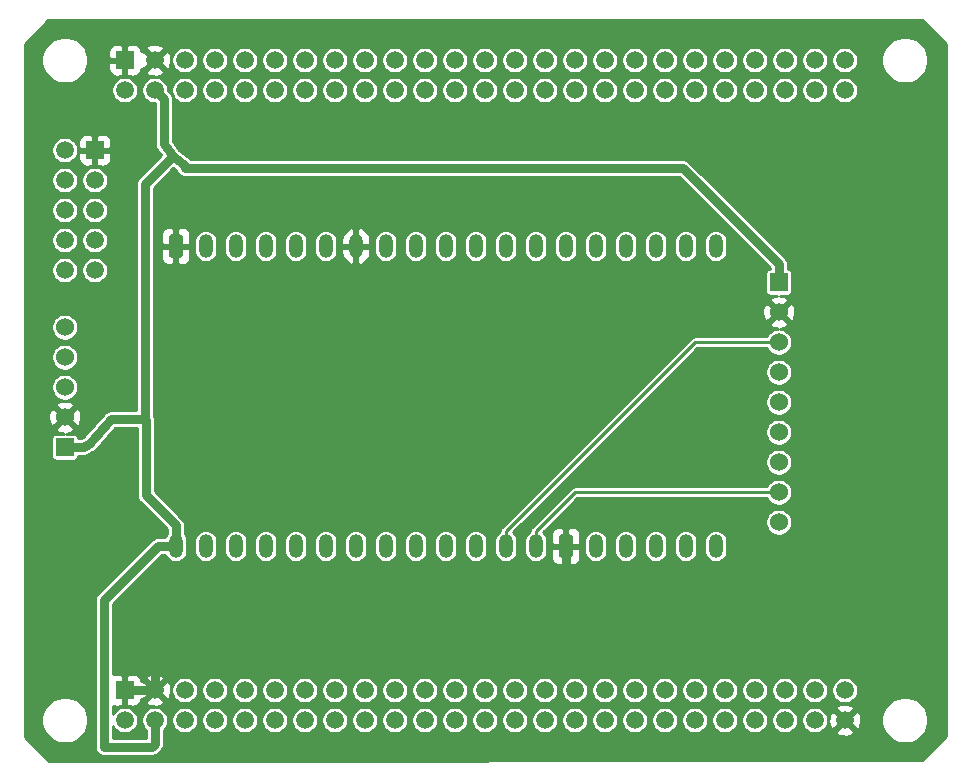
<source format=gbl>
G04 #@! TF.GenerationSoftware,KiCad,Pcbnew,5.1.5+dfsg1-2build2*
G04 #@! TF.CreationDate,2021-09-29T22:56:56-05:00*
G04 #@! TF.ProjectId,PDP_Shield,5044505f-5368-4696-956c-642e6b696361,v01*
G04 #@! TF.SameCoordinates,Original*
G04 #@! TF.FileFunction,Copper,L2,Bot*
G04 #@! TF.FilePolarity,Positive*
%FSLAX46Y46*%
G04 Gerber Fmt 4.6, Leading zero omitted, Abs format (unit mm)*
G04 Created by KiCad (PCBNEW 5.1.5+dfsg1-2build2) date 2021-09-29 22:56:56*
%MOMM*%
%LPD*%
G04 APERTURE LIST*
%ADD10C,1.506220*%
%ADD11R,1.506220X1.506220*%
%ADD12C,0.100000*%
%ADD13O,1.200000X2.000000*%
%ADD14C,1.524000*%
%ADD15R,1.524000X1.524000*%
%ADD16C,0.762000*%
%ADD17C,0.254000*%
G04 APERTURE END LIST*
D10*
X113030000Y-126746000D03*
X113030000Y-73406000D03*
X166370000Y-124206000D03*
X166370000Y-126746000D03*
X168910000Y-124206000D03*
X168910000Y-126746000D03*
X115570000Y-124206000D03*
X171450000Y-124206000D03*
X110490000Y-126746000D03*
X110490000Y-73406000D03*
X171450000Y-126746000D03*
D11*
X107950000Y-78486000D03*
D10*
X113030000Y-124206000D03*
D11*
X110490000Y-124206000D03*
D10*
X113030000Y-70866000D03*
D11*
X110490000Y-70866000D03*
D10*
X115570000Y-126746000D03*
X105410000Y-78486000D03*
X105410000Y-81026000D03*
X107950000Y-81026000D03*
X105410000Y-83566000D03*
X107950000Y-83566000D03*
X105410000Y-86106000D03*
X107950000Y-86106000D03*
X105410000Y-88646000D03*
X107950000Y-88646000D03*
X153670000Y-70866000D03*
X153670000Y-73406000D03*
X156210000Y-70866000D03*
X156210000Y-73406000D03*
X158750000Y-70866000D03*
X158750000Y-73406000D03*
X161290000Y-70866000D03*
X161290000Y-73406000D03*
X163830000Y-70866000D03*
X163830000Y-73406000D03*
X166370000Y-70866000D03*
X166370000Y-73406000D03*
X168910000Y-70866000D03*
X168910000Y-73406000D03*
X171450000Y-70866000D03*
X171450000Y-73406000D03*
X163830000Y-124206000D03*
X163830000Y-126746000D03*
X161290000Y-124206000D03*
X161290000Y-126746000D03*
X158750000Y-124206000D03*
X158750000Y-126746000D03*
X156210000Y-124206000D03*
X156210000Y-126746000D03*
X153670000Y-124206000D03*
X153670000Y-126746000D03*
X151130000Y-124206000D03*
X151130000Y-126746000D03*
X148590000Y-124206000D03*
X148590000Y-126746000D03*
X146050000Y-124206000D03*
X146050000Y-126746000D03*
X143510000Y-124206000D03*
X143510000Y-126746000D03*
X140970000Y-124206000D03*
X140970000Y-126746000D03*
X138430000Y-124206000D03*
X138430000Y-126746000D03*
X135890000Y-124206000D03*
X135890000Y-126746000D03*
X133350000Y-124206000D03*
X133350000Y-126746000D03*
X130810000Y-124206000D03*
X130810000Y-126746000D03*
X128270000Y-124206000D03*
X128270000Y-126746000D03*
X125730000Y-124206000D03*
X125730000Y-126746000D03*
X123190000Y-124206000D03*
X123190000Y-126746000D03*
X120650000Y-124206000D03*
X120650000Y-126746000D03*
X118110000Y-124206000D03*
X118110000Y-126746000D03*
X115570000Y-70866000D03*
X115570000Y-73406000D03*
X118110000Y-70866000D03*
X118110000Y-73406000D03*
X120650000Y-70866000D03*
X120650000Y-73406000D03*
X123190000Y-70866000D03*
X123190000Y-73406000D03*
X125730000Y-70866000D03*
X125730000Y-73406000D03*
X128270000Y-70866000D03*
X128270000Y-73406000D03*
X130810000Y-70866000D03*
X130810000Y-73406000D03*
X133350000Y-70866000D03*
X133350000Y-73406000D03*
X135890000Y-70866000D03*
X135890000Y-73406000D03*
X138430000Y-70866000D03*
X138430000Y-73406000D03*
X140970000Y-70866000D03*
X140970000Y-73406000D03*
X143510000Y-70866000D03*
X143510000Y-73406000D03*
X146050000Y-70866000D03*
X146050000Y-73406000D03*
X148590000Y-70866000D03*
X148590000Y-73406000D03*
X151130000Y-70866000D03*
X151130000Y-73406000D03*
G04 #@! TA.AperFunction,ComponentPad*
D12*
G36*
X115140125Y-85611765D02*
G01*
X115169247Y-85616084D01*
X115197805Y-85623238D01*
X115225525Y-85633156D01*
X115252139Y-85645744D01*
X115277391Y-85660879D01*
X115301038Y-85678417D01*
X115322852Y-85698188D01*
X115342623Y-85720002D01*
X115360161Y-85743649D01*
X115375296Y-85768901D01*
X115387884Y-85795515D01*
X115397802Y-85823235D01*
X115404956Y-85851793D01*
X115409275Y-85880915D01*
X115410720Y-85910320D01*
X115410720Y-87310320D01*
X115409275Y-87339725D01*
X115404956Y-87368847D01*
X115397802Y-87397405D01*
X115387884Y-87425125D01*
X115375296Y-87451739D01*
X115360161Y-87476991D01*
X115342623Y-87500638D01*
X115322852Y-87522452D01*
X115301038Y-87542223D01*
X115277391Y-87559761D01*
X115252139Y-87574896D01*
X115225525Y-87587484D01*
X115197805Y-87597402D01*
X115169247Y-87604556D01*
X115140125Y-87608875D01*
X115110720Y-87610320D01*
X114510720Y-87610320D01*
X114481315Y-87608875D01*
X114452193Y-87604556D01*
X114423635Y-87597402D01*
X114395915Y-87587484D01*
X114369301Y-87574896D01*
X114344049Y-87559761D01*
X114320402Y-87542223D01*
X114298588Y-87522452D01*
X114278817Y-87500638D01*
X114261279Y-87476991D01*
X114246144Y-87451739D01*
X114233556Y-87425125D01*
X114223638Y-87397405D01*
X114216484Y-87368847D01*
X114212165Y-87339725D01*
X114210720Y-87310320D01*
X114210720Y-85910320D01*
X114212165Y-85880915D01*
X114216484Y-85851793D01*
X114223638Y-85823235D01*
X114233556Y-85795515D01*
X114246144Y-85768901D01*
X114261279Y-85743649D01*
X114278817Y-85720002D01*
X114298588Y-85698188D01*
X114320402Y-85678417D01*
X114344049Y-85660879D01*
X114369301Y-85645744D01*
X114395915Y-85633156D01*
X114423635Y-85623238D01*
X114452193Y-85616084D01*
X114481315Y-85611765D01*
X114510720Y-85610320D01*
X115110720Y-85610320D01*
X115140125Y-85611765D01*
G37*
G04 #@! TD.AperFunction*
D13*
X117350720Y-86610320D03*
X119890720Y-86610320D03*
X122430720Y-86610320D03*
X124970720Y-86610320D03*
X127510720Y-86610320D03*
X130050720Y-86610320D03*
X132590720Y-86610320D03*
X135130720Y-86610320D03*
X137670720Y-86610320D03*
X140210720Y-86610320D03*
X142750720Y-86610320D03*
X145290720Y-86610320D03*
X147830720Y-86610320D03*
X150370720Y-86610320D03*
X152910720Y-86610320D03*
X155450720Y-86610320D03*
X157988000Y-86614000D03*
X160528000Y-86614000D03*
X160530720Y-112010320D03*
X157990720Y-112010320D03*
X155450720Y-112010320D03*
X152910720Y-112010320D03*
X150370720Y-112010320D03*
G04 #@! TA.AperFunction,ComponentPad*
D12*
G36*
X148160125Y-111011765D02*
G01*
X148189247Y-111016084D01*
X148217805Y-111023238D01*
X148245525Y-111033156D01*
X148272139Y-111045744D01*
X148297391Y-111060879D01*
X148321038Y-111078417D01*
X148342852Y-111098188D01*
X148362623Y-111120002D01*
X148380161Y-111143649D01*
X148395296Y-111168901D01*
X148407884Y-111195515D01*
X148417802Y-111223235D01*
X148424956Y-111251793D01*
X148429275Y-111280915D01*
X148430720Y-111310320D01*
X148430720Y-112710320D01*
X148429275Y-112739725D01*
X148424956Y-112768847D01*
X148417802Y-112797405D01*
X148407884Y-112825125D01*
X148395296Y-112851739D01*
X148380161Y-112876991D01*
X148362623Y-112900638D01*
X148342852Y-112922452D01*
X148321038Y-112942223D01*
X148297391Y-112959761D01*
X148272139Y-112974896D01*
X148245525Y-112987484D01*
X148217805Y-112997402D01*
X148189247Y-113004556D01*
X148160125Y-113008875D01*
X148130720Y-113010320D01*
X147530720Y-113010320D01*
X147501315Y-113008875D01*
X147472193Y-113004556D01*
X147443635Y-112997402D01*
X147415915Y-112987484D01*
X147389301Y-112974896D01*
X147364049Y-112959761D01*
X147340402Y-112942223D01*
X147318588Y-112922452D01*
X147298817Y-112900638D01*
X147281279Y-112876991D01*
X147266144Y-112851739D01*
X147253556Y-112825125D01*
X147243638Y-112797405D01*
X147236484Y-112768847D01*
X147232165Y-112739725D01*
X147230720Y-112710320D01*
X147230720Y-111310320D01*
X147232165Y-111280915D01*
X147236484Y-111251793D01*
X147243638Y-111223235D01*
X147253556Y-111195515D01*
X147266144Y-111168901D01*
X147281279Y-111143649D01*
X147298817Y-111120002D01*
X147318588Y-111098188D01*
X147340402Y-111078417D01*
X147364049Y-111060879D01*
X147389301Y-111045744D01*
X147415915Y-111033156D01*
X147443635Y-111023238D01*
X147472193Y-111016084D01*
X147501315Y-111011765D01*
X147530720Y-111010320D01*
X148130720Y-111010320D01*
X148160125Y-111011765D01*
G37*
G04 #@! TD.AperFunction*
D13*
X145290720Y-112010320D03*
X142750720Y-112010320D03*
X140210720Y-112010320D03*
X137670720Y-112010320D03*
X135130720Y-112010320D03*
X132590720Y-112010320D03*
X130050720Y-112010320D03*
X127510720Y-112010320D03*
X124970720Y-112010320D03*
X122430720Y-112010320D03*
X119890720Y-112010320D03*
X117350720Y-112010320D03*
X114810720Y-112010320D03*
D14*
X105410000Y-93472000D03*
X105410000Y-96012000D03*
X105410000Y-98552000D03*
X105410000Y-101092000D03*
D15*
X105410000Y-103632000D03*
D14*
X165862000Y-109982000D03*
X165862000Y-107442000D03*
X165862000Y-104902000D03*
X165862000Y-102362000D03*
X165862000Y-99822000D03*
X165862000Y-97282000D03*
X165862000Y-94742000D03*
X165862000Y-92202000D03*
D15*
X165862000Y-89662000D03*
D16*
X165862000Y-88138000D02*
X157734000Y-80010000D01*
X165862000Y-89662000D02*
X165862000Y-88138000D01*
X113030000Y-73406000D02*
X113783109Y-74159109D01*
X115824000Y-80010000D02*
X115570000Y-80010000D01*
X157734000Y-80010000D02*
X115824000Y-80010000D01*
X113792000Y-75946000D02*
X113783109Y-77969109D01*
X113783109Y-74159109D02*
X113792000Y-75946000D01*
X112204500Y-81343500D02*
X114554000Y-78994000D01*
X113783109Y-77969109D02*
X114554000Y-78994000D01*
X114554000Y-78994000D02*
X115824000Y-80010000D01*
X112204500Y-101282500D02*
X112204500Y-81343500D01*
X109283500Y-101282500D02*
X112204500Y-101282500D01*
X105410000Y-103632000D02*
X106934000Y-103632000D01*
X107442000Y-103378000D02*
X109283500Y-101282500D01*
X106934000Y-103632000D02*
X107442000Y-103378000D01*
X112268000Y-101346000D02*
X112204500Y-101282500D01*
X112268000Y-107705600D02*
X112268000Y-101346000D01*
X114810720Y-110248320D02*
X112268000Y-107705600D01*
X114810720Y-112010320D02*
X114810720Y-110248320D01*
X113287680Y-112010320D02*
X114810720Y-112010320D01*
X108712000Y-116586000D02*
X113287680Y-112010320D01*
X108712000Y-129032000D02*
X108712000Y-116586000D01*
X112776000Y-129032000D02*
X108712000Y-129032000D01*
X113030000Y-128778000D02*
X112776000Y-129032000D01*
X113030000Y-126746000D02*
X113030000Y-128778000D01*
X110490000Y-124206000D02*
X113030000Y-124206000D01*
X113030000Y-124206000D02*
X113030000Y-122174000D01*
X113030000Y-122174000D02*
X140716000Y-122174000D01*
X147830720Y-115059280D02*
X147830720Y-112010320D01*
X140716000Y-122174000D02*
X147830720Y-115059280D01*
D17*
X164784370Y-107442000D02*
X165862000Y-107442000D01*
X148605040Y-107442000D02*
X164784370Y-107442000D01*
X145290720Y-110756320D02*
X148605040Y-107442000D01*
X145290720Y-112010320D02*
X145290720Y-110756320D01*
X164784370Y-94742000D02*
X165862000Y-94742000D01*
X158765040Y-94742000D02*
X164784370Y-94742000D01*
X142750720Y-110756320D02*
X158765040Y-94742000D01*
X142750720Y-112010320D02*
X142750720Y-110756320D01*
G36*
X179984871Y-69530325D02*
G01*
X180010127Y-128125970D01*
X177963241Y-130150115D01*
X104053019Y-130200703D01*
X102006000Y-128176685D01*
X102006000Y-126550994D01*
X103430070Y-126550994D01*
X103430070Y-126941006D01*
X103506158Y-127323524D01*
X103655409Y-127683849D01*
X103872088Y-128008132D01*
X104147868Y-128283912D01*
X104472151Y-128500591D01*
X104832476Y-128649842D01*
X105214994Y-128725930D01*
X105605006Y-128725930D01*
X105987524Y-128649842D01*
X106347849Y-128500591D01*
X106672132Y-128283912D01*
X106947912Y-128008132D01*
X107164591Y-127683849D01*
X107313842Y-127323524D01*
X107389930Y-126941006D01*
X107389930Y-126550994D01*
X107313842Y-126168476D01*
X107164591Y-125808151D01*
X106947912Y-125483868D01*
X106672132Y-125208088D01*
X106347849Y-124991409D01*
X105987524Y-124842158D01*
X105605006Y-124766070D01*
X105214994Y-124766070D01*
X104832476Y-124842158D01*
X104472151Y-124991409D01*
X104147868Y-125208088D01*
X103872088Y-125483868D01*
X103655409Y-125808151D01*
X103506158Y-126168476D01*
X103430070Y-126550994D01*
X102006000Y-126550994D01*
X102006000Y-102870000D01*
X104265157Y-102870000D01*
X104265157Y-104394000D01*
X104272513Y-104468689D01*
X104294299Y-104540508D01*
X104329678Y-104606696D01*
X104377289Y-104664711D01*
X104435304Y-104712322D01*
X104501492Y-104747701D01*
X104573311Y-104769487D01*
X104648000Y-104776843D01*
X106172000Y-104776843D01*
X106246689Y-104769487D01*
X106318508Y-104747701D01*
X106384696Y-104712322D01*
X106442711Y-104664711D01*
X106490322Y-104606696D01*
X106525701Y-104540508D01*
X106547487Y-104468689D01*
X106554843Y-104394000D01*
X106923686Y-104394000D01*
X106988279Y-104395759D01*
X107035591Y-104387680D01*
X107083378Y-104382974D01*
X107109420Y-104375074D01*
X107136238Y-104370495D01*
X107181065Y-104353341D01*
X107227015Y-104339402D01*
X107284067Y-104308907D01*
X107747076Y-104077403D01*
X107779952Y-104065068D01*
X107814020Y-104043931D01*
X107816251Y-104042816D01*
X107845853Y-104024182D01*
X107907498Y-103985936D01*
X107909331Y-103984223D01*
X107911453Y-103982887D01*
X107964143Y-103932991D01*
X107989682Y-103909120D01*
X107991326Y-103907249D01*
X108020440Y-103879679D01*
X108040737Y-103851023D01*
X109628288Y-102044500D01*
X111506001Y-102044500D01*
X111506000Y-107668177D01*
X111502314Y-107705600D01*
X111506000Y-107743023D01*
X111506000Y-107743025D01*
X111517026Y-107854977D01*
X111560598Y-107998614D01*
X111560599Y-107998615D01*
X111631355Y-108130992D01*
X111663877Y-108170620D01*
X111726578Y-108247022D01*
X111755654Y-108270884D01*
X114048721Y-110563952D01*
X114048721Y-110992460D01*
X113991102Y-111062669D01*
X113900009Y-111233092D01*
X113895390Y-111248320D01*
X113325103Y-111248320D01*
X113287680Y-111244634D01*
X113250257Y-111248320D01*
X113250254Y-111248320D01*
X113138302Y-111259346D01*
X112994665Y-111302918D01*
X112933044Y-111335855D01*
X112862287Y-111373675D01*
X112819899Y-111408463D01*
X112746258Y-111468898D01*
X112722396Y-111497974D01*
X108199649Y-116020721D01*
X108170579Y-116044578D01*
X108146722Y-116073648D01*
X108146721Y-116073649D01*
X108075355Y-116160608D01*
X108004599Y-116292985D01*
X107961027Y-116436622D01*
X107946314Y-116586000D01*
X107950001Y-116623433D01*
X107950000Y-128994574D01*
X107946314Y-129032000D01*
X107961026Y-129181378D01*
X108004598Y-129325015D01*
X108075355Y-129457392D01*
X108170577Y-129573421D01*
X108170578Y-129573422D01*
X108286608Y-129668645D01*
X108418985Y-129739402D01*
X108562622Y-129782974D01*
X108712000Y-129797686D01*
X108749425Y-129794000D01*
X112738577Y-129794000D01*
X112776000Y-129797686D01*
X112813423Y-129794000D01*
X112813426Y-129794000D01*
X112925378Y-129782974D01*
X113069015Y-129739402D01*
X113201392Y-129668645D01*
X113317422Y-129573422D01*
X113341284Y-129544346D01*
X113542346Y-129343284D01*
X113571422Y-129319422D01*
X113666645Y-129203392D01*
X113737402Y-129071015D01*
X113780974Y-128927378D01*
X113792000Y-128815426D01*
X113792000Y-128815424D01*
X113795686Y-128778001D01*
X113792000Y-128740578D01*
X113792000Y-127587873D01*
X113910920Y-127468953D01*
X114035035Y-127283202D01*
X114120526Y-127076808D01*
X114164110Y-126857700D01*
X114164110Y-126634300D01*
X114435890Y-126634300D01*
X114435890Y-126857700D01*
X114479474Y-127076808D01*
X114564965Y-127283202D01*
X114689080Y-127468953D01*
X114847047Y-127626920D01*
X115032798Y-127751035D01*
X115239192Y-127836526D01*
X115458300Y-127880110D01*
X115681700Y-127880110D01*
X115900808Y-127836526D01*
X116107202Y-127751035D01*
X116292953Y-127626920D01*
X116450920Y-127468953D01*
X116575035Y-127283202D01*
X116660526Y-127076808D01*
X116704110Y-126857700D01*
X116704110Y-126634300D01*
X116975890Y-126634300D01*
X116975890Y-126857700D01*
X117019474Y-127076808D01*
X117104965Y-127283202D01*
X117229080Y-127468953D01*
X117387047Y-127626920D01*
X117572798Y-127751035D01*
X117779192Y-127836526D01*
X117998300Y-127880110D01*
X118221700Y-127880110D01*
X118440808Y-127836526D01*
X118647202Y-127751035D01*
X118832953Y-127626920D01*
X118990920Y-127468953D01*
X119115035Y-127283202D01*
X119200526Y-127076808D01*
X119244110Y-126857700D01*
X119244110Y-126634300D01*
X119515890Y-126634300D01*
X119515890Y-126857700D01*
X119559474Y-127076808D01*
X119644965Y-127283202D01*
X119769080Y-127468953D01*
X119927047Y-127626920D01*
X120112798Y-127751035D01*
X120319192Y-127836526D01*
X120538300Y-127880110D01*
X120761700Y-127880110D01*
X120980808Y-127836526D01*
X121187202Y-127751035D01*
X121372953Y-127626920D01*
X121530920Y-127468953D01*
X121655035Y-127283202D01*
X121740526Y-127076808D01*
X121784110Y-126857700D01*
X121784110Y-126634300D01*
X122055890Y-126634300D01*
X122055890Y-126857700D01*
X122099474Y-127076808D01*
X122184965Y-127283202D01*
X122309080Y-127468953D01*
X122467047Y-127626920D01*
X122652798Y-127751035D01*
X122859192Y-127836526D01*
X123078300Y-127880110D01*
X123301700Y-127880110D01*
X123520808Y-127836526D01*
X123727202Y-127751035D01*
X123912953Y-127626920D01*
X124070920Y-127468953D01*
X124195035Y-127283202D01*
X124280526Y-127076808D01*
X124324110Y-126857700D01*
X124324110Y-126634300D01*
X124595890Y-126634300D01*
X124595890Y-126857700D01*
X124639474Y-127076808D01*
X124724965Y-127283202D01*
X124849080Y-127468953D01*
X125007047Y-127626920D01*
X125192798Y-127751035D01*
X125399192Y-127836526D01*
X125618300Y-127880110D01*
X125841700Y-127880110D01*
X126060808Y-127836526D01*
X126267202Y-127751035D01*
X126452953Y-127626920D01*
X126610920Y-127468953D01*
X126735035Y-127283202D01*
X126820526Y-127076808D01*
X126864110Y-126857700D01*
X126864110Y-126634300D01*
X127135890Y-126634300D01*
X127135890Y-126857700D01*
X127179474Y-127076808D01*
X127264965Y-127283202D01*
X127389080Y-127468953D01*
X127547047Y-127626920D01*
X127732798Y-127751035D01*
X127939192Y-127836526D01*
X128158300Y-127880110D01*
X128381700Y-127880110D01*
X128600808Y-127836526D01*
X128807202Y-127751035D01*
X128992953Y-127626920D01*
X129150920Y-127468953D01*
X129275035Y-127283202D01*
X129360526Y-127076808D01*
X129404110Y-126857700D01*
X129404110Y-126634300D01*
X129675890Y-126634300D01*
X129675890Y-126857700D01*
X129719474Y-127076808D01*
X129804965Y-127283202D01*
X129929080Y-127468953D01*
X130087047Y-127626920D01*
X130272798Y-127751035D01*
X130479192Y-127836526D01*
X130698300Y-127880110D01*
X130921700Y-127880110D01*
X131140808Y-127836526D01*
X131347202Y-127751035D01*
X131532953Y-127626920D01*
X131690920Y-127468953D01*
X131815035Y-127283202D01*
X131900526Y-127076808D01*
X131944110Y-126857700D01*
X131944110Y-126634300D01*
X132215890Y-126634300D01*
X132215890Y-126857700D01*
X132259474Y-127076808D01*
X132344965Y-127283202D01*
X132469080Y-127468953D01*
X132627047Y-127626920D01*
X132812798Y-127751035D01*
X133019192Y-127836526D01*
X133238300Y-127880110D01*
X133461700Y-127880110D01*
X133680808Y-127836526D01*
X133887202Y-127751035D01*
X134072953Y-127626920D01*
X134230920Y-127468953D01*
X134355035Y-127283202D01*
X134440526Y-127076808D01*
X134484110Y-126857700D01*
X134484110Y-126634300D01*
X134755890Y-126634300D01*
X134755890Y-126857700D01*
X134799474Y-127076808D01*
X134884965Y-127283202D01*
X135009080Y-127468953D01*
X135167047Y-127626920D01*
X135352798Y-127751035D01*
X135559192Y-127836526D01*
X135778300Y-127880110D01*
X136001700Y-127880110D01*
X136220808Y-127836526D01*
X136427202Y-127751035D01*
X136612953Y-127626920D01*
X136770920Y-127468953D01*
X136895035Y-127283202D01*
X136980526Y-127076808D01*
X137024110Y-126857700D01*
X137024110Y-126634300D01*
X137295890Y-126634300D01*
X137295890Y-126857700D01*
X137339474Y-127076808D01*
X137424965Y-127283202D01*
X137549080Y-127468953D01*
X137707047Y-127626920D01*
X137892798Y-127751035D01*
X138099192Y-127836526D01*
X138318300Y-127880110D01*
X138541700Y-127880110D01*
X138760808Y-127836526D01*
X138967202Y-127751035D01*
X139152953Y-127626920D01*
X139310920Y-127468953D01*
X139435035Y-127283202D01*
X139520526Y-127076808D01*
X139564110Y-126857700D01*
X139564110Y-126634300D01*
X139835890Y-126634300D01*
X139835890Y-126857700D01*
X139879474Y-127076808D01*
X139964965Y-127283202D01*
X140089080Y-127468953D01*
X140247047Y-127626920D01*
X140432798Y-127751035D01*
X140639192Y-127836526D01*
X140858300Y-127880110D01*
X141081700Y-127880110D01*
X141300808Y-127836526D01*
X141507202Y-127751035D01*
X141692953Y-127626920D01*
X141850920Y-127468953D01*
X141975035Y-127283202D01*
X142060526Y-127076808D01*
X142104110Y-126857700D01*
X142104110Y-126634300D01*
X142375890Y-126634300D01*
X142375890Y-126857700D01*
X142419474Y-127076808D01*
X142504965Y-127283202D01*
X142629080Y-127468953D01*
X142787047Y-127626920D01*
X142972798Y-127751035D01*
X143179192Y-127836526D01*
X143398300Y-127880110D01*
X143621700Y-127880110D01*
X143840808Y-127836526D01*
X144047202Y-127751035D01*
X144232953Y-127626920D01*
X144390920Y-127468953D01*
X144515035Y-127283202D01*
X144600526Y-127076808D01*
X144644110Y-126857700D01*
X144644110Y-126634300D01*
X144915890Y-126634300D01*
X144915890Y-126857700D01*
X144959474Y-127076808D01*
X145044965Y-127283202D01*
X145169080Y-127468953D01*
X145327047Y-127626920D01*
X145512798Y-127751035D01*
X145719192Y-127836526D01*
X145938300Y-127880110D01*
X146161700Y-127880110D01*
X146380808Y-127836526D01*
X146587202Y-127751035D01*
X146772953Y-127626920D01*
X146930920Y-127468953D01*
X147055035Y-127283202D01*
X147140526Y-127076808D01*
X147184110Y-126857700D01*
X147184110Y-126634300D01*
X147455890Y-126634300D01*
X147455890Y-126857700D01*
X147499474Y-127076808D01*
X147584965Y-127283202D01*
X147709080Y-127468953D01*
X147867047Y-127626920D01*
X148052798Y-127751035D01*
X148259192Y-127836526D01*
X148478300Y-127880110D01*
X148701700Y-127880110D01*
X148920808Y-127836526D01*
X149127202Y-127751035D01*
X149312953Y-127626920D01*
X149470920Y-127468953D01*
X149595035Y-127283202D01*
X149680526Y-127076808D01*
X149724110Y-126857700D01*
X149724110Y-126634300D01*
X149995890Y-126634300D01*
X149995890Y-126857700D01*
X150039474Y-127076808D01*
X150124965Y-127283202D01*
X150249080Y-127468953D01*
X150407047Y-127626920D01*
X150592798Y-127751035D01*
X150799192Y-127836526D01*
X151018300Y-127880110D01*
X151241700Y-127880110D01*
X151460808Y-127836526D01*
X151667202Y-127751035D01*
X151852953Y-127626920D01*
X152010920Y-127468953D01*
X152135035Y-127283202D01*
X152220526Y-127076808D01*
X152264110Y-126857700D01*
X152264110Y-126634300D01*
X152535890Y-126634300D01*
X152535890Y-126857700D01*
X152579474Y-127076808D01*
X152664965Y-127283202D01*
X152789080Y-127468953D01*
X152947047Y-127626920D01*
X153132798Y-127751035D01*
X153339192Y-127836526D01*
X153558300Y-127880110D01*
X153781700Y-127880110D01*
X154000808Y-127836526D01*
X154207202Y-127751035D01*
X154392953Y-127626920D01*
X154550920Y-127468953D01*
X154675035Y-127283202D01*
X154760526Y-127076808D01*
X154804110Y-126857700D01*
X154804110Y-126634300D01*
X155075890Y-126634300D01*
X155075890Y-126857700D01*
X155119474Y-127076808D01*
X155204965Y-127283202D01*
X155329080Y-127468953D01*
X155487047Y-127626920D01*
X155672798Y-127751035D01*
X155879192Y-127836526D01*
X156098300Y-127880110D01*
X156321700Y-127880110D01*
X156540808Y-127836526D01*
X156747202Y-127751035D01*
X156932953Y-127626920D01*
X157090920Y-127468953D01*
X157215035Y-127283202D01*
X157300526Y-127076808D01*
X157344110Y-126857700D01*
X157344110Y-126634300D01*
X157615890Y-126634300D01*
X157615890Y-126857700D01*
X157659474Y-127076808D01*
X157744965Y-127283202D01*
X157869080Y-127468953D01*
X158027047Y-127626920D01*
X158212798Y-127751035D01*
X158419192Y-127836526D01*
X158638300Y-127880110D01*
X158861700Y-127880110D01*
X159080808Y-127836526D01*
X159287202Y-127751035D01*
X159472953Y-127626920D01*
X159630920Y-127468953D01*
X159755035Y-127283202D01*
X159840526Y-127076808D01*
X159884110Y-126857700D01*
X159884110Y-126634300D01*
X160155890Y-126634300D01*
X160155890Y-126857700D01*
X160199474Y-127076808D01*
X160284965Y-127283202D01*
X160409080Y-127468953D01*
X160567047Y-127626920D01*
X160752798Y-127751035D01*
X160959192Y-127836526D01*
X161178300Y-127880110D01*
X161401700Y-127880110D01*
X161620808Y-127836526D01*
X161827202Y-127751035D01*
X162012953Y-127626920D01*
X162170920Y-127468953D01*
X162295035Y-127283202D01*
X162380526Y-127076808D01*
X162424110Y-126857700D01*
X162424110Y-126634300D01*
X162695890Y-126634300D01*
X162695890Y-126857700D01*
X162739474Y-127076808D01*
X162824965Y-127283202D01*
X162949080Y-127468953D01*
X163107047Y-127626920D01*
X163292798Y-127751035D01*
X163499192Y-127836526D01*
X163718300Y-127880110D01*
X163941700Y-127880110D01*
X164160808Y-127836526D01*
X164367202Y-127751035D01*
X164552953Y-127626920D01*
X164710920Y-127468953D01*
X164835035Y-127283202D01*
X164920526Y-127076808D01*
X164964110Y-126857700D01*
X164964110Y-126634300D01*
X165235890Y-126634300D01*
X165235890Y-126857700D01*
X165279474Y-127076808D01*
X165364965Y-127283202D01*
X165489080Y-127468953D01*
X165647047Y-127626920D01*
X165832798Y-127751035D01*
X166039192Y-127836526D01*
X166258300Y-127880110D01*
X166481700Y-127880110D01*
X166700808Y-127836526D01*
X166907202Y-127751035D01*
X167092953Y-127626920D01*
X167250920Y-127468953D01*
X167375035Y-127283202D01*
X167460526Y-127076808D01*
X167504110Y-126857700D01*
X167504110Y-126634300D01*
X167775890Y-126634300D01*
X167775890Y-126857700D01*
X167819474Y-127076808D01*
X167904965Y-127283202D01*
X168029080Y-127468953D01*
X168187047Y-127626920D01*
X168372798Y-127751035D01*
X168579192Y-127836526D01*
X168798300Y-127880110D01*
X169021700Y-127880110D01*
X169240808Y-127836526D01*
X169447202Y-127751035D01*
X169515777Y-127705214D01*
X170670391Y-127705214D01*
X170736292Y-127944400D01*
X170983802Y-128060610D01*
X171249228Y-128126301D01*
X171522369Y-128138947D01*
X171792728Y-128098064D01*
X172049918Y-128005221D01*
X172163708Y-127944400D01*
X172229609Y-127705214D01*
X171450000Y-126925605D01*
X170670391Y-127705214D01*
X169515777Y-127705214D01*
X169632953Y-127626920D01*
X169790920Y-127468953D01*
X169915035Y-127283202D01*
X170000526Y-127076808D01*
X170044110Y-126857700D01*
X170044110Y-126818369D01*
X170057053Y-126818369D01*
X170097936Y-127088728D01*
X170190779Y-127345918D01*
X170251600Y-127459708D01*
X170490786Y-127525609D01*
X171270395Y-126746000D01*
X171629605Y-126746000D01*
X172409214Y-127525609D01*
X172648400Y-127459708D01*
X172764610Y-127212198D01*
X172830301Y-126946772D01*
X172842947Y-126673631D01*
X172824403Y-126550994D01*
X174550070Y-126550994D01*
X174550070Y-126941006D01*
X174626158Y-127323524D01*
X174775409Y-127683849D01*
X174992088Y-128008132D01*
X175267868Y-128283912D01*
X175592151Y-128500591D01*
X175952476Y-128649842D01*
X176334994Y-128725930D01*
X176725006Y-128725930D01*
X177107524Y-128649842D01*
X177467849Y-128500591D01*
X177792132Y-128283912D01*
X178067912Y-128008132D01*
X178284591Y-127683849D01*
X178433842Y-127323524D01*
X178509930Y-126941006D01*
X178509930Y-126550994D01*
X178433842Y-126168476D01*
X178284591Y-125808151D01*
X178067912Y-125483868D01*
X177792132Y-125208088D01*
X177467849Y-124991409D01*
X177107524Y-124842158D01*
X176725006Y-124766070D01*
X176334994Y-124766070D01*
X175952476Y-124842158D01*
X175592151Y-124991409D01*
X175267868Y-125208088D01*
X174992088Y-125483868D01*
X174775409Y-125808151D01*
X174626158Y-126168476D01*
X174550070Y-126550994D01*
X172824403Y-126550994D01*
X172802064Y-126403272D01*
X172709221Y-126146082D01*
X172648400Y-126032292D01*
X172409214Y-125966391D01*
X171629605Y-126746000D01*
X171270395Y-126746000D01*
X170490786Y-125966391D01*
X170251600Y-126032292D01*
X170135390Y-126279802D01*
X170069699Y-126545228D01*
X170057053Y-126818369D01*
X170044110Y-126818369D01*
X170044110Y-126634300D01*
X170000526Y-126415192D01*
X169915035Y-126208798D01*
X169790920Y-126023047D01*
X169632953Y-125865080D01*
X169515778Y-125786786D01*
X170670391Y-125786786D01*
X171450000Y-126566395D01*
X172229609Y-125786786D01*
X172163708Y-125547600D01*
X171916198Y-125431390D01*
X171650772Y-125365699D01*
X171377631Y-125353053D01*
X171107272Y-125393936D01*
X170850082Y-125486779D01*
X170736292Y-125547600D01*
X170670391Y-125786786D01*
X169515778Y-125786786D01*
X169447202Y-125740965D01*
X169240808Y-125655474D01*
X169021700Y-125611890D01*
X168798300Y-125611890D01*
X168579192Y-125655474D01*
X168372798Y-125740965D01*
X168187047Y-125865080D01*
X168029080Y-126023047D01*
X167904965Y-126208798D01*
X167819474Y-126415192D01*
X167775890Y-126634300D01*
X167504110Y-126634300D01*
X167460526Y-126415192D01*
X167375035Y-126208798D01*
X167250920Y-126023047D01*
X167092953Y-125865080D01*
X166907202Y-125740965D01*
X166700808Y-125655474D01*
X166481700Y-125611890D01*
X166258300Y-125611890D01*
X166039192Y-125655474D01*
X165832798Y-125740965D01*
X165647047Y-125865080D01*
X165489080Y-126023047D01*
X165364965Y-126208798D01*
X165279474Y-126415192D01*
X165235890Y-126634300D01*
X164964110Y-126634300D01*
X164920526Y-126415192D01*
X164835035Y-126208798D01*
X164710920Y-126023047D01*
X164552953Y-125865080D01*
X164367202Y-125740965D01*
X164160808Y-125655474D01*
X163941700Y-125611890D01*
X163718300Y-125611890D01*
X163499192Y-125655474D01*
X163292798Y-125740965D01*
X163107047Y-125865080D01*
X162949080Y-126023047D01*
X162824965Y-126208798D01*
X162739474Y-126415192D01*
X162695890Y-126634300D01*
X162424110Y-126634300D01*
X162380526Y-126415192D01*
X162295035Y-126208798D01*
X162170920Y-126023047D01*
X162012953Y-125865080D01*
X161827202Y-125740965D01*
X161620808Y-125655474D01*
X161401700Y-125611890D01*
X161178300Y-125611890D01*
X160959192Y-125655474D01*
X160752798Y-125740965D01*
X160567047Y-125865080D01*
X160409080Y-126023047D01*
X160284965Y-126208798D01*
X160199474Y-126415192D01*
X160155890Y-126634300D01*
X159884110Y-126634300D01*
X159840526Y-126415192D01*
X159755035Y-126208798D01*
X159630920Y-126023047D01*
X159472953Y-125865080D01*
X159287202Y-125740965D01*
X159080808Y-125655474D01*
X158861700Y-125611890D01*
X158638300Y-125611890D01*
X158419192Y-125655474D01*
X158212798Y-125740965D01*
X158027047Y-125865080D01*
X157869080Y-126023047D01*
X157744965Y-126208798D01*
X157659474Y-126415192D01*
X157615890Y-126634300D01*
X157344110Y-126634300D01*
X157300526Y-126415192D01*
X157215035Y-126208798D01*
X157090920Y-126023047D01*
X156932953Y-125865080D01*
X156747202Y-125740965D01*
X156540808Y-125655474D01*
X156321700Y-125611890D01*
X156098300Y-125611890D01*
X155879192Y-125655474D01*
X155672798Y-125740965D01*
X155487047Y-125865080D01*
X155329080Y-126023047D01*
X155204965Y-126208798D01*
X155119474Y-126415192D01*
X155075890Y-126634300D01*
X154804110Y-126634300D01*
X154760526Y-126415192D01*
X154675035Y-126208798D01*
X154550920Y-126023047D01*
X154392953Y-125865080D01*
X154207202Y-125740965D01*
X154000808Y-125655474D01*
X153781700Y-125611890D01*
X153558300Y-125611890D01*
X153339192Y-125655474D01*
X153132798Y-125740965D01*
X152947047Y-125865080D01*
X152789080Y-126023047D01*
X152664965Y-126208798D01*
X152579474Y-126415192D01*
X152535890Y-126634300D01*
X152264110Y-126634300D01*
X152220526Y-126415192D01*
X152135035Y-126208798D01*
X152010920Y-126023047D01*
X151852953Y-125865080D01*
X151667202Y-125740965D01*
X151460808Y-125655474D01*
X151241700Y-125611890D01*
X151018300Y-125611890D01*
X150799192Y-125655474D01*
X150592798Y-125740965D01*
X150407047Y-125865080D01*
X150249080Y-126023047D01*
X150124965Y-126208798D01*
X150039474Y-126415192D01*
X149995890Y-126634300D01*
X149724110Y-126634300D01*
X149680526Y-126415192D01*
X149595035Y-126208798D01*
X149470920Y-126023047D01*
X149312953Y-125865080D01*
X149127202Y-125740965D01*
X148920808Y-125655474D01*
X148701700Y-125611890D01*
X148478300Y-125611890D01*
X148259192Y-125655474D01*
X148052798Y-125740965D01*
X147867047Y-125865080D01*
X147709080Y-126023047D01*
X147584965Y-126208798D01*
X147499474Y-126415192D01*
X147455890Y-126634300D01*
X147184110Y-126634300D01*
X147140526Y-126415192D01*
X147055035Y-126208798D01*
X146930920Y-126023047D01*
X146772953Y-125865080D01*
X146587202Y-125740965D01*
X146380808Y-125655474D01*
X146161700Y-125611890D01*
X145938300Y-125611890D01*
X145719192Y-125655474D01*
X145512798Y-125740965D01*
X145327047Y-125865080D01*
X145169080Y-126023047D01*
X145044965Y-126208798D01*
X144959474Y-126415192D01*
X144915890Y-126634300D01*
X144644110Y-126634300D01*
X144600526Y-126415192D01*
X144515035Y-126208798D01*
X144390920Y-126023047D01*
X144232953Y-125865080D01*
X144047202Y-125740965D01*
X143840808Y-125655474D01*
X143621700Y-125611890D01*
X143398300Y-125611890D01*
X143179192Y-125655474D01*
X142972798Y-125740965D01*
X142787047Y-125865080D01*
X142629080Y-126023047D01*
X142504965Y-126208798D01*
X142419474Y-126415192D01*
X142375890Y-126634300D01*
X142104110Y-126634300D01*
X142060526Y-126415192D01*
X141975035Y-126208798D01*
X141850920Y-126023047D01*
X141692953Y-125865080D01*
X141507202Y-125740965D01*
X141300808Y-125655474D01*
X141081700Y-125611890D01*
X140858300Y-125611890D01*
X140639192Y-125655474D01*
X140432798Y-125740965D01*
X140247047Y-125865080D01*
X140089080Y-126023047D01*
X139964965Y-126208798D01*
X139879474Y-126415192D01*
X139835890Y-126634300D01*
X139564110Y-126634300D01*
X139520526Y-126415192D01*
X139435035Y-126208798D01*
X139310920Y-126023047D01*
X139152953Y-125865080D01*
X138967202Y-125740965D01*
X138760808Y-125655474D01*
X138541700Y-125611890D01*
X138318300Y-125611890D01*
X138099192Y-125655474D01*
X137892798Y-125740965D01*
X137707047Y-125865080D01*
X137549080Y-126023047D01*
X137424965Y-126208798D01*
X137339474Y-126415192D01*
X137295890Y-126634300D01*
X137024110Y-126634300D01*
X136980526Y-126415192D01*
X136895035Y-126208798D01*
X136770920Y-126023047D01*
X136612953Y-125865080D01*
X136427202Y-125740965D01*
X136220808Y-125655474D01*
X136001700Y-125611890D01*
X135778300Y-125611890D01*
X135559192Y-125655474D01*
X135352798Y-125740965D01*
X135167047Y-125865080D01*
X135009080Y-126023047D01*
X134884965Y-126208798D01*
X134799474Y-126415192D01*
X134755890Y-126634300D01*
X134484110Y-126634300D01*
X134440526Y-126415192D01*
X134355035Y-126208798D01*
X134230920Y-126023047D01*
X134072953Y-125865080D01*
X133887202Y-125740965D01*
X133680808Y-125655474D01*
X133461700Y-125611890D01*
X133238300Y-125611890D01*
X133019192Y-125655474D01*
X132812798Y-125740965D01*
X132627047Y-125865080D01*
X132469080Y-126023047D01*
X132344965Y-126208798D01*
X132259474Y-126415192D01*
X132215890Y-126634300D01*
X131944110Y-126634300D01*
X131900526Y-126415192D01*
X131815035Y-126208798D01*
X131690920Y-126023047D01*
X131532953Y-125865080D01*
X131347202Y-125740965D01*
X131140808Y-125655474D01*
X130921700Y-125611890D01*
X130698300Y-125611890D01*
X130479192Y-125655474D01*
X130272798Y-125740965D01*
X130087047Y-125865080D01*
X129929080Y-126023047D01*
X129804965Y-126208798D01*
X129719474Y-126415192D01*
X129675890Y-126634300D01*
X129404110Y-126634300D01*
X129360526Y-126415192D01*
X129275035Y-126208798D01*
X129150920Y-126023047D01*
X128992953Y-125865080D01*
X128807202Y-125740965D01*
X128600808Y-125655474D01*
X128381700Y-125611890D01*
X128158300Y-125611890D01*
X127939192Y-125655474D01*
X127732798Y-125740965D01*
X127547047Y-125865080D01*
X127389080Y-126023047D01*
X127264965Y-126208798D01*
X127179474Y-126415192D01*
X127135890Y-126634300D01*
X126864110Y-126634300D01*
X126820526Y-126415192D01*
X126735035Y-126208798D01*
X126610920Y-126023047D01*
X126452953Y-125865080D01*
X126267202Y-125740965D01*
X126060808Y-125655474D01*
X125841700Y-125611890D01*
X125618300Y-125611890D01*
X125399192Y-125655474D01*
X125192798Y-125740965D01*
X125007047Y-125865080D01*
X124849080Y-126023047D01*
X124724965Y-126208798D01*
X124639474Y-126415192D01*
X124595890Y-126634300D01*
X124324110Y-126634300D01*
X124280526Y-126415192D01*
X124195035Y-126208798D01*
X124070920Y-126023047D01*
X123912953Y-125865080D01*
X123727202Y-125740965D01*
X123520808Y-125655474D01*
X123301700Y-125611890D01*
X123078300Y-125611890D01*
X122859192Y-125655474D01*
X122652798Y-125740965D01*
X122467047Y-125865080D01*
X122309080Y-126023047D01*
X122184965Y-126208798D01*
X122099474Y-126415192D01*
X122055890Y-126634300D01*
X121784110Y-126634300D01*
X121740526Y-126415192D01*
X121655035Y-126208798D01*
X121530920Y-126023047D01*
X121372953Y-125865080D01*
X121187202Y-125740965D01*
X120980808Y-125655474D01*
X120761700Y-125611890D01*
X120538300Y-125611890D01*
X120319192Y-125655474D01*
X120112798Y-125740965D01*
X119927047Y-125865080D01*
X119769080Y-126023047D01*
X119644965Y-126208798D01*
X119559474Y-126415192D01*
X119515890Y-126634300D01*
X119244110Y-126634300D01*
X119200526Y-126415192D01*
X119115035Y-126208798D01*
X118990920Y-126023047D01*
X118832953Y-125865080D01*
X118647202Y-125740965D01*
X118440808Y-125655474D01*
X118221700Y-125611890D01*
X117998300Y-125611890D01*
X117779192Y-125655474D01*
X117572798Y-125740965D01*
X117387047Y-125865080D01*
X117229080Y-126023047D01*
X117104965Y-126208798D01*
X117019474Y-126415192D01*
X116975890Y-126634300D01*
X116704110Y-126634300D01*
X116660526Y-126415192D01*
X116575035Y-126208798D01*
X116450920Y-126023047D01*
X116292953Y-125865080D01*
X116107202Y-125740965D01*
X115900808Y-125655474D01*
X115681700Y-125611890D01*
X115458300Y-125611890D01*
X115239192Y-125655474D01*
X115032798Y-125740965D01*
X114847047Y-125865080D01*
X114689080Y-126023047D01*
X114564965Y-126208798D01*
X114479474Y-126415192D01*
X114435890Y-126634300D01*
X114164110Y-126634300D01*
X114120526Y-126415192D01*
X114035035Y-126208798D01*
X113910920Y-126023047D01*
X113752953Y-125865080D01*
X113567202Y-125740965D01*
X113360808Y-125655474D01*
X113141700Y-125611890D01*
X112918300Y-125611890D01*
X112699192Y-125655474D01*
X112492798Y-125740965D01*
X112307047Y-125865080D01*
X112149080Y-126023047D01*
X112024965Y-126208798D01*
X111939474Y-126415192D01*
X111895890Y-126634300D01*
X111895890Y-126857700D01*
X111939474Y-127076808D01*
X112024965Y-127283202D01*
X112149080Y-127468953D01*
X112268000Y-127587873D01*
X112268001Y-128270000D01*
X109474000Y-128270000D01*
X109474000Y-127256730D01*
X109484965Y-127283202D01*
X109609080Y-127468953D01*
X109767047Y-127626920D01*
X109952798Y-127751035D01*
X110159192Y-127836526D01*
X110378300Y-127880110D01*
X110601700Y-127880110D01*
X110820808Y-127836526D01*
X111027202Y-127751035D01*
X111212953Y-127626920D01*
X111370920Y-127468953D01*
X111495035Y-127283202D01*
X111580526Y-127076808D01*
X111624110Y-126857700D01*
X111624110Y-126634300D01*
X111580526Y-126415192D01*
X111495035Y-126208798D01*
X111370920Y-126023047D01*
X111212953Y-125865080D01*
X111027202Y-125740965D01*
X110820808Y-125655474D01*
X110601700Y-125611890D01*
X110378300Y-125611890D01*
X110159192Y-125655474D01*
X109952798Y-125740965D01*
X109767047Y-125865080D01*
X109609080Y-126023047D01*
X109484965Y-126208798D01*
X109474000Y-126235270D01*
X109474000Y-125538611D01*
X109492710Y-125548612D01*
X109612408Y-125584922D01*
X109736890Y-125597182D01*
X110204250Y-125594110D01*
X110363000Y-125435360D01*
X110363000Y-124333000D01*
X110343000Y-124333000D01*
X110343000Y-124079000D01*
X110363000Y-124079000D01*
X110363000Y-122976640D01*
X110617000Y-122976640D01*
X110617000Y-124079000D01*
X110637000Y-124079000D01*
X110637000Y-124333000D01*
X110617000Y-124333000D01*
X110617000Y-125435360D01*
X110775750Y-125594110D01*
X111243110Y-125597182D01*
X111367592Y-125584922D01*
X111487290Y-125548612D01*
X111597604Y-125489647D01*
X111694295Y-125410295D01*
X111773647Y-125313604D01*
X111832612Y-125203290D01*
X111844162Y-125165214D01*
X112250391Y-125165214D01*
X112316292Y-125404400D01*
X112563802Y-125520610D01*
X112829228Y-125586301D01*
X113102369Y-125598947D01*
X113372728Y-125558064D01*
X113629918Y-125465221D01*
X113743708Y-125404400D01*
X113809609Y-125165214D01*
X113030000Y-124385605D01*
X112250391Y-125165214D01*
X111844162Y-125165214D01*
X111868922Y-125083592D01*
X111881182Y-124959110D01*
X111881012Y-124933322D01*
X112070786Y-124985609D01*
X112850395Y-124206000D01*
X113209605Y-124206000D01*
X113989214Y-124985609D01*
X114228400Y-124919708D01*
X114344610Y-124672198D01*
X114410301Y-124406772D01*
X114422947Y-124133631D01*
X114417000Y-124094300D01*
X114435890Y-124094300D01*
X114435890Y-124317700D01*
X114479474Y-124536808D01*
X114564965Y-124743202D01*
X114689080Y-124928953D01*
X114847047Y-125086920D01*
X115032798Y-125211035D01*
X115239192Y-125296526D01*
X115458300Y-125340110D01*
X115681700Y-125340110D01*
X115900808Y-125296526D01*
X116107202Y-125211035D01*
X116292953Y-125086920D01*
X116450920Y-124928953D01*
X116575035Y-124743202D01*
X116660526Y-124536808D01*
X116704110Y-124317700D01*
X116704110Y-124094300D01*
X116975890Y-124094300D01*
X116975890Y-124317700D01*
X117019474Y-124536808D01*
X117104965Y-124743202D01*
X117229080Y-124928953D01*
X117387047Y-125086920D01*
X117572798Y-125211035D01*
X117779192Y-125296526D01*
X117998300Y-125340110D01*
X118221700Y-125340110D01*
X118440808Y-125296526D01*
X118647202Y-125211035D01*
X118832953Y-125086920D01*
X118990920Y-124928953D01*
X119115035Y-124743202D01*
X119200526Y-124536808D01*
X119244110Y-124317700D01*
X119244110Y-124094300D01*
X119515890Y-124094300D01*
X119515890Y-124317700D01*
X119559474Y-124536808D01*
X119644965Y-124743202D01*
X119769080Y-124928953D01*
X119927047Y-125086920D01*
X120112798Y-125211035D01*
X120319192Y-125296526D01*
X120538300Y-125340110D01*
X120761700Y-125340110D01*
X120980808Y-125296526D01*
X121187202Y-125211035D01*
X121372953Y-125086920D01*
X121530920Y-124928953D01*
X121655035Y-124743202D01*
X121740526Y-124536808D01*
X121784110Y-124317700D01*
X121784110Y-124094300D01*
X122055890Y-124094300D01*
X122055890Y-124317700D01*
X122099474Y-124536808D01*
X122184965Y-124743202D01*
X122309080Y-124928953D01*
X122467047Y-125086920D01*
X122652798Y-125211035D01*
X122859192Y-125296526D01*
X123078300Y-125340110D01*
X123301700Y-125340110D01*
X123520808Y-125296526D01*
X123727202Y-125211035D01*
X123912953Y-125086920D01*
X124070920Y-124928953D01*
X124195035Y-124743202D01*
X124280526Y-124536808D01*
X124324110Y-124317700D01*
X124324110Y-124094300D01*
X124595890Y-124094300D01*
X124595890Y-124317700D01*
X124639474Y-124536808D01*
X124724965Y-124743202D01*
X124849080Y-124928953D01*
X125007047Y-125086920D01*
X125192798Y-125211035D01*
X125399192Y-125296526D01*
X125618300Y-125340110D01*
X125841700Y-125340110D01*
X126060808Y-125296526D01*
X126267202Y-125211035D01*
X126452953Y-125086920D01*
X126610920Y-124928953D01*
X126735035Y-124743202D01*
X126820526Y-124536808D01*
X126864110Y-124317700D01*
X126864110Y-124094300D01*
X127135890Y-124094300D01*
X127135890Y-124317700D01*
X127179474Y-124536808D01*
X127264965Y-124743202D01*
X127389080Y-124928953D01*
X127547047Y-125086920D01*
X127732798Y-125211035D01*
X127939192Y-125296526D01*
X128158300Y-125340110D01*
X128381700Y-125340110D01*
X128600808Y-125296526D01*
X128807202Y-125211035D01*
X128992953Y-125086920D01*
X129150920Y-124928953D01*
X129275035Y-124743202D01*
X129360526Y-124536808D01*
X129404110Y-124317700D01*
X129404110Y-124094300D01*
X129675890Y-124094300D01*
X129675890Y-124317700D01*
X129719474Y-124536808D01*
X129804965Y-124743202D01*
X129929080Y-124928953D01*
X130087047Y-125086920D01*
X130272798Y-125211035D01*
X130479192Y-125296526D01*
X130698300Y-125340110D01*
X130921700Y-125340110D01*
X131140808Y-125296526D01*
X131347202Y-125211035D01*
X131532953Y-125086920D01*
X131690920Y-124928953D01*
X131815035Y-124743202D01*
X131900526Y-124536808D01*
X131944110Y-124317700D01*
X131944110Y-124094300D01*
X132215890Y-124094300D01*
X132215890Y-124317700D01*
X132259474Y-124536808D01*
X132344965Y-124743202D01*
X132469080Y-124928953D01*
X132627047Y-125086920D01*
X132812798Y-125211035D01*
X133019192Y-125296526D01*
X133238300Y-125340110D01*
X133461700Y-125340110D01*
X133680808Y-125296526D01*
X133887202Y-125211035D01*
X134072953Y-125086920D01*
X134230920Y-124928953D01*
X134355035Y-124743202D01*
X134440526Y-124536808D01*
X134484110Y-124317700D01*
X134484110Y-124094300D01*
X134755890Y-124094300D01*
X134755890Y-124317700D01*
X134799474Y-124536808D01*
X134884965Y-124743202D01*
X135009080Y-124928953D01*
X135167047Y-125086920D01*
X135352798Y-125211035D01*
X135559192Y-125296526D01*
X135778300Y-125340110D01*
X136001700Y-125340110D01*
X136220808Y-125296526D01*
X136427202Y-125211035D01*
X136612953Y-125086920D01*
X136770920Y-124928953D01*
X136895035Y-124743202D01*
X136980526Y-124536808D01*
X137024110Y-124317700D01*
X137024110Y-124094300D01*
X137295890Y-124094300D01*
X137295890Y-124317700D01*
X137339474Y-124536808D01*
X137424965Y-124743202D01*
X137549080Y-124928953D01*
X137707047Y-125086920D01*
X137892798Y-125211035D01*
X138099192Y-125296526D01*
X138318300Y-125340110D01*
X138541700Y-125340110D01*
X138760808Y-125296526D01*
X138967202Y-125211035D01*
X139152953Y-125086920D01*
X139310920Y-124928953D01*
X139435035Y-124743202D01*
X139520526Y-124536808D01*
X139564110Y-124317700D01*
X139564110Y-124094300D01*
X139835890Y-124094300D01*
X139835890Y-124317700D01*
X139879474Y-124536808D01*
X139964965Y-124743202D01*
X140089080Y-124928953D01*
X140247047Y-125086920D01*
X140432798Y-125211035D01*
X140639192Y-125296526D01*
X140858300Y-125340110D01*
X141081700Y-125340110D01*
X141300808Y-125296526D01*
X141507202Y-125211035D01*
X141692953Y-125086920D01*
X141850920Y-124928953D01*
X141975035Y-124743202D01*
X142060526Y-124536808D01*
X142104110Y-124317700D01*
X142104110Y-124094300D01*
X142375890Y-124094300D01*
X142375890Y-124317700D01*
X142419474Y-124536808D01*
X142504965Y-124743202D01*
X142629080Y-124928953D01*
X142787047Y-125086920D01*
X142972798Y-125211035D01*
X143179192Y-125296526D01*
X143398300Y-125340110D01*
X143621700Y-125340110D01*
X143840808Y-125296526D01*
X144047202Y-125211035D01*
X144232953Y-125086920D01*
X144390920Y-124928953D01*
X144515035Y-124743202D01*
X144600526Y-124536808D01*
X144644110Y-124317700D01*
X144644110Y-124094300D01*
X144915890Y-124094300D01*
X144915890Y-124317700D01*
X144959474Y-124536808D01*
X145044965Y-124743202D01*
X145169080Y-124928953D01*
X145327047Y-125086920D01*
X145512798Y-125211035D01*
X145719192Y-125296526D01*
X145938300Y-125340110D01*
X146161700Y-125340110D01*
X146380808Y-125296526D01*
X146587202Y-125211035D01*
X146772953Y-125086920D01*
X146930920Y-124928953D01*
X147055035Y-124743202D01*
X147140526Y-124536808D01*
X147184110Y-124317700D01*
X147184110Y-124094300D01*
X147455890Y-124094300D01*
X147455890Y-124317700D01*
X147499474Y-124536808D01*
X147584965Y-124743202D01*
X147709080Y-124928953D01*
X147867047Y-125086920D01*
X148052798Y-125211035D01*
X148259192Y-125296526D01*
X148478300Y-125340110D01*
X148701700Y-125340110D01*
X148920808Y-125296526D01*
X149127202Y-125211035D01*
X149312953Y-125086920D01*
X149470920Y-124928953D01*
X149595035Y-124743202D01*
X149680526Y-124536808D01*
X149724110Y-124317700D01*
X149724110Y-124094300D01*
X149995890Y-124094300D01*
X149995890Y-124317700D01*
X150039474Y-124536808D01*
X150124965Y-124743202D01*
X150249080Y-124928953D01*
X150407047Y-125086920D01*
X150592798Y-125211035D01*
X150799192Y-125296526D01*
X151018300Y-125340110D01*
X151241700Y-125340110D01*
X151460808Y-125296526D01*
X151667202Y-125211035D01*
X151852953Y-125086920D01*
X152010920Y-124928953D01*
X152135035Y-124743202D01*
X152220526Y-124536808D01*
X152264110Y-124317700D01*
X152264110Y-124094300D01*
X152535890Y-124094300D01*
X152535890Y-124317700D01*
X152579474Y-124536808D01*
X152664965Y-124743202D01*
X152789080Y-124928953D01*
X152947047Y-125086920D01*
X153132798Y-125211035D01*
X153339192Y-125296526D01*
X153558300Y-125340110D01*
X153781700Y-125340110D01*
X154000808Y-125296526D01*
X154207202Y-125211035D01*
X154392953Y-125086920D01*
X154550920Y-124928953D01*
X154675035Y-124743202D01*
X154760526Y-124536808D01*
X154804110Y-124317700D01*
X154804110Y-124094300D01*
X155075890Y-124094300D01*
X155075890Y-124317700D01*
X155119474Y-124536808D01*
X155204965Y-124743202D01*
X155329080Y-124928953D01*
X155487047Y-125086920D01*
X155672798Y-125211035D01*
X155879192Y-125296526D01*
X156098300Y-125340110D01*
X156321700Y-125340110D01*
X156540808Y-125296526D01*
X156747202Y-125211035D01*
X156932953Y-125086920D01*
X157090920Y-124928953D01*
X157215035Y-124743202D01*
X157300526Y-124536808D01*
X157344110Y-124317700D01*
X157344110Y-124094300D01*
X157615890Y-124094300D01*
X157615890Y-124317700D01*
X157659474Y-124536808D01*
X157744965Y-124743202D01*
X157869080Y-124928953D01*
X158027047Y-125086920D01*
X158212798Y-125211035D01*
X158419192Y-125296526D01*
X158638300Y-125340110D01*
X158861700Y-125340110D01*
X159080808Y-125296526D01*
X159287202Y-125211035D01*
X159472953Y-125086920D01*
X159630920Y-124928953D01*
X159755035Y-124743202D01*
X159840526Y-124536808D01*
X159884110Y-124317700D01*
X159884110Y-124094300D01*
X160155890Y-124094300D01*
X160155890Y-124317700D01*
X160199474Y-124536808D01*
X160284965Y-124743202D01*
X160409080Y-124928953D01*
X160567047Y-125086920D01*
X160752798Y-125211035D01*
X160959192Y-125296526D01*
X161178300Y-125340110D01*
X161401700Y-125340110D01*
X161620808Y-125296526D01*
X161827202Y-125211035D01*
X162012953Y-125086920D01*
X162170920Y-124928953D01*
X162295035Y-124743202D01*
X162380526Y-124536808D01*
X162424110Y-124317700D01*
X162424110Y-124094300D01*
X162695890Y-124094300D01*
X162695890Y-124317700D01*
X162739474Y-124536808D01*
X162824965Y-124743202D01*
X162949080Y-124928953D01*
X163107047Y-125086920D01*
X163292798Y-125211035D01*
X163499192Y-125296526D01*
X163718300Y-125340110D01*
X163941700Y-125340110D01*
X164160808Y-125296526D01*
X164367202Y-125211035D01*
X164552953Y-125086920D01*
X164710920Y-124928953D01*
X164835035Y-124743202D01*
X164920526Y-124536808D01*
X164964110Y-124317700D01*
X164964110Y-124094300D01*
X165235890Y-124094300D01*
X165235890Y-124317700D01*
X165279474Y-124536808D01*
X165364965Y-124743202D01*
X165489080Y-124928953D01*
X165647047Y-125086920D01*
X165832798Y-125211035D01*
X166039192Y-125296526D01*
X166258300Y-125340110D01*
X166481700Y-125340110D01*
X166700808Y-125296526D01*
X166907202Y-125211035D01*
X167092953Y-125086920D01*
X167250920Y-124928953D01*
X167375035Y-124743202D01*
X167460526Y-124536808D01*
X167504110Y-124317700D01*
X167504110Y-124094300D01*
X167775890Y-124094300D01*
X167775890Y-124317700D01*
X167819474Y-124536808D01*
X167904965Y-124743202D01*
X168029080Y-124928953D01*
X168187047Y-125086920D01*
X168372798Y-125211035D01*
X168579192Y-125296526D01*
X168798300Y-125340110D01*
X169021700Y-125340110D01*
X169240808Y-125296526D01*
X169447202Y-125211035D01*
X169632953Y-125086920D01*
X169790920Y-124928953D01*
X169915035Y-124743202D01*
X170000526Y-124536808D01*
X170044110Y-124317700D01*
X170044110Y-124094300D01*
X170315890Y-124094300D01*
X170315890Y-124317700D01*
X170359474Y-124536808D01*
X170444965Y-124743202D01*
X170569080Y-124928953D01*
X170727047Y-125086920D01*
X170912798Y-125211035D01*
X171119192Y-125296526D01*
X171338300Y-125340110D01*
X171561700Y-125340110D01*
X171780808Y-125296526D01*
X171987202Y-125211035D01*
X172172953Y-125086920D01*
X172330920Y-124928953D01*
X172455035Y-124743202D01*
X172540526Y-124536808D01*
X172584110Y-124317700D01*
X172584110Y-124094300D01*
X172540526Y-123875192D01*
X172455035Y-123668798D01*
X172330920Y-123483047D01*
X172172953Y-123325080D01*
X171987202Y-123200965D01*
X171780808Y-123115474D01*
X171561700Y-123071890D01*
X171338300Y-123071890D01*
X171119192Y-123115474D01*
X170912798Y-123200965D01*
X170727047Y-123325080D01*
X170569080Y-123483047D01*
X170444965Y-123668798D01*
X170359474Y-123875192D01*
X170315890Y-124094300D01*
X170044110Y-124094300D01*
X170000526Y-123875192D01*
X169915035Y-123668798D01*
X169790920Y-123483047D01*
X169632953Y-123325080D01*
X169447202Y-123200965D01*
X169240808Y-123115474D01*
X169021700Y-123071890D01*
X168798300Y-123071890D01*
X168579192Y-123115474D01*
X168372798Y-123200965D01*
X168187047Y-123325080D01*
X168029080Y-123483047D01*
X167904965Y-123668798D01*
X167819474Y-123875192D01*
X167775890Y-124094300D01*
X167504110Y-124094300D01*
X167460526Y-123875192D01*
X167375035Y-123668798D01*
X167250920Y-123483047D01*
X167092953Y-123325080D01*
X166907202Y-123200965D01*
X166700808Y-123115474D01*
X166481700Y-123071890D01*
X166258300Y-123071890D01*
X166039192Y-123115474D01*
X165832798Y-123200965D01*
X165647047Y-123325080D01*
X165489080Y-123483047D01*
X165364965Y-123668798D01*
X165279474Y-123875192D01*
X165235890Y-124094300D01*
X164964110Y-124094300D01*
X164920526Y-123875192D01*
X164835035Y-123668798D01*
X164710920Y-123483047D01*
X164552953Y-123325080D01*
X164367202Y-123200965D01*
X164160808Y-123115474D01*
X163941700Y-123071890D01*
X163718300Y-123071890D01*
X163499192Y-123115474D01*
X163292798Y-123200965D01*
X163107047Y-123325080D01*
X162949080Y-123483047D01*
X162824965Y-123668798D01*
X162739474Y-123875192D01*
X162695890Y-124094300D01*
X162424110Y-124094300D01*
X162380526Y-123875192D01*
X162295035Y-123668798D01*
X162170920Y-123483047D01*
X162012953Y-123325080D01*
X161827202Y-123200965D01*
X161620808Y-123115474D01*
X161401700Y-123071890D01*
X161178300Y-123071890D01*
X160959192Y-123115474D01*
X160752798Y-123200965D01*
X160567047Y-123325080D01*
X160409080Y-123483047D01*
X160284965Y-123668798D01*
X160199474Y-123875192D01*
X160155890Y-124094300D01*
X159884110Y-124094300D01*
X159840526Y-123875192D01*
X159755035Y-123668798D01*
X159630920Y-123483047D01*
X159472953Y-123325080D01*
X159287202Y-123200965D01*
X159080808Y-123115474D01*
X158861700Y-123071890D01*
X158638300Y-123071890D01*
X158419192Y-123115474D01*
X158212798Y-123200965D01*
X158027047Y-123325080D01*
X157869080Y-123483047D01*
X157744965Y-123668798D01*
X157659474Y-123875192D01*
X157615890Y-124094300D01*
X157344110Y-124094300D01*
X157300526Y-123875192D01*
X157215035Y-123668798D01*
X157090920Y-123483047D01*
X156932953Y-123325080D01*
X156747202Y-123200965D01*
X156540808Y-123115474D01*
X156321700Y-123071890D01*
X156098300Y-123071890D01*
X155879192Y-123115474D01*
X155672798Y-123200965D01*
X155487047Y-123325080D01*
X155329080Y-123483047D01*
X155204965Y-123668798D01*
X155119474Y-123875192D01*
X155075890Y-124094300D01*
X154804110Y-124094300D01*
X154760526Y-123875192D01*
X154675035Y-123668798D01*
X154550920Y-123483047D01*
X154392953Y-123325080D01*
X154207202Y-123200965D01*
X154000808Y-123115474D01*
X153781700Y-123071890D01*
X153558300Y-123071890D01*
X153339192Y-123115474D01*
X153132798Y-123200965D01*
X152947047Y-123325080D01*
X152789080Y-123483047D01*
X152664965Y-123668798D01*
X152579474Y-123875192D01*
X152535890Y-124094300D01*
X152264110Y-124094300D01*
X152220526Y-123875192D01*
X152135035Y-123668798D01*
X152010920Y-123483047D01*
X151852953Y-123325080D01*
X151667202Y-123200965D01*
X151460808Y-123115474D01*
X151241700Y-123071890D01*
X151018300Y-123071890D01*
X150799192Y-123115474D01*
X150592798Y-123200965D01*
X150407047Y-123325080D01*
X150249080Y-123483047D01*
X150124965Y-123668798D01*
X150039474Y-123875192D01*
X149995890Y-124094300D01*
X149724110Y-124094300D01*
X149680526Y-123875192D01*
X149595035Y-123668798D01*
X149470920Y-123483047D01*
X149312953Y-123325080D01*
X149127202Y-123200965D01*
X148920808Y-123115474D01*
X148701700Y-123071890D01*
X148478300Y-123071890D01*
X148259192Y-123115474D01*
X148052798Y-123200965D01*
X147867047Y-123325080D01*
X147709080Y-123483047D01*
X147584965Y-123668798D01*
X147499474Y-123875192D01*
X147455890Y-124094300D01*
X147184110Y-124094300D01*
X147140526Y-123875192D01*
X147055035Y-123668798D01*
X146930920Y-123483047D01*
X146772953Y-123325080D01*
X146587202Y-123200965D01*
X146380808Y-123115474D01*
X146161700Y-123071890D01*
X145938300Y-123071890D01*
X145719192Y-123115474D01*
X145512798Y-123200965D01*
X145327047Y-123325080D01*
X145169080Y-123483047D01*
X145044965Y-123668798D01*
X144959474Y-123875192D01*
X144915890Y-124094300D01*
X144644110Y-124094300D01*
X144600526Y-123875192D01*
X144515035Y-123668798D01*
X144390920Y-123483047D01*
X144232953Y-123325080D01*
X144047202Y-123200965D01*
X143840808Y-123115474D01*
X143621700Y-123071890D01*
X143398300Y-123071890D01*
X143179192Y-123115474D01*
X142972798Y-123200965D01*
X142787047Y-123325080D01*
X142629080Y-123483047D01*
X142504965Y-123668798D01*
X142419474Y-123875192D01*
X142375890Y-124094300D01*
X142104110Y-124094300D01*
X142060526Y-123875192D01*
X141975035Y-123668798D01*
X141850920Y-123483047D01*
X141692953Y-123325080D01*
X141507202Y-123200965D01*
X141300808Y-123115474D01*
X141081700Y-123071890D01*
X140858300Y-123071890D01*
X140639192Y-123115474D01*
X140432798Y-123200965D01*
X140247047Y-123325080D01*
X140089080Y-123483047D01*
X139964965Y-123668798D01*
X139879474Y-123875192D01*
X139835890Y-124094300D01*
X139564110Y-124094300D01*
X139520526Y-123875192D01*
X139435035Y-123668798D01*
X139310920Y-123483047D01*
X139152953Y-123325080D01*
X138967202Y-123200965D01*
X138760808Y-123115474D01*
X138541700Y-123071890D01*
X138318300Y-123071890D01*
X138099192Y-123115474D01*
X137892798Y-123200965D01*
X137707047Y-123325080D01*
X137549080Y-123483047D01*
X137424965Y-123668798D01*
X137339474Y-123875192D01*
X137295890Y-124094300D01*
X137024110Y-124094300D01*
X136980526Y-123875192D01*
X136895035Y-123668798D01*
X136770920Y-123483047D01*
X136612953Y-123325080D01*
X136427202Y-123200965D01*
X136220808Y-123115474D01*
X136001700Y-123071890D01*
X135778300Y-123071890D01*
X135559192Y-123115474D01*
X135352798Y-123200965D01*
X135167047Y-123325080D01*
X135009080Y-123483047D01*
X134884965Y-123668798D01*
X134799474Y-123875192D01*
X134755890Y-124094300D01*
X134484110Y-124094300D01*
X134440526Y-123875192D01*
X134355035Y-123668798D01*
X134230920Y-123483047D01*
X134072953Y-123325080D01*
X133887202Y-123200965D01*
X133680808Y-123115474D01*
X133461700Y-123071890D01*
X133238300Y-123071890D01*
X133019192Y-123115474D01*
X132812798Y-123200965D01*
X132627047Y-123325080D01*
X132469080Y-123483047D01*
X132344965Y-123668798D01*
X132259474Y-123875192D01*
X132215890Y-124094300D01*
X131944110Y-124094300D01*
X131900526Y-123875192D01*
X131815035Y-123668798D01*
X131690920Y-123483047D01*
X131532953Y-123325080D01*
X131347202Y-123200965D01*
X131140808Y-123115474D01*
X130921700Y-123071890D01*
X130698300Y-123071890D01*
X130479192Y-123115474D01*
X130272798Y-123200965D01*
X130087047Y-123325080D01*
X129929080Y-123483047D01*
X129804965Y-123668798D01*
X129719474Y-123875192D01*
X129675890Y-124094300D01*
X129404110Y-124094300D01*
X129360526Y-123875192D01*
X129275035Y-123668798D01*
X129150920Y-123483047D01*
X128992953Y-123325080D01*
X128807202Y-123200965D01*
X128600808Y-123115474D01*
X128381700Y-123071890D01*
X128158300Y-123071890D01*
X127939192Y-123115474D01*
X127732798Y-123200965D01*
X127547047Y-123325080D01*
X127389080Y-123483047D01*
X127264965Y-123668798D01*
X127179474Y-123875192D01*
X127135890Y-124094300D01*
X126864110Y-124094300D01*
X126820526Y-123875192D01*
X126735035Y-123668798D01*
X126610920Y-123483047D01*
X126452953Y-123325080D01*
X126267202Y-123200965D01*
X126060808Y-123115474D01*
X125841700Y-123071890D01*
X125618300Y-123071890D01*
X125399192Y-123115474D01*
X125192798Y-123200965D01*
X125007047Y-123325080D01*
X124849080Y-123483047D01*
X124724965Y-123668798D01*
X124639474Y-123875192D01*
X124595890Y-124094300D01*
X124324110Y-124094300D01*
X124280526Y-123875192D01*
X124195035Y-123668798D01*
X124070920Y-123483047D01*
X123912953Y-123325080D01*
X123727202Y-123200965D01*
X123520808Y-123115474D01*
X123301700Y-123071890D01*
X123078300Y-123071890D01*
X122859192Y-123115474D01*
X122652798Y-123200965D01*
X122467047Y-123325080D01*
X122309080Y-123483047D01*
X122184965Y-123668798D01*
X122099474Y-123875192D01*
X122055890Y-124094300D01*
X121784110Y-124094300D01*
X121740526Y-123875192D01*
X121655035Y-123668798D01*
X121530920Y-123483047D01*
X121372953Y-123325080D01*
X121187202Y-123200965D01*
X120980808Y-123115474D01*
X120761700Y-123071890D01*
X120538300Y-123071890D01*
X120319192Y-123115474D01*
X120112798Y-123200965D01*
X119927047Y-123325080D01*
X119769080Y-123483047D01*
X119644965Y-123668798D01*
X119559474Y-123875192D01*
X119515890Y-124094300D01*
X119244110Y-124094300D01*
X119200526Y-123875192D01*
X119115035Y-123668798D01*
X118990920Y-123483047D01*
X118832953Y-123325080D01*
X118647202Y-123200965D01*
X118440808Y-123115474D01*
X118221700Y-123071890D01*
X117998300Y-123071890D01*
X117779192Y-123115474D01*
X117572798Y-123200965D01*
X117387047Y-123325080D01*
X117229080Y-123483047D01*
X117104965Y-123668798D01*
X117019474Y-123875192D01*
X116975890Y-124094300D01*
X116704110Y-124094300D01*
X116660526Y-123875192D01*
X116575035Y-123668798D01*
X116450920Y-123483047D01*
X116292953Y-123325080D01*
X116107202Y-123200965D01*
X115900808Y-123115474D01*
X115681700Y-123071890D01*
X115458300Y-123071890D01*
X115239192Y-123115474D01*
X115032798Y-123200965D01*
X114847047Y-123325080D01*
X114689080Y-123483047D01*
X114564965Y-123668798D01*
X114479474Y-123875192D01*
X114435890Y-124094300D01*
X114417000Y-124094300D01*
X114382064Y-123863272D01*
X114289221Y-123606082D01*
X114228400Y-123492292D01*
X113989214Y-123426391D01*
X113209605Y-124206000D01*
X112850395Y-124206000D01*
X112070786Y-123426391D01*
X111881012Y-123478678D01*
X111881182Y-123452890D01*
X111868922Y-123328408D01*
X111844163Y-123246786D01*
X112250391Y-123246786D01*
X113030000Y-124026395D01*
X113809609Y-123246786D01*
X113743708Y-123007600D01*
X113496198Y-122891390D01*
X113230772Y-122825699D01*
X112957631Y-122813053D01*
X112687272Y-122853936D01*
X112430082Y-122946779D01*
X112316292Y-123007600D01*
X112250391Y-123246786D01*
X111844163Y-123246786D01*
X111832612Y-123208710D01*
X111773647Y-123098396D01*
X111694295Y-123001705D01*
X111597604Y-122922353D01*
X111487290Y-122863388D01*
X111367592Y-122827078D01*
X111243110Y-122814818D01*
X110775750Y-122817890D01*
X110617000Y-122976640D01*
X110363000Y-122976640D01*
X110204250Y-122817890D01*
X109736890Y-122814818D01*
X109612408Y-122827078D01*
X109492710Y-122863388D01*
X109474000Y-122873389D01*
X109474000Y-116901630D01*
X113603310Y-112772320D01*
X113895390Y-112772320D01*
X113900010Y-112787549D01*
X113991103Y-112957971D01*
X114113693Y-113107348D01*
X114263070Y-113229938D01*
X114433492Y-113321031D01*
X114618411Y-113377125D01*
X114810720Y-113396066D01*
X115003030Y-113377125D01*
X115187949Y-113321031D01*
X115358371Y-113229938D01*
X115507748Y-113107348D01*
X115630338Y-112957971D01*
X115721431Y-112787549D01*
X115777525Y-112602629D01*
X115791720Y-112458506D01*
X115791720Y-111562134D01*
X116369720Y-111562134D01*
X116369720Y-112458507D01*
X116383916Y-112602630D01*
X116440010Y-112787549D01*
X116531103Y-112957971D01*
X116653693Y-113107348D01*
X116803070Y-113229938D01*
X116973492Y-113321031D01*
X117158411Y-113377125D01*
X117350720Y-113396066D01*
X117543030Y-113377125D01*
X117727949Y-113321031D01*
X117898371Y-113229938D01*
X118047748Y-113107348D01*
X118170338Y-112957971D01*
X118261431Y-112787549D01*
X118317525Y-112602629D01*
X118331720Y-112458506D01*
X118331720Y-111562134D01*
X118909720Y-111562134D01*
X118909720Y-112458507D01*
X118923916Y-112602630D01*
X118980010Y-112787549D01*
X119071103Y-112957971D01*
X119193693Y-113107348D01*
X119343070Y-113229938D01*
X119513492Y-113321031D01*
X119698411Y-113377125D01*
X119890720Y-113396066D01*
X120083030Y-113377125D01*
X120267949Y-113321031D01*
X120438371Y-113229938D01*
X120587748Y-113107348D01*
X120710338Y-112957971D01*
X120801431Y-112787549D01*
X120857525Y-112602629D01*
X120871720Y-112458506D01*
X120871720Y-111562134D01*
X121449720Y-111562134D01*
X121449720Y-112458507D01*
X121463916Y-112602630D01*
X121520010Y-112787549D01*
X121611103Y-112957971D01*
X121733693Y-113107348D01*
X121883070Y-113229938D01*
X122053492Y-113321031D01*
X122238411Y-113377125D01*
X122430720Y-113396066D01*
X122623030Y-113377125D01*
X122807949Y-113321031D01*
X122978371Y-113229938D01*
X123127748Y-113107348D01*
X123250338Y-112957971D01*
X123341431Y-112787549D01*
X123397525Y-112602629D01*
X123411720Y-112458506D01*
X123411720Y-111562134D01*
X123989720Y-111562134D01*
X123989720Y-112458507D01*
X124003916Y-112602630D01*
X124060010Y-112787549D01*
X124151103Y-112957971D01*
X124273693Y-113107348D01*
X124423070Y-113229938D01*
X124593492Y-113321031D01*
X124778411Y-113377125D01*
X124970720Y-113396066D01*
X125163030Y-113377125D01*
X125347949Y-113321031D01*
X125518371Y-113229938D01*
X125667748Y-113107348D01*
X125790338Y-112957971D01*
X125881431Y-112787549D01*
X125937525Y-112602629D01*
X125951720Y-112458506D01*
X125951720Y-111562134D01*
X126529720Y-111562134D01*
X126529720Y-112458507D01*
X126543916Y-112602630D01*
X126600010Y-112787549D01*
X126691103Y-112957971D01*
X126813693Y-113107348D01*
X126963070Y-113229938D01*
X127133492Y-113321031D01*
X127318411Y-113377125D01*
X127510720Y-113396066D01*
X127703030Y-113377125D01*
X127887949Y-113321031D01*
X128058371Y-113229938D01*
X128207748Y-113107348D01*
X128330338Y-112957971D01*
X128421431Y-112787549D01*
X128477525Y-112602629D01*
X128491720Y-112458506D01*
X128491720Y-111562134D01*
X129069720Y-111562134D01*
X129069720Y-112458507D01*
X129083916Y-112602630D01*
X129140010Y-112787549D01*
X129231103Y-112957971D01*
X129353693Y-113107348D01*
X129503070Y-113229938D01*
X129673492Y-113321031D01*
X129858411Y-113377125D01*
X130050720Y-113396066D01*
X130243030Y-113377125D01*
X130427949Y-113321031D01*
X130598371Y-113229938D01*
X130747748Y-113107348D01*
X130870338Y-112957971D01*
X130961431Y-112787549D01*
X131017525Y-112602629D01*
X131031720Y-112458506D01*
X131031720Y-111562134D01*
X131609720Y-111562134D01*
X131609720Y-112458507D01*
X131623916Y-112602630D01*
X131680010Y-112787549D01*
X131771103Y-112957971D01*
X131893693Y-113107348D01*
X132043070Y-113229938D01*
X132213492Y-113321031D01*
X132398411Y-113377125D01*
X132590720Y-113396066D01*
X132783030Y-113377125D01*
X132967949Y-113321031D01*
X133138371Y-113229938D01*
X133287748Y-113107348D01*
X133410338Y-112957971D01*
X133501431Y-112787549D01*
X133557525Y-112602629D01*
X133571720Y-112458506D01*
X133571720Y-111562134D01*
X134149720Y-111562134D01*
X134149720Y-112458507D01*
X134163916Y-112602630D01*
X134220010Y-112787549D01*
X134311103Y-112957971D01*
X134433693Y-113107348D01*
X134583070Y-113229938D01*
X134753492Y-113321031D01*
X134938411Y-113377125D01*
X135130720Y-113396066D01*
X135323030Y-113377125D01*
X135507949Y-113321031D01*
X135678371Y-113229938D01*
X135827748Y-113107348D01*
X135950338Y-112957971D01*
X136041431Y-112787549D01*
X136097525Y-112602629D01*
X136111720Y-112458506D01*
X136111720Y-111562134D01*
X136689720Y-111562134D01*
X136689720Y-112458507D01*
X136703916Y-112602630D01*
X136760010Y-112787549D01*
X136851103Y-112957971D01*
X136973693Y-113107348D01*
X137123070Y-113229938D01*
X137293492Y-113321031D01*
X137478411Y-113377125D01*
X137670720Y-113396066D01*
X137863030Y-113377125D01*
X138047949Y-113321031D01*
X138218371Y-113229938D01*
X138367748Y-113107348D01*
X138490338Y-112957971D01*
X138581431Y-112787549D01*
X138637525Y-112602629D01*
X138651720Y-112458506D01*
X138651720Y-111562134D01*
X139229720Y-111562134D01*
X139229720Y-112458507D01*
X139243916Y-112602630D01*
X139300010Y-112787549D01*
X139391103Y-112957971D01*
X139513693Y-113107348D01*
X139663070Y-113229938D01*
X139833492Y-113321031D01*
X140018411Y-113377125D01*
X140210720Y-113396066D01*
X140403030Y-113377125D01*
X140587949Y-113321031D01*
X140758371Y-113229938D01*
X140907748Y-113107348D01*
X141030338Y-112957971D01*
X141121431Y-112787549D01*
X141177525Y-112602629D01*
X141191720Y-112458506D01*
X141191720Y-111562134D01*
X141769720Y-111562134D01*
X141769720Y-112458507D01*
X141783916Y-112602630D01*
X141840010Y-112787549D01*
X141931103Y-112957971D01*
X142053693Y-113107348D01*
X142203070Y-113229938D01*
X142373492Y-113321031D01*
X142558411Y-113377125D01*
X142750720Y-113396066D01*
X142943030Y-113377125D01*
X143127949Y-113321031D01*
X143298371Y-113229938D01*
X143447748Y-113107348D01*
X143570338Y-112957971D01*
X143661431Y-112787549D01*
X143717525Y-112602629D01*
X143731720Y-112458506D01*
X143731720Y-111562134D01*
X144309720Y-111562134D01*
X144309720Y-112458507D01*
X144323916Y-112602630D01*
X144380010Y-112787549D01*
X144471103Y-112957971D01*
X144593693Y-113107348D01*
X144743070Y-113229938D01*
X144913492Y-113321031D01*
X145098411Y-113377125D01*
X145290720Y-113396066D01*
X145483030Y-113377125D01*
X145667949Y-113321031D01*
X145838371Y-113229938D01*
X145987748Y-113107348D01*
X146067376Y-113010320D01*
X146592648Y-113010320D01*
X146604908Y-113134802D01*
X146641218Y-113254500D01*
X146700183Y-113364814D01*
X146779535Y-113461505D01*
X146876226Y-113540857D01*
X146986540Y-113599822D01*
X147106238Y-113636132D01*
X147230720Y-113648392D01*
X147544970Y-113645320D01*
X147703720Y-113486570D01*
X147703720Y-112137320D01*
X147957720Y-112137320D01*
X147957720Y-113486570D01*
X148116470Y-113645320D01*
X148430720Y-113648392D01*
X148555202Y-113636132D01*
X148674900Y-113599822D01*
X148785214Y-113540857D01*
X148881905Y-113461505D01*
X148961257Y-113364814D01*
X149020222Y-113254500D01*
X149056532Y-113134802D01*
X149068792Y-113010320D01*
X149065720Y-112296070D01*
X148906970Y-112137320D01*
X147957720Y-112137320D01*
X147703720Y-112137320D01*
X146754470Y-112137320D01*
X146595720Y-112296070D01*
X146592648Y-113010320D01*
X146067376Y-113010320D01*
X146110338Y-112957971D01*
X146201431Y-112787549D01*
X146257525Y-112602629D01*
X146271720Y-112458506D01*
X146271720Y-111562133D01*
X146257525Y-111418010D01*
X146201431Y-111233091D01*
X146110338Y-111062669D01*
X146067377Y-111010320D01*
X146592648Y-111010320D01*
X146595720Y-111724570D01*
X146754470Y-111883320D01*
X147703720Y-111883320D01*
X147703720Y-110534070D01*
X147957720Y-110534070D01*
X147957720Y-111883320D01*
X148906970Y-111883320D01*
X149065720Y-111724570D01*
X149066418Y-111562134D01*
X149389720Y-111562134D01*
X149389720Y-112458507D01*
X149403916Y-112602630D01*
X149460010Y-112787549D01*
X149551103Y-112957971D01*
X149673693Y-113107348D01*
X149823070Y-113229938D01*
X149993492Y-113321031D01*
X150178411Y-113377125D01*
X150370720Y-113396066D01*
X150563030Y-113377125D01*
X150747949Y-113321031D01*
X150918371Y-113229938D01*
X151067748Y-113107348D01*
X151190338Y-112957971D01*
X151281431Y-112787549D01*
X151337525Y-112602629D01*
X151351720Y-112458506D01*
X151351720Y-111562134D01*
X151929720Y-111562134D01*
X151929720Y-112458507D01*
X151943916Y-112602630D01*
X152000010Y-112787549D01*
X152091103Y-112957971D01*
X152213693Y-113107348D01*
X152363070Y-113229938D01*
X152533492Y-113321031D01*
X152718411Y-113377125D01*
X152910720Y-113396066D01*
X153103030Y-113377125D01*
X153287949Y-113321031D01*
X153458371Y-113229938D01*
X153607748Y-113107348D01*
X153730338Y-112957971D01*
X153821431Y-112787549D01*
X153877525Y-112602629D01*
X153891720Y-112458506D01*
X153891720Y-111562134D01*
X154469720Y-111562134D01*
X154469720Y-112458507D01*
X154483916Y-112602630D01*
X154540010Y-112787549D01*
X154631103Y-112957971D01*
X154753693Y-113107348D01*
X154903070Y-113229938D01*
X155073492Y-113321031D01*
X155258411Y-113377125D01*
X155450720Y-113396066D01*
X155643030Y-113377125D01*
X155827949Y-113321031D01*
X155998371Y-113229938D01*
X156147748Y-113107348D01*
X156270338Y-112957971D01*
X156361431Y-112787549D01*
X156417525Y-112602629D01*
X156431720Y-112458506D01*
X156431720Y-111562134D01*
X157009720Y-111562134D01*
X157009720Y-112458507D01*
X157023916Y-112602630D01*
X157080010Y-112787549D01*
X157171103Y-112957971D01*
X157293693Y-113107348D01*
X157443070Y-113229938D01*
X157613492Y-113321031D01*
X157798411Y-113377125D01*
X157990720Y-113396066D01*
X158183030Y-113377125D01*
X158367949Y-113321031D01*
X158538371Y-113229938D01*
X158687748Y-113107348D01*
X158810338Y-112957971D01*
X158901431Y-112787549D01*
X158957525Y-112602629D01*
X158971720Y-112458506D01*
X158971720Y-111562134D01*
X159549720Y-111562134D01*
X159549720Y-112458507D01*
X159563916Y-112602630D01*
X159620010Y-112787549D01*
X159711103Y-112957971D01*
X159833693Y-113107348D01*
X159983070Y-113229938D01*
X160153492Y-113321031D01*
X160338411Y-113377125D01*
X160530720Y-113396066D01*
X160723030Y-113377125D01*
X160907949Y-113321031D01*
X161078371Y-113229938D01*
X161227748Y-113107348D01*
X161350338Y-112957971D01*
X161441431Y-112787549D01*
X161497525Y-112602629D01*
X161511720Y-112458506D01*
X161511720Y-111562133D01*
X161497525Y-111418010D01*
X161441431Y-111233091D01*
X161350338Y-111062669D01*
X161227748Y-110913292D01*
X161078371Y-110790702D01*
X160907948Y-110699609D01*
X160723029Y-110643515D01*
X160530720Y-110624574D01*
X160338410Y-110643515D01*
X160153491Y-110699609D01*
X159983069Y-110790702D01*
X159833692Y-110913292D01*
X159711102Y-111062669D01*
X159620009Y-111233092D01*
X159563915Y-111418011D01*
X159549720Y-111562134D01*
X158971720Y-111562134D01*
X158971720Y-111562133D01*
X158957525Y-111418010D01*
X158901431Y-111233091D01*
X158810338Y-111062669D01*
X158687748Y-110913292D01*
X158538371Y-110790702D01*
X158367948Y-110699609D01*
X158183029Y-110643515D01*
X157990720Y-110624574D01*
X157798410Y-110643515D01*
X157613491Y-110699609D01*
X157443069Y-110790702D01*
X157293692Y-110913292D01*
X157171102Y-111062669D01*
X157080009Y-111233092D01*
X157023915Y-111418011D01*
X157009720Y-111562134D01*
X156431720Y-111562134D01*
X156431720Y-111562133D01*
X156417525Y-111418010D01*
X156361431Y-111233091D01*
X156270338Y-111062669D01*
X156147748Y-110913292D01*
X155998371Y-110790702D01*
X155827948Y-110699609D01*
X155643029Y-110643515D01*
X155450720Y-110624574D01*
X155258410Y-110643515D01*
X155073491Y-110699609D01*
X154903069Y-110790702D01*
X154753692Y-110913292D01*
X154631102Y-111062669D01*
X154540009Y-111233092D01*
X154483915Y-111418011D01*
X154469720Y-111562134D01*
X153891720Y-111562134D01*
X153891720Y-111562133D01*
X153877525Y-111418010D01*
X153821431Y-111233091D01*
X153730338Y-111062669D01*
X153607748Y-110913292D01*
X153458371Y-110790702D01*
X153287948Y-110699609D01*
X153103029Y-110643515D01*
X152910720Y-110624574D01*
X152718410Y-110643515D01*
X152533491Y-110699609D01*
X152363069Y-110790702D01*
X152213692Y-110913292D01*
X152091102Y-111062669D01*
X152000009Y-111233092D01*
X151943915Y-111418011D01*
X151929720Y-111562134D01*
X151351720Y-111562134D01*
X151351720Y-111562133D01*
X151337525Y-111418010D01*
X151281431Y-111233091D01*
X151190338Y-111062669D01*
X151067748Y-110913292D01*
X150918371Y-110790702D01*
X150747948Y-110699609D01*
X150563029Y-110643515D01*
X150370720Y-110624574D01*
X150178410Y-110643515D01*
X149993491Y-110699609D01*
X149823069Y-110790702D01*
X149673692Y-110913292D01*
X149551102Y-111062669D01*
X149460009Y-111233092D01*
X149403915Y-111418011D01*
X149389720Y-111562134D01*
X149066418Y-111562134D01*
X149068792Y-111010320D01*
X149056532Y-110885838D01*
X149020222Y-110766140D01*
X148961257Y-110655826D01*
X148881905Y-110559135D01*
X148785214Y-110479783D01*
X148674900Y-110420818D01*
X148555202Y-110384508D01*
X148430720Y-110372248D01*
X148116470Y-110375320D01*
X147957720Y-110534070D01*
X147703720Y-110534070D01*
X147544970Y-110375320D01*
X147230720Y-110372248D01*
X147106238Y-110384508D01*
X146986540Y-110420818D01*
X146876226Y-110479783D01*
X146779535Y-110559135D01*
X146700183Y-110655826D01*
X146641218Y-110766140D01*
X146604908Y-110885838D01*
X146592648Y-111010320D01*
X146067377Y-111010320D01*
X145987748Y-110913292D01*
X145913281Y-110852179D01*
X146896036Y-109869424D01*
X164719000Y-109869424D01*
X164719000Y-110094576D01*
X164762925Y-110315401D01*
X164849087Y-110523413D01*
X164974174Y-110710620D01*
X165133380Y-110869826D01*
X165320587Y-110994913D01*
X165528599Y-111081075D01*
X165749424Y-111125000D01*
X165974576Y-111125000D01*
X166195401Y-111081075D01*
X166403413Y-110994913D01*
X166590620Y-110869826D01*
X166749826Y-110710620D01*
X166874913Y-110523413D01*
X166961075Y-110315401D01*
X167005000Y-110094576D01*
X167005000Y-109869424D01*
X166961075Y-109648599D01*
X166874913Y-109440587D01*
X166749826Y-109253380D01*
X166590620Y-109094174D01*
X166403413Y-108969087D01*
X166195401Y-108882925D01*
X165974576Y-108839000D01*
X165749424Y-108839000D01*
X165528599Y-108882925D01*
X165320587Y-108969087D01*
X165133380Y-109094174D01*
X164974174Y-109253380D01*
X164849087Y-109440587D01*
X164762925Y-109648599D01*
X164719000Y-109869424D01*
X146896036Y-109869424D01*
X148815461Y-107950000D01*
X164835247Y-107950000D01*
X164849087Y-107983413D01*
X164974174Y-108170620D01*
X165133380Y-108329826D01*
X165320587Y-108454913D01*
X165528599Y-108541075D01*
X165749424Y-108585000D01*
X165974576Y-108585000D01*
X166195401Y-108541075D01*
X166403413Y-108454913D01*
X166590620Y-108329826D01*
X166749826Y-108170620D01*
X166874913Y-107983413D01*
X166961075Y-107775401D01*
X167005000Y-107554576D01*
X167005000Y-107329424D01*
X166961075Y-107108599D01*
X166874913Y-106900587D01*
X166749826Y-106713380D01*
X166590620Y-106554174D01*
X166403413Y-106429087D01*
X166195401Y-106342925D01*
X165974576Y-106299000D01*
X165749424Y-106299000D01*
X165528599Y-106342925D01*
X165320587Y-106429087D01*
X165133380Y-106554174D01*
X164974174Y-106713380D01*
X164849087Y-106900587D01*
X164835247Y-106934000D01*
X148629983Y-106934000D01*
X148605039Y-106931543D01*
X148580095Y-106934000D01*
X148580093Y-106934000D01*
X148505455Y-106941351D01*
X148409697Y-106970399D01*
X148409695Y-106970400D01*
X148321444Y-107017571D01*
X148266850Y-107062376D01*
X148244092Y-107081052D01*
X148228190Y-107100429D01*
X144949150Y-110379470D01*
X144929773Y-110395372D01*
X144913871Y-110414749D01*
X144913870Y-110414750D01*
X144866291Y-110472725D01*
X144833502Y-110534070D01*
X144819120Y-110560977D01*
X144794083Y-110643515D01*
X144790072Y-110656736D01*
X144780263Y-110756320D01*
X144781620Y-110770096D01*
X144743069Y-110790702D01*
X144593692Y-110913292D01*
X144471102Y-111062669D01*
X144380009Y-111233092D01*
X144323915Y-111418011D01*
X144309720Y-111562134D01*
X143731720Y-111562134D01*
X143731720Y-111562133D01*
X143717525Y-111418010D01*
X143661431Y-111233091D01*
X143570338Y-111062669D01*
X143447748Y-110913292D01*
X143373281Y-110852179D01*
X149436036Y-104789424D01*
X164719000Y-104789424D01*
X164719000Y-105014576D01*
X164762925Y-105235401D01*
X164849087Y-105443413D01*
X164974174Y-105630620D01*
X165133380Y-105789826D01*
X165320587Y-105914913D01*
X165528599Y-106001075D01*
X165749424Y-106045000D01*
X165974576Y-106045000D01*
X166195401Y-106001075D01*
X166403413Y-105914913D01*
X166590620Y-105789826D01*
X166749826Y-105630620D01*
X166874913Y-105443413D01*
X166961075Y-105235401D01*
X167005000Y-105014576D01*
X167005000Y-104789424D01*
X166961075Y-104568599D01*
X166874913Y-104360587D01*
X166749826Y-104173380D01*
X166590620Y-104014174D01*
X166403413Y-103889087D01*
X166195401Y-103802925D01*
X165974576Y-103759000D01*
X165749424Y-103759000D01*
X165528599Y-103802925D01*
X165320587Y-103889087D01*
X165133380Y-104014174D01*
X164974174Y-104173380D01*
X164849087Y-104360587D01*
X164762925Y-104568599D01*
X164719000Y-104789424D01*
X149436036Y-104789424D01*
X151976036Y-102249424D01*
X164719000Y-102249424D01*
X164719000Y-102474576D01*
X164762925Y-102695401D01*
X164849087Y-102903413D01*
X164974174Y-103090620D01*
X165133380Y-103249826D01*
X165320587Y-103374913D01*
X165528599Y-103461075D01*
X165749424Y-103505000D01*
X165974576Y-103505000D01*
X166195401Y-103461075D01*
X166403413Y-103374913D01*
X166590620Y-103249826D01*
X166749826Y-103090620D01*
X166874913Y-102903413D01*
X166961075Y-102695401D01*
X167005000Y-102474576D01*
X167005000Y-102249424D01*
X166961075Y-102028599D01*
X166874913Y-101820587D01*
X166749826Y-101633380D01*
X166590620Y-101474174D01*
X166403413Y-101349087D01*
X166195401Y-101262925D01*
X165974576Y-101219000D01*
X165749424Y-101219000D01*
X165528599Y-101262925D01*
X165320587Y-101349087D01*
X165133380Y-101474174D01*
X164974174Y-101633380D01*
X164849087Y-101820587D01*
X164762925Y-102028599D01*
X164719000Y-102249424D01*
X151976036Y-102249424D01*
X154516036Y-99709424D01*
X164719000Y-99709424D01*
X164719000Y-99934576D01*
X164762925Y-100155401D01*
X164849087Y-100363413D01*
X164974174Y-100550620D01*
X165133380Y-100709826D01*
X165320587Y-100834913D01*
X165528599Y-100921075D01*
X165749424Y-100965000D01*
X165974576Y-100965000D01*
X166195401Y-100921075D01*
X166403413Y-100834913D01*
X166590620Y-100709826D01*
X166749826Y-100550620D01*
X166874913Y-100363413D01*
X166961075Y-100155401D01*
X167005000Y-99934576D01*
X167005000Y-99709424D01*
X166961075Y-99488599D01*
X166874913Y-99280587D01*
X166749826Y-99093380D01*
X166590620Y-98934174D01*
X166403413Y-98809087D01*
X166195401Y-98722925D01*
X165974576Y-98679000D01*
X165749424Y-98679000D01*
X165528599Y-98722925D01*
X165320587Y-98809087D01*
X165133380Y-98934174D01*
X164974174Y-99093380D01*
X164849087Y-99280587D01*
X164762925Y-99488599D01*
X164719000Y-99709424D01*
X154516036Y-99709424D01*
X157056036Y-97169424D01*
X164719000Y-97169424D01*
X164719000Y-97394576D01*
X164762925Y-97615401D01*
X164849087Y-97823413D01*
X164974174Y-98010620D01*
X165133380Y-98169826D01*
X165320587Y-98294913D01*
X165528599Y-98381075D01*
X165749424Y-98425000D01*
X165974576Y-98425000D01*
X166195401Y-98381075D01*
X166403413Y-98294913D01*
X166590620Y-98169826D01*
X166749826Y-98010620D01*
X166874913Y-97823413D01*
X166961075Y-97615401D01*
X167005000Y-97394576D01*
X167005000Y-97169424D01*
X166961075Y-96948599D01*
X166874913Y-96740587D01*
X166749826Y-96553380D01*
X166590620Y-96394174D01*
X166403413Y-96269087D01*
X166195401Y-96182925D01*
X165974576Y-96139000D01*
X165749424Y-96139000D01*
X165528599Y-96182925D01*
X165320587Y-96269087D01*
X165133380Y-96394174D01*
X164974174Y-96553380D01*
X164849087Y-96740587D01*
X164762925Y-96948599D01*
X164719000Y-97169424D01*
X157056036Y-97169424D01*
X158975460Y-95250000D01*
X164835247Y-95250000D01*
X164849087Y-95283413D01*
X164974174Y-95470620D01*
X165133380Y-95629826D01*
X165320587Y-95754913D01*
X165528599Y-95841075D01*
X165749424Y-95885000D01*
X165974576Y-95885000D01*
X166195401Y-95841075D01*
X166403413Y-95754913D01*
X166590620Y-95629826D01*
X166749826Y-95470620D01*
X166874913Y-95283413D01*
X166961075Y-95075401D01*
X167005000Y-94854576D01*
X167005000Y-94629424D01*
X166961075Y-94408599D01*
X166874913Y-94200587D01*
X166749826Y-94013380D01*
X166590620Y-93854174D01*
X166403413Y-93729087D01*
X166195401Y-93642925D01*
X165974576Y-93599000D01*
X165966614Y-93599000D01*
X166206133Y-93562922D01*
X166465023Y-93469636D01*
X166580980Y-93407656D01*
X166647960Y-93167565D01*
X165862000Y-92381605D01*
X165076040Y-93167565D01*
X165143020Y-93407656D01*
X165392048Y-93524756D01*
X165659135Y-93591023D01*
X165829286Y-93599000D01*
X165749424Y-93599000D01*
X165528599Y-93642925D01*
X165320587Y-93729087D01*
X165133380Y-93854174D01*
X164974174Y-94013380D01*
X164849087Y-94200587D01*
X164835247Y-94234000D01*
X158789984Y-94234000D01*
X158765040Y-94231543D01*
X158740096Y-94234000D01*
X158740093Y-94234000D01*
X158665455Y-94241351D01*
X158569697Y-94270399D01*
X158481445Y-94317571D01*
X158404092Y-94381052D01*
X158388185Y-94400435D01*
X142409150Y-110379470D01*
X142389773Y-110395372D01*
X142373871Y-110414749D01*
X142373870Y-110414750D01*
X142326291Y-110472725D01*
X142293502Y-110534070D01*
X142279120Y-110560977D01*
X142254083Y-110643515D01*
X142250072Y-110656736D01*
X142240263Y-110756320D01*
X142241620Y-110770096D01*
X142203069Y-110790702D01*
X142053692Y-110913292D01*
X141931102Y-111062669D01*
X141840009Y-111233092D01*
X141783915Y-111418011D01*
X141769720Y-111562134D01*
X141191720Y-111562134D01*
X141191720Y-111562133D01*
X141177525Y-111418010D01*
X141121431Y-111233091D01*
X141030338Y-111062669D01*
X140907748Y-110913292D01*
X140758371Y-110790702D01*
X140587948Y-110699609D01*
X140403029Y-110643515D01*
X140210720Y-110624574D01*
X140018410Y-110643515D01*
X139833491Y-110699609D01*
X139663069Y-110790702D01*
X139513692Y-110913292D01*
X139391102Y-111062669D01*
X139300009Y-111233092D01*
X139243915Y-111418011D01*
X139229720Y-111562134D01*
X138651720Y-111562134D01*
X138651720Y-111562133D01*
X138637525Y-111418010D01*
X138581431Y-111233091D01*
X138490338Y-111062669D01*
X138367748Y-110913292D01*
X138218371Y-110790702D01*
X138047948Y-110699609D01*
X137863029Y-110643515D01*
X137670720Y-110624574D01*
X137478410Y-110643515D01*
X137293491Y-110699609D01*
X137123069Y-110790702D01*
X136973692Y-110913292D01*
X136851102Y-111062669D01*
X136760009Y-111233092D01*
X136703915Y-111418011D01*
X136689720Y-111562134D01*
X136111720Y-111562134D01*
X136111720Y-111562133D01*
X136097525Y-111418010D01*
X136041431Y-111233091D01*
X135950338Y-111062669D01*
X135827748Y-110913292D01*
X135678371Y-110790702D01*
X135507948Y-110699609D01*
X135323029Y-110643515D01*
X135130720Y-110624574D01*
X134938410Y-110643515D01*
X134753491Y-110699609D01*
X134583069Y-110790702D01*
X134433692Y-110913292D01*
X134311102Y-111062669D01*
X134220009Y-111233092D01*
X134163915Y-111418011D01*
X134149720Y-111562134D01*
X133571720Y-111562134D01*
X133571720Y-111562133D01*
X133557525Y-111418010D01*
X133501431Y-111233091D01*
X133410338Y-111062669D01*
X133287748Y-110913292D01*
X133138371Y-110790702D01*
X132967948Y-110699609D01*
X132783029Y-110643515D01*
X132590720Y-110624574D01*
X132398410Y-110643515D01*
X132213491Y-110699609D01*
X132043069Y-110790702D01*
X131893692Y-110913292D01*
X131771102Y-111062669D01*
X131680009Y-111233092D01*
X131623915Y-111418011D01*
X131609720Y-111562134D01*
X131031720Y-111562134D01*
X131031720Y-111562133D01*
X131017525Y-111418010D01*
X130961431Y-111233091D01*
X130870338Y-111062669D01*
X130747748Y-110913292D01*
X130598371Y-110790702D01*
X130427948Y-110699609D01*
X130243029Y-110643515D01*
X130050720Y-110624574D01*
X129858410Y-110643515D01*
X129673491Y-110699609D01*
X129503069Y-110790702D01*
X129353692Y-110913292D01*
X129231102Y-111062669D01*
X129140009Y-111233092D01*
X129083915Y-111418011D01*
X129069720Y-111562134D01*
X128491720Y-111562134D01*
X128491720Y-111562133D01*
X128477525Y-111418010D01*
X128421431Y-111233091D01*
X128330338Y-111062669D01*
X128207748Y-110913292D01*
X128058371Y-110790702D01*
X127887948Y-110699609D01*
X127703029Y-110643515D01*
X127510720Y-110624574D01*
X127318410Y-110643515D01*
X127133491Y-110699609D01*
X126963069Y-110790702D01*
X126813692Y-110913292D01*
X126691102Y-111062669D01*
X126600009Y-111233092D01*
X126543915Y-111418011D01*
X126529720Y-111562134D01*
X125951720Y-111562134D01*
X125951720Y-111562133D01*
X125937525Y-111418010D01*
X125881431Y-111233091D01*
X125790338Y-111062669D01*
X125667748Y-110913292D01*
X125518371Y-110790702D01*
X125347948Y-110699609D01*
X125163029Y-110643515D01*
X124970720Y-110624574D01*
X124778410Y-110643515D01*
X124593491Y-110699609D01*
X124423069Y-110790702D01*
X124273692Y-110913292D01*
X124151102Y-111062669D01*
X124060009Y-111233092D01*
X124003915Y-111418011D01*
X123989720Y-111562134D01*
X123411720Y-111562134D01*
X123411720Y-111562133D01*
X123397525Y-111418010D01*
X123341431Y-111233091D01*
X123250338Y-111062669D01*
X123127748Y-110913292D01*
X122978371Y-110790702D01*
X122807948Y-110699609D01*
X122623029Y-110643515D01*
X122430720Y-110624574D01*
X122238410Y-110643515D01*
X122053491Y-110699609D01*
X121883069Y-110790702D01*
X121733692Y-110913292D01*
X121611102Y-111062669D01*
X121520009Y-111233092D01*
X121463915Y-111418011D01*
X121449720Y-111562134D01*
X120871720Y-111562134D01*
X120871720Y-111562133D01*
X120857525Y-111418010D01*
X120801431Y-111233091D01*
X120710338Y-111062669D01*
X120587748Y-110913292D01*
X120438371Y-110790702D01*
X120267948Y-110699609D01*
X120083029Y-110643515D01*
X119890720Y-110624574D01*
X119698410Y-110643515D01*
X119513491Y-110699609D01*
X119343069Y-110790702D01*
X119193692Y-110913292D01*
X119071102Y-111062669D01*
X118980009Y-111233092D01*
X118923915Y-111418011D01*
X118909720Y-111562134D01*
X118331720Y-111562134D01*
X118331720Y-111562133D01*
X118317525Y-111418010D01*
X118261431Y-111233091D01*
X118170338Y-111062669D01*
X118047748Y-110913292D01*
X117898371Y-110790702D01*
X117727948Y-110699609D01*
X117543029Y-110643515D01*
X117350720Y-110624574D01*
X117158410Y-110643515D01*
X116973491Y-110699609D01*
X116803069Y-110790702D01*
X116653692Y-110913292D01*
X116531102Y-111062669D01*
X116440009Y-111233092D01*
X116383915Y-111418011D01*
X116369720Y-111562134D01*
X115791720Y-111562134D01*
X115791720Y-111562133D01*
X115777525Y-111418010D01*
X115721431Y-111233091D01*
X115630338Y-111062669D01*
X115572720Y-110992461D01*
X115572720Y-110285742D01*
X115576406Y-110248319D01*
X115572720Y-110210894D01*
X115561694Y-110098942D01*
X115518122Y-109955305D01*
X115447365Y-109822928D01*
X115352142Y-109706898D01*
X115323072Y-109683041D01*
X113030000Y-107389970D01*
X113030000Y-101383423D01*
X113033686Y-101346000D01*
X113030000Y-101308574D01*
X113018974Y-101196622D01*
X112975402Y-101052985D01*
X112966500Y-101036331D01*
X112966500Y-92274017D01*
X164460090Y-92274017D01*
X164501078Y-92546133D01*
X164594364Y-92805023D01*
X164656344Y-92920980D01*
X164896435Y-92987960D01*
X165682395Y-92202000D01*
X166041605Y-92202000D01*
X166827565Y-92987960D01*
X167067656Y-92920980D01*
X167184756Y-92671952D01*
X167251023Y-92404865D01*
X167263910Y-92129983D01*
X167222922Y-91857867D01*
X167129636Y-91598977D01*
X167067656Y-91483020D01*
X166827565Y-91416040D01*
X166041605Y-92202000D01*
X165682395Y-92202000D01*
X164896435Y-91416040D01*
X164656344Y-91483020D01*
X164539244Y-91732048D01*
X164472977Y-91999135D01*
X164460090Y-92274017D01*
X112966500Y-92274017D01*
X112966500Y-87610320D01*
X113572648Y-87610320D01*
X113584908Y-87734802D01*
X113621218Y-87854500D01*
X113680183Y-87964814D01*
X113759535Y-88061505D01*
X113856226Y-88140857D01*
X113966540Y-88199822D01*
X114086238Y-88236132D01*
X114210720Y-88248392D01*
X114524970Y-88245320D01*
X114683720Y-88086570D01*
X114683720Y-86737320D01*
X114937720Y-86737320D01*
X114937720Y-88086570D01*
X115096470Y-88245320D01*
X115410720Y-88248392D01*
X115535202Y-88236132D01*
X115654900Y-88199822D01*
X115765214Y-88140857D01*
X115861905Y-88061505D01*
X115941257Y-87964814D01*
X116000222Y-87854500D01*
X116036532Y-87734802D01*
X116048792Y-87610320D01*
X116045720Y-86896070D01*
X115886970Y-86737320D01*
X114937720Y-86737320D01*
X114683720Y-86737320D01*
X113734470Y-86737320D01*
X113575720Y-86896070D01*
X113572648Y-87610320D01*
X112966500Y-87610320D01*
X112966500Y-85610320D01*
X113572648Y-85610320D01*
X113575720Y-86324570D01*
X113734470Y-86483320D01*
X114683720Y-86483320D01*
X114683720Y-85134070D01*
X114937720Y-85134070D01*
X114937720Y-86483320D01*
X115886970Y-86483320D01*
X116045720Y-86324570D01*
X116046418Y-86162134D01*
X116369720Y-86162134D01*
X116369720Y-87058507D01*
X116383916Y-87202630D01*
X116440010Y-87387549D01*
X116531103Y-87557971D01*
X116653693Y-87707348D01*
X116803070Y-87829938D01*
X116973492Y-87921031D01*
X117158411Y-87977125D01*
X117350720Y-87996066D01*
X117543030Y-87977125D01*
X117727949Y-87921031D01*
X117898371Y-87829938D01*
X118047748Y-87707348D01*
X118170338Y-87557971D01*
X118261431Y-87387549D01*
X118317525Y-87202629D01*
X118331720Y-87058506D01*
X118331720Y-86162134D01*
X118909720Y-86162134D01*
X118909720Y-87058507D01*
X118923916Y-87202630D01*
X118980010Y-87387549D01*
X119071103Y-87557971D01*
X119193693Y-87707348D01*
X119343070Y-87829938D01*
X119513492Y-87921031D01*
X119698411Y-87977125D01*
X119890720Y-87996066D01*
X120083030Y-87977125D01*
X120267949Y-87921031D01*
X120438371Y-87829938D01*
X120587748Y-87707348D01*
X120710338Y-87557971D01*
X120801431Y-87387549D01*
X120857525Y-87202629D01*
X120871720Y-87058506D01*
X120871720Y-86162134D01*
X121449720Y-86162134D01*
X121449720Y-87058507D01*
X121463916Y-87202630D01*
X121520010Y-87387549D01*
X121611103Y-87557971D01*
X121733693Y-87707348D01*
X121883070Y-87829938D01*
X122053492Y-87921031D01*
X122238411Y-87977125D01*
X122430720Y-87996066D01*
X122623030Y-87977125D01*
X122807949Y-87921031D01*
X122978371Y-87829938D01*
X123127748Y-87707348D01*
X123250338Y-87557971D01*
X123341431Y-87387549D01*
X123397525Y-87202629D01*
X123411720Y-87058506D01*
X123411720Y-86162134D01*
X123989720Y-86162134D01*
X123989720Y-87058507D01*
X124003916Y-87202630D01*
X124060010Y-87387549D01*
X124151103Y-87557971D01*
X124273693Y-87707348D01*
X124423070Y-87829938D01*
X124593492Y-87921031D01*
X124778411Y-87977125D01*
X124970720Y-87996066D01*
X125163030Y-87977125D01*
X125347949Y-87921031D01*
X125518371Y-87829938D01*
X125667748Y-87707348D01*
X125790338Y-87557971D01*
X125881431Y-87387549D01*
X125937525Y-87202629D01*
X125951720Y-87058506D01*
X125951720Y-86162134D01*
X126529720Y-86162134D01*
X126529720Y-87058507D01*
X126543916Y-87202630D01*
X126600010Y-87387549D01*
X126691103Y-87557971D01*
X126813693Y-87707348D01*
X126963070Y-87829938D01*
X127133492Y-87921031D01*
X127318411Y-87977125D01*
X127510720Y-87996066D01*
X127703030Y-87977125D01*
X127887949Y-87921031D01*
X128058371Y-87829938D01*
X128207748Y-87707348D01*
X128330338Y-87557971D01*
X128421431Y-87387549D01*
X128477525Y-87202629D01*
X128491720Y-87058506D01*
X128491720Y-86737320D01*
X128815720Y-86737320D01*
X128815720Y-87137320D01*
X128864227Y-87375816D01*
X128958330Y-87600266D01*
X129094413Y-87802045D01*
X129267246Y-87973398D01*
X129470187Y-88107741D01*
X129695438Y-88199911D01*
X129733111Y-88203782D01*
X129923720Y-88079051D01*
X129923720Y-86737320D01*
X130177720Y-86737320D01*
X130177720Y-88079051D01*
X130368329Y-88203782D01*
X130406002Y-88199911D01*
X130631253Y-88107741D01*
X130834194Y-87973398D01*
X131007027Y-87802045D01*
X131143110Y-87600266D01*
X131237213Y-87375816D01*
X131285720Y-87137320D01*
X131285720Y-86737320D01*
X130177720Y-86737320D01*
X129923720Y-86737320D01*
X128815720Y-86737320D01*
X128491720Y-86737320D01*
X128491720Y-86162133D01*
X128483958Y-86083320D01*
X128815720Y-86083320D01*
X128815720Y-86483320D01*
X129923720Y-86483320D01*
X129923720Y-85141589D01*
X130177720Y-85141589D01*
X130177720Y-86483320D01*
X131285720Y-86483320D01*
X131285720Y-86162134D01*
X131609720Y-86162134D01*
X131609720Y-87058507D01*
X131623916Y-87202630D01*
X131680010Y-87387549D01*
X131771103Y-87557971D01*
X131893693Y-87707348D01*
X132043070Y-87829938D01*
X132213492Y-87921031D01*
X132398411Y-87977125D01*
X132590720Y-87996066D01*
X132783030Y-87977125D01*
X132967949Y-87921031D01*
X133138371Y-87829938D01*
X133287748Y-87707348D01*
X133410338Y-87557971D01*
X133501431Y-87387549D01*
X133557525Y-87202629D01*
X133571720Y-87058506D01*
X133571720Y-86162134D01*
X134149720Y-86162134D01*
X134149720Y-87058507D01*
X134163916Y-87202630D01*
X134220010Y-87387549D01*
X134311103Y-87557971D01*
X134433693Y-87707348D01*
X134583070Y-87829938D01*
X134753492Y-87921031D01*
X134938411Y-87977125D01*
X135130720Y-87996066D01*
X135323030Y-87977125D01*
X135507949Y-87921031D01*
X135678371Y-87829938D01*
X135827748Y-87707348D01*
X135950338Y-87557971D01*
X136041431Y-87387549D01*
X136097525Y-87202629D01*
X136111720Y-87058506D01*
X136111720Y-86162134D01*
X136689720Y-86162134D01*
X136689720Y-87058507D01*
X136703916Y-87202630D01*
X136760010Y-87387549D01*
X136851103Y-87557971D01*
X136973693Y-87707348D01*
X137123070Y-87829938D01*
X137293492Y-87921031D01*
X137478411Y-87977125D01*
X137670720Y-87996066D01*
X137863030Y-87977125D01*
X138047949Y-87921031D01*
X138218371Y-87829938D01*
X138367748Y-87707348D01*
X138490338Y-87557971D01*
X138581431Y-87387549D01*
X138637525Y-87202629D01*
X138651720Y-87058506D01*
X138651720Y-86162134D01*
X139229720Y-86162134D01*
X139229720Y-87058507D01*
X139243916Y-87202630D01*
X139300010Y-87387549D01*
X139391103Y-87557971D01*
X139513693Y-87707348D01*
X139663070Y-87829938D01*
X139833492Y-87921031D01*
X140018411Y-87977125D01*
X140210720Y-87996066D01*
X140403030Y-87977125D01*
X140587949Y-87921031D01*
X140758371Y-87829938D01*
X140907748Y-87707348D01*
X141030338Y-87557971D01*
X141121431Y-87387549D01*
X141177525Y-87202629D01*
X141191720Y-87058506D01*
X141191720Y-86162134D01*
X141769720Y-86162134D01*
X141769720Y-87058507D01*
X141783916Y-87202630D01*
X141840010Y-87387549D01*
X141931103Y-87557971D01*
X142053693Y-87707348D01*
X142203070Y-87829938D01*
X142373492Y-87921031D01*
X142558411Y-87977125D01*
X142750720Y-87996066D01*
X142943030Y-87977125D01*
X143127949Y-87921031D01*
X143298371Y-87829938D01*
X143447748Y-87707348D01*
X143570338Y-87557971D01*
X143661431Y-87387549D01*
X143717525Y-87202629D01*
X143731720Y-87058506D01*
X143731720Y-86162134D01*
X144309720Y-86162134D01*
X144309720Y-87058507D01*
X144323916Y-87202630D01*
X144380010Y-87387549D01*
X144471103Y-87557971D01*
X144593693Y-87707348D01*
X144743070Y-87829938D01*
X144913492Y-87921031D01*
X145098411Y-87977125D01*
X145290720Y-87996066D01*
X145483030Y-87977125D01*
X145667949Y-87921031D01*
X145838371Y-87829938D01*
X145987748Y-87707348D01*
X146110338Y-87557971D01*
X146201431Y-87387549D01*
X146257525Y-87202629D01*
X146271720Y-87058506D01*
X146271720Y-86162134D01*
X146849720Y-86162134D01*
X146849720Y-87058507D01*
X146863916Y-87202630D01*
X146920010Y-87387549D01*
X147011103Y-87557971D01*
X147133693Y-87707348D01*
X147283070Y-87829938D01*
X147453492Y-87921031D01*
X147638411Y-87977125D01*
X147830720Y-87996066D01*
X148023030Y-87977125D01*
X148207949Y-87921031D01*
X148378371Y-87829938D01*
X148527748Y-87707348D01*
X148650338Y-87557971D01*
X148741431Y-87387549D01*
X148797525Y-87202629D01*
X148811720Y-87058506D01*
X148811720Y-86162134D01*
X149389720Y-86162134D01*
X149389720Y-87058507D01*
X149403916Y-87202630D01*
X149460010Y-87387549D01*
X149551103Y-87557971D01*
X149673693Y-87707348D01*
X149823070Y-87829938D01*
X149993492Y-87921031D01*
X150178411Y-87977125D01*
X150370720Y-87996066D01*
X150563030Y-87977125D01*
X150747949Y-87921031D01*
X150918371Y-87829938D01*
X151067748Y-87707348D01*
X151190338Y-87557971D01*
X151281431Y-87387549D01*
X151337525Y-87202629D01*
X151351720Y-87058506D01*
X151351720Y-86162134D01*
X151929720Y-86162134D01*
X151929720Y-87058507D01*
X151943916Y-87202630D01*
X152000010Y-87387549D01*
X152091103Y-87557971D01*
X152213693Y-87707348D01*
X152363070Y-87829938D01*
X152533492Y-87921031D01*
X152718411Y-87977125D01*
X152910720Y-87996066D01*
X153103030Y-87977125D01*
X153287949Y-87921031D01*
X153458371Y-87829938D01*
X153607748Y-87707348D01*
X153730338Y-87557971D01*
X153821431Y-87387549D01*
X153877525Y-87202629D01*
X153891720Y-87058506D01*
X153891720Y-86162134D01*
X154469720Y-86162134D01*
X154469720Y-87058507D01*
X154483916Y-87202630D01*
X154540010Y-87387549D01*
X154631103Y-87557971D01*
X154753693Y-87707348D01*
X154903070Y-87829938D01*
X155073492Y-87921031D01*
X155258411Y-87977125D01*
X155450720Y-87996066D01*
X155643030Y-87977125D01*
X155827949Y-87921031D01*
X155998371Y-87829938D01*
X156147748Y-87707348D01*
X156270338Y-87557971D01*
X156361431Y-87387549D01*
X156417525Y-87202629D01*
X156431720Y-87058506D01*
X156431720Y-86165814D01*
X157007000Y-86165814D01*
X157007000Y-87062187D01*
X157021196Y-87206310D01*
X157077290Y-87391229D01*
X157168383Y-87561651D01*
X157290973Y-87711028D01*
X157440350Y-87833618D01*
X157610772Y-87924711D01*
X157795691Y-87980805D01*
X157988000Y-87999746D01*
X158180310Y-87980805D01*
X158365229Y-87924711D01*
X158535651Y-87833618D01*
X158685028Y-87711028D01*
X158807618Y-87561651D01*
X158898711Y-87391229D01*
X158954805Y-87206309D01*
X158969000Y-87062186D01*
X158969000Y-86165814D01*
X159547000Y-86165814D01*
X159547000Y-87062187D01*
X159561196Y-87206310D01*
X159617290Y-87391229D01*
X159708383Y-87561651D01*
X159830973Y-87711028D01*
X159980350Y-87833618D01*
X160150772Y-87924711D01*
X160335691Y-87980805D01*
X160528000Y-87999746D01*
X160720310Y-87980805D01*
X160905229Y-87924711D01*
X161075651Y-87833618D01*
X161225028Y-87711028D01*
X161347618Y-87561651D01*
X161438711Y-87391229D01*
X161494805Y-87206309D01*
X161509000Y-87062186D01*
X161509000Y-86165813D01*
X161494805Y-86021690D01*
X161438711Y-85836771D01*
X161347618Y-85666349D01*
X161225028Y-85516972D01*
X161075651Y-85394382D01*
X160905228Y-85303289D01*
X160720309Y-85247195D01*
X160528000Y-85228254D01*
X160335690Y-85247195D01*
X160150771Y-85303289D01*
X159980349Y-85394382D01*
X159830972Y-85516972D01*
X159708382Y-85666349D01*
X159617289Y-85836772D01*
X159561195Y-86021691D01*
X159547000Y-86165814D01*
X158969000Y-86165814D01*
X158969000Y-86165813D01*
X158954805Y-86021690D01*
X158898711Y-85836771D01*
X158807618Y-85666349D01*
X158685028Y-85516972D01*
X158535651Y-85394382D01*
X158365228Y-85303289D01*
X158180309Y-85247195D01*
X157988000Y-85228254D01*
X157795690Y-85247195D01*
X157610771Y-85303289D01*
X157440349Y-85394382D01*
X157290972Y-85516972D01*
X157168382Y-85666349D01*
X157077289Y-85836772D01*
X157021195Y-86021691D01*
X157007000Y-86165814D01*
X156431720Y-86165814D01*
X156431720Y-86162133D01*
X156417525Y-86018010D01*
X156361431Y-85833091D01*
X156270338Y-85662669D01*
X156147748Y-85513292D01*
X155998371Y-85390702D01*
X155827948Y-85299609D01*
X155643029Y-85243515D01*
X155450720Y-85224574D01*
X155258410Y-85243515D01*
X155073491Y-85299609D01*
X154903069Y-85390702D01*
X154753692Y-85513292D01*
X154631102Y-85662669D01*
X154540009Y-85833092D01*
X154483915Y-86018011D01*
X154469720Y-86162134D01*
X153891720Y-86162134D01*
X153891720Y-86162133D01*
X153877525Y-86018010D01*
X153821431Y-85833091D01*
X153730338Y-85662669D01*
X153607748Y-85513292D01*
X153458371Y-85390702D01*
X153287948Y-85299609D01*
X153103029Y-85243515D01*
X152910720Y-85224574D01*
X152718410Y-85243515D01*
X152533491Y-85299609D01*
X152363069Y-85390702D01*
X152213692Y-85513292D01*
X152091102Y-85662669D01*
X152000009Y-85833092D01*
X151943915Y-86018011D01*
X151929720Y-86162134D01*
X151351720Y-86162134D01*
X151351720Y-86162133D01*
X151337525Y-86018010D01*
X151281431Y-85833091D01*
X151190338Y-85662669D01*
X151067748Y-85513292D01*
X150918371Y-85390702D01*
X150747948Y-85299609D01*
X150563029Y-85243515D01*
X150370720Y-85224574D01*
X150178410Y-85243515D01*
X149993491Y-85299609D01*
X149823069Y-85390702D01*
X149673692Y-85513292D01*
X149551102Y-85662669D01*
X149460009Y-85833092D01*
X149403915Y-86018011D01*
X149389720Y-86162134D01*
X148811720Y-86162134D01*
X148811720Y-86162133D01*
X148797525Y-86018010D01*
X148741431Y-85833091D01*
X148650338Y-85662669D01*
X148527748Y-85513292D01*
X148378371Y-85390702D01*
X148207948Y-85299609D01*
X148023029Y-85243515D01*
X147830720Y-85224574D01*
X147638410Y-85243515D01*
X147453491Y-85299609D01*
X147283069Y-85390702D01*
X147133692Y-85513292D01*
X147011102Y-85662669D01*
X146920009Y-85833092D01*
X146863915Y-86018011D01*
X146849720Y-86162134D01*
X146271720Y-86162134D01*
X146271720Y-86162133D01*
X146257525Y-86018010D01*
X146201431Y-85833091D01*
X146110338Y-85662669D01*
X145987748Y-85513292D01*
X145838371Y-85390702D01*
X145667948Y-85299609D01*
X145483029Y-85243515D01*
X145290720Y-85224574D01*
X145098410Y-85243515D01*
X144913491Y-85299609D01*
X144743069Y-85390702D01*
X144593692Y-85513292D01*
X144471102Y-85662669D01*
X144380009Y-85833092D01*
X144323915Y-86018011D01*
X144309720Y-86162134D01*
X143731720Y-86162134D01*
X143731720Y-86162133D01*
X143717525Y-86018010D01*
X143661431Y-85833091D01*
X143570338Y-85662669D01*
X143447748Y-85513292D01*
X143298371Y-85390702D01*
X143127948Y-85299609D01*
X142943029Y-85243515D01*
X142750720Y-85224574D01*
X142558410Y-85243515D01*
X142373491Y-85299609D01*
X142203069Y-85390702D01*
X142053692Y-85513292D01*
X141931102Y-85662669D01*
X141840009Y-85833092D01*
X141783915Y-86018011D01*
X141769720Y-86162134D01*
X141191720Y-86162134D01*
X141191720Y-86162133D01*
X141177525Y-86018010D01*
X141121431Y-85833091D01*
X141030338Y-85662669D01*
X140907748Y-85513292D01*
X140758371Y-85390702D01*
X140587948Y-85299609D01*
X140403029Y-85243515D01*
X140210720Y-85224574D01*
X140018410Y-85243515D01*
X139833491Y-85299609D01*
X139663069Y-85390702D01*
X139513692Y-85513292D01*
X139391102Y-85662669D01*
X139300009Y-85833092D01*
X139243915Y-86018011D01*
X139229720Y-86162134D01*
X138651720Y-86162134D01*
X138651720Y-86162133D01*
X138637525Y-86018010D01*
X138581431Y-85833091D01*
X138490338Y-85662669D01*
X138367748Y-85513292D01*
X138218371Y-85390702D01*
X138047948Y-85299609D01*
X137863029Y-85243515D01*
X137670720Y-85224574D01*
X137478410Y-85243515D01*
X137293491Y-85299609D01*
X137123069Y-85390702D01*
X136973692Y-85513292D01*
X136851102Y-85662669D01*
X136760009Y-85833092D01*
X136703915Y-86018011D01*
X136689720Y-86162134D01*
X136111720Y-86162134D01*
X136111720Y-86162133D01*
X136097525Y-86018010D01*
X136041431Y-85833091D01*
X135950338Y-85662669D01*
X135827748Y-85513292D01*
X135678371Y-85390702D01*
X135507948Y-85299609D01*
X135323029Y-85243515D01*
X135130720Y-85224574D01*
X134938410Y-85243515D01*
X134753491Y-85299609D01*
X134583069Y-85390702D01*
X134433692Y-85513292D01*
X134311102Y-85662669D01*
X134220009Y-85833092D01*
X134163915Y-86018011D01*
X134149720Y-86162134D01*
X133571720Y-86162134D01*
X133571720Y-86162133D01*
X133557525Y-86018010D01*
X133501431Y-85833091D01*
X133410338Y-85662669D01*
X133287748Y-85513292D01*
X133138371Y-85390702D01*
X132967948Y-85299609D01*
X132783029Y-85243515D01*
X132590720Y-85224574D01*
X132398410Y-85243515D01*
X132213491Y-85299609D01*
X132043069Y-85390702D01*
X131893692Y-85513292D01*
X131771102Y-85662669D01*
X131680009Y-85833092D01*
X131623915Y-86018011D01*
X131609720Y-86162134D01*
X131285720Y-86162134D01*
X131285720Y-86083320D01*
X131237213Y-85844824D01*
X131143110Y-85620374D01*
X131007027Y-85418595D01*
X130834194Y-85247242D01*
X130631253Y-85112899D01*
X130406002Y-85020729D01*
X130368329Y-85016858D01*
X130177720Y-85141589D01*
X129923720Y-85141589D01*
X129733111Y-85016858D01*
X129695438Y-85020729D01*
X129470187Y-85112899D01*
X129267246Y-85247242D01*
X129094413Y-85418595D01*
X128958330Y-85620374D01*
X128864227Y-85844824D01*
X128815720Y-86083320D01*
X128483958Y-86083320D01*
X128477525Y-86018010D01*
X128421431Y-85833091D01*
X128330338Y-85662669D01*
X128207748Y-85513292D01*
X128058371Y-85390702D01*
X127887948Y-85299609D01*
X127703029Y-85243515D01*
X127510720Y-85224574D01*
X127318410Y-85243515D01*
X127133491Y-85299609D01*
X126963069Y-85390702D01*
X126813692Y-85513292D01*
X126691102Y-85662669D01*
X126600009Y-85833092D01*
X126543915Y-86018011D01*
X126529720Y-86162134D01*
X125951720Y-86162134D01*
X125951720Y-86162133D01*
X125937525Y-86018010D01*
X125881431Y-85833091D01*
X125790338Y-85662669D01*
X125667748Y-85513292D01*
X125518371Y-85390702D01*
X125347948Y-85299609D01*
X125163029Y-85243515D01*
X124970720Y-85224574D01*
X124778410Y-85243515D01*
X124593491Y-85299609D01*
X124423069Y-85390702D01*
X124273692Y-85513292D01*
X124151102Y-85662669D01*
X124060009Y-85833092D01*
X124003915Y-86018011D01*
X123989720Y-86162134D01*
X123411720Y-86162134D01*
X123411720Y-86162133D01*
X123397525Y-86018010D01*
X123341431Y-85833091D01*
X123250338Y-85662669D01*
X123127748Y-85513292D01*
X122978371Y-85390702D01*
X122807948Y-85299609D01*
X122623029Y-85243515D01*
X122430720Y-85224574D01*
X122238410Y-85243515D01*
X122053491Y-85299609D01*
X121883069Y-85390702D01*
X121733692Y-85513292D01*
X121611102Y-85662669D01*
X121520009Y-85833092D01*
X121463915Y-86018011D01*
X121449720Y-86162134D01*
X120871720Y-86162134D01*
X120871720Y-86162133D01*
X120857525Y-86018010D01*
X120801431Y-85833091D01*
X120710338Y-85662669D01*
X120587748Y-85513292D01*
X120438371Y-85390702D01*
X120267948Y-85299609D01*
X120083029Y-85243515D01*
X119890720Y-85224574D01*
X119698410Y-85243515D01*
X119513491Y-85299609D01*
X119343069Y-85390702D01*
X119193692Y-85513292D01*
X119071102Y-85662669D01*
X118980009Y-85833092D01*
X118923915Y-86018011D01*
X118909720Y-86162134D01*
X118331720Y-86162134D01*
X118331720Y-86162133D01*
X118317525Y-86018010D01*
X118261431Y-85833091D01*
X118170338Y-85662669D01*
X118047748Y-85513292D01*
X117898371Y-85390702D01*
X117727948Y-85299609D01*
X117543029Y-85243515D01*
X117350720Y-85224574D01*
X117158410Y-85243515D01*
X116973491Y-85299609D01*
X116803069Y-85390702D01*
X116653692Y-85513292D01*
X116531102Y-85662669D01*
X116440009Y-85833092D01*
X116383915Y-86018011D01*
X116369720Y-86162134D01*
X116046418Y-86162134D01*
X116048792Y-85610320D01*
X116036532Y-85485838D01*
X116000222Y-85366140D01*
X115941257Y-85255826D01*
X115861905Y-85159135D01*
X115765214Y-85079783D01*
X115654900Y-85020818D01*
X115535202Y-84984508D01*
X115410720Y-84972248D01*
X115096470Y-84975320D01*
X114937720Y-85134070D01*
X114683720Y-85134070D01*
X114524970Y-84975320D01*
X114210720Y-84972248D01*
X114086238Y-84984508D01*
X113966540Y-85020818D01*
X113856226Y-85079783D01*
X113759535Y-85159135D01*
X113680183Y-85255826D01*
X113621218Y-85366140D01*
X113584908Y-85485838D01*
X113572648Y-85610320D01*
X112966500Y-85610320D01*
X112966500Y-81659130D01*
X114610553Y-80015078D01*
X114828030Y-80189060D01*
X114862598Y-80303015D01*
X114933355Y-80435392D01*
X115028578Y-80551422D01*
X115144608Y-80646645D01*
X115276985Y-80717402D01*
X115420622Y-80760974D01*
X115532574Y-80772000D01*
X115753755Y-80772000D01*
X115758466Y-80772876D01*
X115828663Y-80772000D01*
X157418370Y-80772000D01*
X165100001Y-88453632D01*
X165100001Y-88517157D01*
X165100000Y-88517157D01*
X165025311Y-88524513D01*
X164953492Y-88546299D01*
X164887304Y-88581678D01*
X164829289Y-88629289D01*
X164781678Y-88687304D01*
X164746299Y-88753492D01*
X164724513Y-88825311D01*
X164717157Y-88900000D01*
X164717157Y-90424000D01*
X164724513Y-90498689D01*
X164746299Y-90570508D01*
X164781678Y-90636696D01*
X164829289Y-90694711D01*
X164887304Y-90742322D01*
X164953492Y-90777701D01*
X165025311Y-90799487D01*
X165100000Y-90806843D01*
X165745150Y-90806843D01*
X165517867Y-90841078D01*
X165258977Y-90934364D01*
X165143020Y-90996344D01*
X165076040Y-91236435D01*
X165862000Y-92022395D01*
X166647960Y-91236435D01*
X166580980Y-90996344D01*
X166331952Y-90879244D01*
X166064865Y-90812977D01*
X165934026Y-90806843D01*
X166624000Y-90806843D01*
X166698689Y-90799487D01*
X166770508Y-90777701D01*
X166836696Y-90742322D01*
X166894711Y-90694711D01*
X166942322Y-90636696D01*
X166977701Y-90570508D01*
X166999487Y-90498689D01*
X167006843Y-90424000D01*
X167006843Y-88900000D01*
X166999487Y-88825311D01*
X166977701Y-88753492D01*
X166942322Y-88687304D01*
X166894711Y-88629289D01*
X166836696Y-88581678D01*
X166770508Y-88546299D01*
X166698689Y-88524513D01*
X166624000Y-88517157D01*
X166624000Y-88175423D01*
X166627686Y-88138000D01*
X166624000Y-88100574D01*
X166612974Y-87988622D01*
X166569402Y-87844985D01*
X166510508Y-87734802D01*
X166498645Y-87712607D01*
X166427279Y-87625648D01*
X166403422Y-87596578D01*
X166374352Y-87572721D01*
X158299284Y-79497654D01*
X158275422Y-79468578D01*
X158159392Y-79373355D01*
X158027015Y-79302598D01*
X157883378Y-79259026D01*
X157771426Y-79248000D01*
X157771423Y-79248000D01*
X157734000Y-79244314D01*
X157696577Y-79248000D01*
X116091294Y-79248000D01*
X115105139Y-78459077D01*
X114546228Y-77716011D01*
X114553844Y-75983187D01*
X114554176Y-75979633D01*
X114554008Y-75945848D01*
X114554157Y-75911923D01*
X114553821Y-75908354D01*
X114545295Y-74194645D01*
X114548795Y-74159109D01*
X114544922Y-74119792D01*
X114544913Y-74117893D01*
X114541253Y-74082535D01*
X114534082Y-74009730D01*
X114533527Y-74007901D01*
X114533330Y-74005997D01*
X114511736Y-73936065D01*
X114490510Y-73866093D01*
X114489609Y-73864407D01*
X114489044Y-73862578D01*
X114454290Y-73798329D01*
X114419754Y-73733716D01*
X114418536Y-73732232D01*
X114417629Y-73730555D01*
X114371035Y-73674353D01*
X114348388Y-73646757D01*
X114347041Y-73645410D01*
X114321830Y-73615000D01*
X114294119Y-73592488D01*
X114164110Y-73462479D01*
X114164110Y-73294300D01*
X114435890Y-73294300D01*
X114435890Y-73517700D01*
X114479474Y-73736808D01*
X114564965Y-73943202D01*
X114689080Y-74128953D01*
X114847047Y-74286920D01*
X115032798Y-74411035D01*
X115239192Y-74496526D01*
X115458300Y-74540110D01*
X115681700Y-74540110D01*
X115900808Y-74496526D01*
X116107202Y-74411035D01*
X116292953Y-74286920D01*
X116450920Y-74128953D01*
X116575035Y-73943202D01*
X116660526Y-73736808D01*
X116704110Y-73517700D01*
X116704110Y-73294300D01*
X116975890Y-73294300D01*
X116975890Y-73517700D01*
X117019474Y-73736808D01*
X117104965Y-73943202D01*
X117229080Y-74128953D01*
X117387047Y-74286920D01*
X117572798Y-74411035D01*
X117779192Y-74496526D01*
X117998300Y-74540110D01*
X118221700Y-74540110D01*
X118440808Y-74496526D01*
X118647202Y-74411035D01*
X118832953Y-74286920D01*
X118990920Y-74128953D01*
X119115035Y-73943202D01*
X119200526Y-73736808D01*
X119244110Y-73517700D01*
X119244110Y-73294300D01*
X119515890Y-73294300D01*
X119515890Y-73517700D01*
X119559474Y-73736808D01*
X119644965Y-73943202D01*
X119769080Y-74128953D01*
X119927047Y-74286920D01*
X120112798Y-74411035D01*
X120319192Y-74496526D01*
X120538300Y-74540110D01*
X120761700Y-74540110D01*
X120980808Y-74496526D01*
X121187202Y-74411035D01*
X121372953Y-74286920D01*
X121530920Y-74128953D01*
X121655035Y-73943202D01*
X121740526Y-73736808D01*
X121784110Y-73517700D01*
X121784110Y-73294300D01*
X122055890Y-73294300D01*
X122055890Y-73517700D01*
X122099474Y-73736808D01*
X122184965Y-73943202D01*
X122309080Y-74128953D01*
X122467047Y-74286920D01*
X122652798Y-74411035D01*
X122859192Y-74496526D01*
X123078300Y-74540110D01*
X123301700Y-74540110D01*
X123520808Y-74496526D01*
X123727202Y-74411035D01*
X123912953Y-74286920D01*
X124070920Y-74128953D01*
X124195035Y-73943202D01*
X124280526Y-73736808D01*
X124324110Y-73517700D01*
X124324110Y-73294300D01*
X124595890Y-73294300D01*
X124595890Y-73517700D01*
X124639474Y-73736808D01*
X124724965Y-73943202D01*
X124849080Y-74128953D01*
X125007047Y-74286920D01*
X125192798Y-74411035D01*
X125399192Y-74496526D01*
X125618300Y-74540110D01*
X125841700Y-74540110D01*
X126060808Y-74496526D01*
X126267202Y-74411035D01*
X126452953Y-74286920D01*
X126610920Y-74128953D01*
X126735035Y-73943202D01*
X126820526Y-73736808D01*
X126864110Y-73517700D01*
X126864110Y-73294300D01*
X127135890Y-73294300D01*
X127135890Y-73517700D01*
X127179474Y-73736808D01*
X127264965Y-73943202D01*
X127389080Y-74128953D01*
X127547047Y-74286920D01*
X127732798Y-74411035D01*
X127939192Y-74496526D01*
X128158300Y-74540110D01*
X128381700Y-74540110D01*
X128600808Y-74496526D01*
X128807202Y-74411035D01*
X128992953Y-74286920D01*
X129150920Y-74128953D01*
X129275035Y-73943202D01*
X129360526Y-73736808D01*
X129404110Y-73517700D01*
X129404110Y-73294300D01*
X129675890Y-73294300D01*
X129675890Y-73517700D01*
X129719474Y-73736808D01*
X129804965Y-73943202D01*
X129929080Y-74128953D01*
X130087047Y-74286920D01*
X130272798Y-74411035D01*
X130479192Y-74496526D01*
X130698300Y-74540110D01*
X130921700Y-74540110D01*
X131140808Y-74496526D01*
X131347202Y-74411035D01*
X131532953Y-74286920D01*
X131690920Y-74128953D01*
X131815035Y-73943202D01*
X131900526Y-73736808D01*
X131944110Y-73517700D01*
X131944110Y-73294300D01*
X132215890Y-73294300D01*
X132215890Y-73517700D01*
X132259474Y-73736808D01*
X132344965Y-73943202D01*
X132469080Y-74128953D01*
X132627047Y-74286920D01*
X132812798Y-74411035D01*
X133019192Y-74496526D01*
X133238300Y-74540110D01*
X133461700Y-74540110D01*
X133680808Y-74496526D01*
X133887202Y-74411035D01*
X134072953Y-74286920D01*
X134230920Y-74128953D01*
X134355035Y-73943202D01*
X134440526Y-73736808D01*
X134484110Y-73517700D01*
X134484110Y-73294300D01*
X134755890Y-73294300D01*
X134755890Y-73517700D01*
X134799474Y-73736808D01*
X134884965Y-73943202D01*
X135009080Y-74128953D01*
X135167047Y-74286920D01*
X135352798Y-74411035D01*
X135559192Y-74496526D01*
X135778300Y-74540110D01*
X136001700Y-74540110D01*
X136220808Y-74496526D01*
X136427202Y-74411035D01*
X136612953Y-74286920D01*
X136770920Y-74128953D01*
X136895035Y-73943202D01*
X136980526Y-73736808D01*
X137024110Y-73517700D01*
X137024110Y-73294300D01*
X137295890Y-73294300D01*
X137295890Y-73517700D01*
X137339474Y-73736808D01*
X137424965Y-73943202D01*
X137549080Y-74128953D01*
X137707047Y-74286920D01*
X137892798Y-74411035D01*
X138099192Y-74496526D01*
X138318300Y-74540110D01*
X138541700Y-74540110D01*
X138760808Y-74496526D01*
X138967202Y-74411035D01*
X139152953Y-74286920D01*
X139310920Y-74128953D01*
X139435035Y-73943202D01*
X139520526Y-73736808D01*
X139564110Y-73517700D01*
X139564110Y-73294300D01*
X139835890Y-73294300D01*
X139835890Y-73517700D01*
X139879474Y-73736808D01*
X139964965Y-73943202D01*
X140089080Y-74128953D01*
X140247047Y-74286920D01*
X140432798Y-74411035D01*
X140639192Y-74496526D01*
X140858300Y-74540110D01*
X141081700Y-74540110D01*
X141300808Y-74496526D01*
X141507202Y-74411035D01*
X141692953Y-74286920D01*
X141850920Y-74128953D01*
X141975035Y-73943202D01*
X142060526Y-73736808D01*
X142104110Y-73517700D01*
X142104110Y-73294300D01*
X142375890Y-73294300D01*
X142375890Y-73517700D01*
X142419474Y-73736808D01*
X142504965Y-73943202D01*
X142629080Y-74128953D01*
X142787047Y-74286920D01*
X142972798Y-74411035D01*
X143179192Y-74496526D01*
X143398300Y-74540110D01*
X143621700Y-74540110D01*
X143840808Y-74496526D01*
X144047202Y-74411035D01*
X144232953Y-74286920D01*
X144390920Y-74128953D01*
X144515035Y-73943202D01*
X144600526Y-73736808D01*
X144644110Y-73517700D01*
X144644110Y-73294300D01*
X144915890Y-73294300D01*
X144915890Y-73517700D01*
X144959474Y-73736808D01*
X145044965Y-73943202D01*
X145169080Y-74128953D01*
X145327047Y-74286920D01*
X145512798Y-74411035D01*
X145719192Y-74496526D01*
X145938300Y-74540110D01*
X146161700Y-74540110D01*
X146380808Y-74496526D01*
X146587202Y-74411035D01*
X146772953Y-74286920D01*
X146930920Y-74128953D01*
X147055035Y-73943202D01*
X147140526Y-73736808D01*
X147184110Y-73517700D01*
X147184110Y-73294300D01*
X147455890Y-73294300D01*
X147455890Y-73517700D01*
X147499474Y-73736808D01*
X147584965Y-73943202D01*
X147709080Y-74128953D01*
X147867047Y-74286920D01*
X148052798Y-74411035D01*
X148259192Y-74496526D01*
X148478300Y-74540110D01*
X148701700Y-74540110D01*
X148920808Y-74496526D01*
X149127202Y-74411035D01*
X149312953Y-74286920D01*
X149470920Y-74128953D01*
X149595035Y-73943202D01*
X149680526Y-73736808D01*
X149724110Y-73517700D01*
X149724110Y-73294300D01*
X149995890Y-73294300D01*
X149995890Y-73517700D01*
X150039474Y-73736808D01*
X150124965Y-73943202D01*
X150249080Y-74128953D01*
X150407047Y-74286920D01*
X150592798Y-74411035D01*
X150799192Y-74496526D01*
X151018300Y-74540110D01*
X151241700Y-74540110D01*
X151460808Y-74496526D01*
X151667202Y-74411035D01*
X151852953Y-74286920D01*
X152010920Y-74128953D01*
X152135035Y-73943202D01*
X152220526Y-73736808D01*
X152264110Y-73517700D01*
X152264110Y-73294300D01*
X152535890Y-73294300D01*
X152535890Y-73517700D01*
X152579474Y-73736808D01*
X152664965Y-73943202D01*
X152789080Y-74128953D01*
X152947047Y-74286920D01*
X153132798Y-74411035D01*
X153339192Y-74496526D01*
X153558300Y-74540110D01*
X153781700Y-74540110D01*
X154000808Y-74496526D01*
X154207202Y-74411035D01*
X154392953Y-74286920D01*
X154550920Y-74128953D01*
X154675035Y-73943202D01*
X154760526Y-73736808D01*
X154804110Y-73517700D01*
X154804110Y-73294300D01*
X155075890Y-73294300D01*
X155075890Y-73517700D01*
X155119474Y-73736808D01*
X155204965Y-73943202D01*
X155329080Y-74128953D01*
X155487047Y-74286920D01*
X155672798Y-74411035D01*
X155879192Y-74496526D01*
X156098300Y-74540110D01*
X156321700Y-74540110D01*
X156540808Y-74496526D01*
X156747202Y-74411035D01*
X156932953Y-74286920D01*
X157090920Y-74128953D01*
X157215035Y-73943202D01*
X157300526Y-73736808D01*
X157344110Y-73517700D01*
X157344110Y-73294300D01*
X157615890Y-73294300D01*
X157615890Y-73517700D01*
X157659474Y-73736808D01*
X157744965Y-73943202D01*
X157869080Y-74128953D01*
X158027047Y-74286920D01*
X158212798Y-74411035D01*
X158419192Y-74496526D01*
X158638300Y-74540110D01*
X158861700Y-74540110D01*
X159080808Y-74496526D01*
X159287202Y-74411035D01*
X159472953Y-74286920D01*
X159630920Y-74128953D01*
X159755035Y-73943202D01*
X159840526Y-73736808D01*
X159884110Y-73517700D01*
X159884110Y-73294300D01*
X160155890Y-73294300D01*
X160155890Y-73517700D01*
X160199474Y-73736808D01*
X160284965Y-73943202D01*
X160409080Y-74128953D01*
X160567047Y-74286920D01*
X160752798Y-74411035D01*
X160959192Y-74496526D01*
X161178300Y-74540110D01*
X161401700Y-74540110D01*
X161620808Y-74496526D01*
X161827202Y-74411035D01*
X162012953Y-74286920D01*
X162170920Y-74128953D01*
X162295035Y-73943202D01*
X162380526Y-73736808D01*
X162424110Y-73517700D01*
X162424110Y-73294300D01*
X162695890Y-73294300D01*
X162695890Y-73517700D01*
X162739474Y-73736808D01*
X162824965Y-73943202D01*
X162949080Y-74128953D01*
X163107047Y-74286920D01*
X163292798Y-74411035D01*
X163499192Y-74496526D01*
X163718300Y-74540110D01*
X163941700Y-74540110D01*
X164160808Y-74496526D01*
X164367202Y-74411035D01*
X164552953Y-74286920D01*
X164710920Y-74128953D01*
X164835035Y-73943202D01*
X164920526Y-73736808D01*
X164964110Y-73517700D01*
X164964110Y-73294300D01*
X165235890Y-73294300D01*
X165235890Y-73517700D01*
X165279474Y-73736808D01*
X165364965Y-73943202D01*
X165489080Y-74128953D01*
X165647047Y-74286920D01*
X165832798Y-74411035D01*
X166039192Y-74496526D01*
X166258300Y-74540110D01*
X166481700Y-74540110D01*
X166700808Y-74496526D01*
X166907202Y-74411035D01*
X167092953Y-74286920D01*
X167250920Y-74128953D01*
X167375035Y-73943202D01*
X167460526Y-73736808D01*
X167504110Y-73517700D01*
X167504110Y-73294300D01*
X167775890Y-73294300D01*
X167775890Y-73517700D01*
X167819474Y-73736808D01*
X167904965Y-73943202D01*
X168029080Y-74128953D01*
X168187047Y-74286920D01*
X168372798Y-74411035D01*
X168579192Y-74496526D01*
X168798300Y-74540110D01*
X169021700Y-74540110D01*
X169240808Y-74496526D01*
X169447202Y-74411035D01*
X169632953Y-74286920D01*
X169790920Y-74128953D01*
X169915035Y-73943202D01*
X170000526Y-73736808D01*
X170044110Y-73517700D01*
X170044110Y-73294300D01*
X170315890Y-73294300D01*
X170315890Y-73517700D01*
X170359474Y-73736808D01*
X170444965Y-73943202D01*
X170569080Y-74128953D01*
X170727047Y-74286920D01*
X170912798Y-74411035D01*
X171119192Y-74496526D01*
X171338300Y-74540110D01*
X171561700Y-74540110D01*
X171780808Y-74496526D01*
X171987202Y-74411035D01*
X172172953Y-74286920D01*
X172330920Y-74128953D01*
X172455035Y-73943202D01*
X172540526Y-73736808D01*
X172584110Y-73517700D01*
X172584110Y-73294300D01*
X172540526Y-73075192D01*
X172455035Y-72868798D01*
X172330920Y-72683047D01*
X172172953Y-72525080D01*
X171987202Y-72400965D01*
X171780808Y-72315474D01*
X171561700Y-72271890D01*
X171338300Y-72271890D01*
X171119192Y-72315474D01*
X170912798Y-72400965D01*
X170727047Y-72525080D01*
X170569080Y-72683047D01*
X170444965Y-72868798D01*
X170359474Y-73075192D01*
X170315890Y-73294300D01*
X170044110Y-73294300D01*
X170000526Y-73075192D01*
X169915035Y-72868798D01*
X169790920Y-72683047D01*
X169632953Y-72525080D01*
X169447202Y-72400965D01*
X169240808Y-72315474D01*
X169021700Y-72271890D01*
X168798300Y-72271890D01*
X168579192Y-72315474D01*
X168372798Y-72400965D01*
X168187047Y-72525080D01*
X168029080Y-72683047D01*
X167904965Y-72868798D01*
X167819474Y-73075192D01*
X167775890Y-73294300D01*
X167504110Y-73294300D01*
X167460526Y-73075192D01*
X167375035Y-72868798D01*
X167250920Y-72683047D01*
X167092953Y-72525080D01*
X166907202Y-72400965D01*
X166700808Y-72315474D01*
X166481700Y-72271890D01*
X166258300Y-72271890D01*
X166039192Y-72315474D01*
X165832798Y-72400965D01*
X165647047Y-72525080D01*
X165489080Y-72683047D01*
X165364965Y-72868798D01*
X165279474Y-73075192D01*
X165235890Y-73294300D01*
X164964110Y-73294300D01*
X164920526Y-73075192D01*
X164835035Y-72868798D01*
X164710920Y-72683047D01*
X164552953Y-72525080D01*
X164367202Y-72400965D01*
X164160808Y-72315474D01*
X163941700Y-72271890D01*
X163718300Y-72271890D01*
X163499192Y-72315474D01*
X163292798Y-72400965D01*
X163107047Y-72525080D01*
X162949080Y-72683047D01*
X162824965Y-72868798D01*
X162739474Y-73075192D01*
X162695890Y-73294300D01*
X162424110Y-73294300D01*
X162380526Y-73075192D01*
X162295035Y-72868798D01*
X162170920Y-72683047D01*
X162012953Y-72525080D01*
X161827202Y-72400965D01*
X161620808Y-72315474D01*
X161401700Y-72271890D01*
X161178300Y-72271890D01*
X160959192Y-72315474D01*
X160752798Y-72400965D01*
X160567047Y-72525080D01*
X160409080Y-72683047D01*
X160284965Y-72868798D01*
X160199474Y-73075192D01*
X160155890Y-73294300D01*
X159884110Y-73294300D01*
X159840526Y-73075192D01*
X159755035Y-72868798D01*
X159630920Y-72683047D01*
X159472953Y-72525080D01*
X159287202Y-72400965D01*
X159080808Y-72315474D01*
X158861700Y-72271890D01*
X158638300Y-72271890D01*
X158419192Y-72315474D01*
X158212798Y-72400965D01*
X158027047Y-72525080D01*
X157869080Y-72683047D01*
X157744965Y-72868798D01*
X157659474Y-73075192D01*
X157615890Y-73294300D01*
X157344110Y-73294300D01*
X157300526Y-73075192D01*
X157215035Y-72868798D01*
X157090920Y-72683047D01*
X156932953Y-72525080D01*
X156747202Y-72400965D01*
X156540808Y-72315474D01*
X156321700Y-72271890D01*
X156098300Y-72271890D01*
X155879192Y-72315474D01*
X155672798Y-72400965D01*
X155487047Y-72525080D01*
X155329080Y-72683047D01*
X155204965Y-72868798D01*
X155119474Y-73075192D01*
X155075890Y-73294300D01*
X154804110Y-73294300D01*
X154760526Y-73075192D01*
X154675035Y-72868798D01*
X154550920Y-72683047D01*
X154392953Y-72525080D01*
X154207202Y-72400965D01*
X154000808Y-72315474D01*
X153781700Y-72271890D01*
X153558300Y-72271890D01*
X153339192Y-72315474D01*
X153132798Y-72400965D01*
X152947047Y-72525080D01*
X152789080Y-72683047D01*
X152664965Y-72868798D01*
X152579474Y-73075192D01*
X152535890Y-73294300D01*
X152264110Y-73294300D01*
X152220526Y-73075192D01*
X152135035Y-72868798D01*
X152010920Y-72683047D01*
X151852953Y-72525080D01*
X151667202Y-72400965D01*
X151460808Y-72315474D01*
X151241700Y-72271890D01*
X151018300Y-72271890D01*
X150799192Y-72315474D01*
X150592798Y-72400965D01*
X150407047Y-72525080D01*
X150249080Y-72683047D01*
X150124965Y-72868798D01*
X150039474Y-73075192D01*
X149995890Y-73294300D01*
X149724110Y-73294300D01*
X149680526Y-73075192D01*
X149595035Y-72868798D01*
X149470920Y-72683047D01*
X149312953Y-72525080D01*
X149127202Y-72400965D01*
X148920808Y-72315474D01*
X148701700Y-72271890D01*
X148478300Y-72271890D01*
X148259192Y-72315474D01*
X148052798Y-72400965D01*
X147867047Y-72525080D01*
X147709080Y-72683047D01*
X147584965Y-72868798D01*
X147499474Y-73075192D01*
X147455890Y-73294300D01*
X147184110Y-73294300D01*
X147140526Y-73075192D01*
X147055035Y-72868798D01*
X146930920Y-72683047D01*
X146772953Y-72525080D01*
X146587202Y-72400965D01*
X146380808Y-72315474D01*
X146161700Y-72271890D01*
X145938300Y-72271890D01*
X145719192Y-72315474D01*
X145512798Y-72400965D01*
X145327047Y-72525080D01*
X145169080Y-72683047D01*
X145044965Y-72868798D01*
X144959474Y-73075192D01*
X144915890Y-73294300D01*
X144644110Y-73294300D01*
X144600526Y-73075192D01*
X144515035Y-72868798D01*
X144390920Y-72683047D01*
X144232953Y-72525080D01*
X144047202Y-72400965D01*
X143840808Y-72315474D01*
X143621700Y-72271890D01*
X143398300Y-72271890D01*
X143179192Y-72315474D01*
X142972798Y-72400965D01*
X142787047Y-72525080D01*
X142629080Y-72683047D01*
X142504965Y-72868798D01*
X142419474Y-73075192D01*
X142375890Y-73294300D01*
X142104110Y-73294300D01*
X142060526Y-73075192D01*
X141975035Y-72868798D01*
X141850920Y-72683047D01*
X141692953Y-72525080D01*
X141507202Y-72400965D01*
X141300808Y-72315474D01*
X141081700Y-72271890D01*
X140858300Y-72271890D01*
X140639192Y-72315474D01*
X140432798Y-72400965D01*
X140247047Y-72525080D01*
X140089080Y-72683047D01*
X139964965Y-72868798D01*
X139879474Y-73075192D01*
X139835890Y-73294300D01*
X139564110Y-73294300D01*
X139520526Y-73075192D01*
X139435035Y-72868798D01*
X139310920Y-72683047D01*
X139152953Y-72525080D01*
X138967202Y-72400965D01*
X138760808Y-72315474D01*
X138541700Y-72271890D01*
X138318300Y-72271890D01*
X138099192Y-72315474D01*
X137892798Y-72400965D01*
X137707047Y-72525080D01*
X137549080Y-72683047D01*
X137424965Y-72868798D01*
X137339474Y-73075192D01*
X137295890Y-73294300D01*
X137024110Y-73294300D01*
X136980526Y-73075192D01*
X136895035Y-72868798D01*
X136770920Y-72683047D01*
X136612953Y-72525080D01*
X136427202Y-72400965D01*
X136220808Y-72315474D01*
X136001700Y-72271890D01*
X135778300Y-72271890D01*
X135559192Y-72315474D01*
X135352798Y-72400965D01*
X135167047Y-72525080D01*
X135009080Y-72683047D01*
X134884965Y-72868798D01*
X134799474Y-73075192D01*
X134755890Y-73294300D01*
X134484110Y-73294300D01*
X134440526Y-73075192D01*
X134355035Y-72868798D01*
X134230920Y-72683047D01*
X134072953Y-72525080D01*
X133887202Y-72400965D01*
X133680808Y-72315474D01*
X133461700Y-72271890D01*
X133238300Y-72271890D01*
X133019192Y-72315474D01*
X132812798Y-72400965D01*
X132627047Y-72525080D01*
X132469080Y-72683047D01*
X132344965Y-72868798D01*
X132259474Y-73075192D01*
X132215890Y-73294300D01*
X131944110Y-73294300D01*
X131900526Y-73075192D01*
X131815035Y-72868798D01*
X131690920Y-72683047D01*
X131532953Y-72525080D01*
X131347202Y-72400965D01*
X131140808Y-72315474D01*
X130921700Y-72271890D01*
X130698300Y-72271890D01*
X130479192Y-72315474D01*
X130272798Y-72400965D01*
X130087047Y-72525080D01*
X129929080Y-72683047D01*
X129804965Y-72868798D01*
X129719474Y-73075192D01*
X129675890Y-73294300D01*
X129404110Y-73294300D01*
X129360526Y-73075192D01*
X129275035Y-72868798D01*
X129150920Y-72683047D01*
X128992953Y-72525080D01*
X128807202Y-72400965D01*
X128600808Y-72315474D01*
X128381700Y-72271890D01*
X128158300Y-72271890D01*
X127939192Y-72315474D01*
X127732798Y-72400965D01*
X127547047Y-72525080D01*
X127389080Y-72683047D01*
X127264965Y-72868798D01*
X127179474Y-73075192D01*
X127135890Y-73294300D01*
X126864110Y-73294300D01*
X126820526Y-73075192D01*
X126735035Y-72868798D01*
X126610920Y-72683047D01*
X126452953Y-72525080D01*
X126267202Y-72400965D01*
X126060808Y-72315474D01*
X125841700Y-72271890D01*
X125618300Y-72271890D01*
X125399192Y-72315474D01*
X125192798Y-72400965D01*
X125007047Y-72525080D01*
X124849080Y-72683047D01*
X124724965Y-72868798D01*
X124639474Y-73075192D01*
X124595890Y-73294300D01*
X124324110Y-73294300D01*
X124280526Y-73075192D01*
X124195035Y-72868798D01*
X124070920Y-72683047D01*
X123912953Y-72525080D01*
X123727202Y-72400965D01*
X123520808Y-72315474D01*
X123301700Y-72271890D01*
X123078300Y-72271890D01*
X122859192Y-72315474D01*
X122652798Y-72400965D01*
X122467047Y-72525080D01*
X122309080Y-72683047D01*
X122184965Y-72868798D01*
X122099474Y-73075192D01*
X122055890Y-73294300D01*
X121784110Y-73294300D01*
X121740526Y-73075192D01*
X121655035Y-72868798D01*
X121530920Y-72683047D01*
X121372953Y-72525080D01*
X121187202Y-72400965D01*
X120980808Y-72315474D01*
X120761700Y-72271890D01*
X120538300Y-72271890D01*
X120319192Y-72315474D01*
X120112798Y-72400965D01*
X119927047Y-72525080D01*
X119769080Y-72683047D01*
X119644965Y-72868798D01*
X119559474Y-73075192D01*
X119515890Y-73294300D01*
X119244110Y-73294300D01*
X119200526Y-73075192D01*
X119115035Y-72868798D01*
X118990920Y-72683047D01*
X118832953Y-72525080D01*
X118647202Y-72400965D01*
X118440808Y-72315474D01*
X118221700Y-72271890D01*
X117998300Y-72271890D01*
X117779192Y-72315474D01*
X117572798Y-72400965D01*
X117387047Y-72525080D01*
X117229080Y-72683047D01*
X117104965Y-72868798D01*
X117019474Y-73075192D01*
X116975890Y-73294300D01*
X116704110Y-73294300D01*
X116660526Y-73075192D01*
X116575035Y-72868798D01*
X116450920Y-72683047D01*
X116292953Y-72525080D01*
X116107202Y-72400965D01*
X115900808Y-72315474D01*
X115681700Y-72271890D01*
X115458300Y-72271890D01*
X115239192Y-72315474D01*
X115032798Y-72400965D01*
X114847047Y-72525080D01*
X114689080Y-72683047D01*
X114564965Y-72868798D01*
X114479474Y-73075192D01*
X114435890Y-73294300D01*
X114164110Y-73294300D01*
X114120526Y-73075192D01*
X114035035Y-72868798D01*
X113910920Y-72683047D01*
X113752953Y-72525080D01*
X113567202Y-72400965D01*
X113360808Y-72315474D01*
X113141700Y-72271890D01*
X112918300Y-72271890D01*
X112699192Y-72315474D01*
X112492798Y-72400965D01*
X112307047Y-72525080D01*
X112149080Y-72683047D01*
X112024965Y-72868798D01*
X111939474Y-73075192D01*
X111895890Y-73294300D01*
X111895890Y-73517700D01*
X111939474Y-73736808D01*
X112024965Y-73943202D01*
X112149080Y-74128953D01*
X112307047Y-74286920D01*
X112492798Y-74411035D01*
X112699192Y-74496526D01*
X112918300Y-74540110D01*
X113022996Y-74540110D01*
X113029992Y-75946200D01*
X113021180Y-77951335D01*
X113018617Y-78011842D01*
X113026607Y-78063310D01*
X113031486Y-78115185D01*
X113038098Y-78137332D01*
X113041643Y-78160166D01*
X113059525Y-78209098D01*
X113074427Y-78259012D01*
X113085230Y-78279438D01*
X113093163Y-78301147D01*
X113120246Y-78345649D01*
X113144601Y-78391699D01*
X113182825Y-78438695D01*
X113547218Y-78923151D01*
X111692149Y-80778221D01*
X111663079Y-80802078D01*
X111639222Y-80831148D01*
X111639221Y-80831149D01*
X111567855Y-80918108D01*
X111497099Y-81050485D01*
X111453527Y-81194122D01*
X111438814Y-81343500D01*
X111442501Y-81380933D01*
X111442500Y-100520500D01*
X109296312Y-100520500D01*
X109234203Y-100518403D01*
X109184383Y-100526576D01*
X109134122Y-100531526D01*
X109110467Y-100538702D01*
X109086082Y-100542702D01*
X109038812Y-100560438D01*
X108990485Y-100575098D01*
X108968685Y-100586751D01*
X108945547Y-100595432D01*
X108902642Y-100622051D01*
X108858108Y-100645855D01*
X108839003Y-100661534D01*
X108818001Y-100674564D01*
X108781110Y-100709045D01*
X108742078Y-100741078D01*
X108702645Y-100789128D01*
X106967963Y-102763077D01*
X106754117Y-102870000D01*
X106554843Y-102870000D01*
X106547487Y-102795311D01*
X106525701Y-102723492D01*
X106490322Y-102657304D01*
X106442711Y-102599289D01*
X106384696Y-102551678D01*
X106318508Y-102516299D01*
X106246689Y-102494513D01*
X106172000Y-102487157D01*
X105526850Y-102487157D01*
X105754133Y-102452922D01*
X106013023Y-102359636D01*
X106128980Y-102297656D01*
X106195960Y-102057565D01*
X105410000Y-101271605D01*
X104624040Y-102057565D01*
X104691020Y-102297656D01*
X104940048Y-102414756D01*
X105207135Y-102481023D01*
X105337974Y-102487157D01*
X104648000Y-102487157D01*
X104573311Y-102494513D01*
X104501492Y-102516299D01*
X104435304Y-102551678D01*
X104377289Y-102599289D01*
X104329678Y-102657304D01*
X104294299Y-102723492D01*
X104272513Y-102795311D01*
X104265157Y-102870000D01*
X102006000Y-102870000D01*
X102006000Y-101164017D01*
X104008090Y-101164017D01*
X104049078Y-101436133D01*
X104142364Y-101695023D01*
X104204344Y-101810980D01*
X104444435Y-101877960D01*
X105230395Y-101092000D01*
X105589605Y-101092000D01*
X106375565Y-101877960D01*
X106615656Y-101810980D01*
X106732756Y-101561952D01*
X106799023Y-101294865D01*
X106811910Y-101019983D01*
X106770922Y-100747867D01*
X106677636Y-100488977D01*
X106615656Y-100373020D01*
X106375565Y-100306040D01*
X105589605Y-101092000D01*
X105230395Y-101092000D01*
X104444435Y-100306040D01*
X104204344Y-100373020D01*
X104087244Y-100622048D01*
X104020977Y-100889135D01*
X104008090Y-101164017D01*
X102006000Y-101164017D01*
X102006000Y-98439424D01*
X104267000Y-98439424D01*
X104267000Y-98664576D01*
X104310925Y-98885401D01*
X104397087Y-99093413D01*
X104522174Y-99280620D01*
X104681380Y-99439826D01*
X104868587Y-99564913D01*
X105076599Y-99651075D01*
X105297424Y-99695000D01*
X105305386Y-99695000D01*
X105065867Y-99731078D01*
X104806977Y-99824364D01*
X104691020Y-99886344D01*
X104624040Y-100126435D01*
X105410000Y-100912395D01*
X106195960Y-100126435D01*
X106128980Y-99886344D01*
X105879952Y-99769244D01*
X105612865Y-99702977D01*
X105442714Y-99695000D01*
X105522576Y-99695000D01*
X105743401Y-99651075D01*
X105951413Y-99564913D01*
X106138620Y-99439826D01*
X106297826Y-99280620D01*
X106422913Y-99093413D01*
X106509075Y-98885401D01*
X106553000Y-98664576D01*
X106553000Y-98439424D01*
X106509075Y-98218599D01*
X106422913Y-98010587D01*
X106297826Y-97823380D01*
X106138620Y-97664174D01*
X105951413Y-97539087D01*
X105743401Y-97452925D01*
X105522576Y-97409000D01*
X105297424Y-97409000D01*
X105076599Y-97452925D01*
X104868587Y-97539087D01*
X104681380Y-97664174D01*
X104522174Y-97823380D01*
X104397087Y-98010587D01*
X104310925Y-98218599D01*
X104267000Y-98439424D01*
X102006000Y-98439424D01*
X102006000Y-95899424D01*
X104267000Y-95899424D01*
X104267000Y-96124576D01*
X104310925Y-96345401D01*
X104397087Y-96553413D01*
X104522174Y-96740620D01*
X104681380Y-96899826D01*
X104868587Y-97024913D01*
X105076599Y-97111075D01*
X105297424Y-97155000D01*
X105522576Y-97155000D01*
X105743401Y-97111075D01*
X105951413Y-97024913D01*
X106138620Y-96899826D01*
X106297826Y-96740620D01*
X106422913Y-96553413D01*
X106509075Y-96345401D01*
X106553000Y-96124576D01*
X106553000Y-95899424D01*
X106509075Y-95678599D01*
X106422913Y-95470587D01*
X106297826Y-95283380D01*
X106138620Y-95124174D01*
X105951413Y-94999087D01*
X105743401Y-94912925D01*
X105522576Y-94869000D01*
X105297424Y-94869000D01*
X105076599Y-94912925D01*
X104868587Y-94999087D01*
X104681380Y-95124174D01*
X104522174Y-95283380D01*
X104397087Y-95470587D01*
X104310925Y-95678599D01*
X104267000Y-95899424D01*
X102006000Y-95899424D01*
X102006000Y-93359424D01*
X104267000Y-93359424D01*
X104267000Y-93584576D01*
X104310925Y-93805401D01*
X104397087Y-94013413D01*
X104522174Y-94200620D01*
X104681380Y-94359826D01*
X104868587Y-94484913D01*
X105076599Y-94571075D01*
X105297424Y-94615000D01*
X105522576Y-94615000D01*
X105743401Y-94571075D01*
X105951413Y-94484913D01*
X106138620Y-94359826D01*
X106297826Y-94200620D01*
X106422913Y-94013413D01*
X106509075Y-93805401D01*
X106553000Y-93584576D01*
X106553000Y-93359424D01*
X106509075Y-93138599D01*
X106422913Y-92930587D01*
X106297826Y-92743380D01*
X106138620Y-92584174D01*
X105951413Y-92459087D01*
X105743401Y-92372925D01*
X105522576Y-92329000D01*
X105297424Y-92329000D01*
X105076599Y-92372925D01*
X104868587Y-92459087D01*
X104681380Y-92584174D01*
X104522174Y-92743380D01*
X104397087Y-92930587D01*
X104310925Y-93138599D01*
X104267000Y-93359424D01*
X102006000Y-93359424D01*
X102006000Y-88534300D01*
X104275890Y-88534300D01*
X104275890Y-88757700D01*
X104319474Y-88976808D01*
X104404965Y-89183202D01*
X104529080Y-89368953D01*
X104687047Y-89526920D01*
X104872798Y-89651035D01*
X105079192Y-89736526D01*
X105298300Y-89780110D01*
X105521700Y-89780110D01*
X105740808Y-89736526D01*
X105947202Y-89651035D01*
X106132953Y-89526920D01*
X106290920Y-89368953D01*
X106415035Y-89183202D01*
X106500526Y-88976808D01*
X106544110Y-88757700D01*
X106544110Y-88534300D01*
X106815890Y-88534300D01*
X106815890Y-88757700D01*
X106859474Y-88976808D01*
X106944965Y-89183202D01*
X107069080Y-89368953D01*
X107227047Y-89526920D01*
X107412798Y-89651035D01*
X107619192Y-89736526D01*
X107838300Y-89780110D01*
X108061700Y-89780110D01*
X108280808Y-89736526D01*
X108487202Y-89651035D01*
X108672953Y-89526920D01*
X108830920Y-89368953D01*
X108955035Y-89183202D01*
X109040526Y-88976808D01*
X109084110Y-88757700D01*
X109084110Y-88534300D01*
X109040526Y-88315192D01*
X108955035Y-88108798D01*
X108830920Y-87923047D01*
X108672953Y-87765080D01*
X108487202Y-87640965D01*
X108280808Y-87555474D01*
X108061700Y-87511890D01*
X107838300Y-87511890D01*
X107619192Y-87555474D01*
X107412798Y-87640965D01*
X107227047Y-87765080D01*
X107069080Y-87923047D01*
X106944965Y-88108798D01*
X106859474Y-88315192D01*
X106815890Y-88534300D01*
X106544110Y-88534300D01*
X106500526Y-88315192D01*
X106415035Y-88108798D01*
X106290920Y-87923047D01*
X106132953Y-87765080D01*
X105947202Y-87640965D01*
X105740808Y-87555474D01*
X105521700Y-87511890D01*
X105298300Y-87511890D01*
X105079192Y-87555474D01*
X104872798Y-87640965D01*
X104687047Y-87765080D01*
X104529080Y-87923047D01*
X104404965Y-88108798D01*
X104319474Y-88315192D01*
X104275890Y-88534300D01*
X102006000Y-88534300D01*
X102006000Y-85994300D01*
X104275890Y-85994300D01*
X104275890Y-86217700D01*
X104319474Y-86436808D01*
X104404965Y-86643202D01*
X104529080Y-86828953D01*
X104687047Y-86986920D01*
X104872798Y-87111035D01*
X105079192Y-87196526D01*
X105298300Y-87240110D01*
X105521700Y-87240110D01*
X105740808Y-87196526D01*
X105947202Y-87111035D01*
X106132953Y-86986920D01*
X106290920Y-86828953D01*
X106415035Y-86643202D01*
X106500526Y-86436808D01*
X106544110Y-86217700D01*
X106544110Y-85994300D01*
X106815890Y-85994300D01*
X106815890Y-86217700D01*
X106859474Y-86436808D01*
X106944965Y-86643202D01*
X107069080Y-86828953D01*
X107227047Y-86986920D01*
X107412798Y-87111035D01*
X107619192Y-87196526D01*
X107838300Y-87240110D01*
X108061700Y-87240110D01*
X108280808Y-87196526D01*
X108487202Y-87111035D01*
X108672953Y-86986920D01*
X108830920Y-86828953D01*
X108955035Y-86643202D01*
X109040526Y-86436808D01*
X109084110Y-86217700D01*
X109084110Y-85994300D01*
X109040526Y-85775192D01*
X108955035Y-85568798D01*
X108830920Y-85383047D01*
X108672953Y-85225080D01*
X108487202Y-85100965D01*
X108280808Y-85015474D01*
X108061700Y-84971890D01*
X107838300Y-84971890D01*
X107619192Y-85015474D01*
X107412798Y-85100965D01*
X107227047Y-85225080D01*
X107069080Y-85383047D01*
X106944965Y-85568798D01*
X106859474Y-85775192D01*
X106815890Y-85994300D01*
X106544110Y-85994300D01*
X106500526Y-85775192D01*
X106415035Y-85568798D01*
X106290920Y-85383047D01*
X106132953Y-85225080D01*
X105947202Y-85100965D01*
X105740808Y-85015474D01*
X105521700Y-84971890D01*
X105298300Y-84971890D01*
X105079192Y-85015474D01*
X104872798Y-85100965D01*
X104687047Y-85225080D01*
X104529080Y-85383047D01*
X104404965Y-85568798D01*
X104319474Y-85775192D01*
X104275890Y-85994300D01*
X102006000Y-85994300D01*
X102006000Y-83454300D01*
X104275890Y-83454300D01*
X104275890Y-83677700D01*
X104319474Y-83896808D01*
X104404965Y-84103202D01*
X104529080Y-84288953D01*
X104687047Y-84446920D01*
X104872798Y-84571035D01*
X105079192Y-84656526D01*
X105298300Y-84700110D01*
X105521700Y-84700110D01*
X105740808Y-84656526D01*
X105947202Y-84571035D01*
X106132953Y-84446920D01*
X106290920Y-84288953D01*
X106415035Y-84103202D01*
X106500526Y-83896808D01*
X106544110Y-83677700D01*
X106544110Y-83454300D01*
X106815890Y-83454300D01*
X106815890Y-83677700D01*
X106859474Y-83896808D01*
X106944965Y-84103202D01*
X107069080Y-84288953D01*
X107227047Y-84446920D01*
X107412798Y-84571035D01*
X107619192Y-84656526D01*
X107838300Y-84700110D01*
X108061700Y-84700110D01*
X108280808Y-84656526D01*
X108487202Y-84571035D01*
X108672953Y-84446920D01*
X108830920Y-84288953D01*
X108955035Y-84103202D01*
X109040526Y-83896808D01*
X109084110Y-83677700D01*
X109084110Y-83454300D01*
X109040526Y-83235192D01*
X108955035Y-83028798D01*
X108830920Y-82843047D01*
X108672953Y-82685080D01*
X108487202Y-82560965D01*
X108280808Y-82475474D01*
X108061700Y-82431890D01*
X107838300Y-82431890D01*
X107619192Y-82475474D01*
X107412798Y-82560965D01*
X107227047Y-82685080D01*
X107069080Y-82843047D01*
X106944965Y-83028798D01*
X106859474Y-83235192D01*
X106815890Y-83454300D01*
X106544110Y-83454300D01*
X106500526Y-83235192D01*
X106415035Y-83028798D01*
X106290920Y-82843047D01*
X106132953Y-82685080D01*
X105947202Y-82560965D01*
X105740808Y-82475474D01*
X105521700Y-82431890D01*
X105298300Y-82431890D01*
X105079192Y-82475474D01*
X104872798Y-82560965D01*
X104687047Y-82685080D01*
X104529080Y-82843047D01*
X104404965Y-83028798D01*
X104319474Y-83235192D01*
X104275890Y-83454300D01*
X102006000Y-83454300D01*
X102006000Y-80914300D01*
X104275890Y-80914300D01*
X104275890Y-81137700D01*
X104319474Y-81356808D01*
X104404965Y-81563202D01*
X104529080Y-81748953D01*
X104687047Y-81906920D01*
X104872798Y-82031035D01*
X105079192Y-82116526D01*
X105298300Y-82160110D01*
X105521700Y-82160110D01*
X105740808Y-82116526D01*
X105947202Y-82031035D01*
X106132953Y-81906920D01*
X106290920Y-81748953D01*
X106415035Y-81563202D01*
X106500526Y-81356808D01*
X106544110Y-81137700D01*
X106544110Y-80914300D01*
X106815890Y-80914300D01*
X106815890Y-81137700D01*
X106859474Y-81356808D01*
X106944965Y-81563202D01*
X107069080Y-81748953D01*
X107227047Y-81906920D01*
X107412798Y-82031035D01*
X107619192Y-82116526D01*
X107838300Y-82160110D01*
X108061700Y-82160110D01*
X108280808Y-82116526D01*
X108487202Y-82031035D01*
X108672953Y-81906920D01*
X108830920Y-81748953D01*
X108955035Y-81563202D01*
X109040526Y-81356808D01*
X109084110Y-81137700D01*
X109084110Y-80914300D01*
X109040526Y-80695192D01*
X108955035Y-80488798D01*
X108830920Y-80303047D01*
X108672953Y-80145080D01*
X108487202Y-80020965D01*
X108280808Y-79935474D01*
X108061700Y-79891890D01*
X107838300Y-79891890D01*
X107619192Y-79935474D01*
X107412798Y-80020965D01*
X107227047Y-80145080D01*
X107069080Y-80303047D01*
X106944965Y-80488798D01*
X106859474Y-80695192D01*
X106815890Y-80914300D01*
X106544110Y-80914300D01*
X106500526Y-80695192D01*
X106415035Y-80488798D01*
X106290920Y-80303047D01*
X106132953Y-80145080D01*
X105947202Y-80020965D01*
X105740808Y-79935474D01*
X105521700Y-79891890D01*
X105298300Y-79891890D01*
X105079192Y-79935474D01*
X104872798Y-80020965D01*
X104687047Y-80145080D01*
X104529080Y-80303047D01*
X104404965Y-80488798D01*
X104319474Y-80695192D01*
X104275890Y-80914300D01*
X102006000Y-80914300D01*
X102006000Y-78374300D01*
X104275890Y-78374300D01*
X104275890Y-78597700D01*
X104319474Y-78816808D01*
X104404965Y-79023202D01*
X104529080Y-79208953D01*
X104687047Y-79366920D01*
X104872798Y-79491035D01*
X105079192Y-79576526D01*
X105298300Y-79620110D01*
X105521700Y-79620110D01*
X105740808Y-79576526D01*
X105947202Y-79491035D01*
X106132953Y-79366920D01*
X106260763Y-79239110D01*
X106558818Y-79239110D01*
X106571078Y-79363592D01*
X106607388Y-79483290D01*
X106666353Y-79593604D01*
X106745705Y-79690295D01*
X106842396Y-79769647D01*
X106952710Y-79828612D01*
X107072408Y-79864922D01*
X107196890Y-79877182D01*
X107664250Y-79874110D01*
X107823000Y-79715360D01*
X107823000Y-78613000D01*
X108077000Y-78613000D01*
X108077000Y-79715360D01*
X108235750Y-79874110D01*
X108703110Y-79877182D01*
X108827592Y-79864922D01*
X108947290Y-79828612D01*
X109057604Y-79769647D01*
X109154295Y-79690295D01*
X109233647Y-79593604D01*
X109292612Y-79483290D01*
X109328922Y-79363592D01*
X109341182Y-79239110D01*
X109338110Y-78771750D01*
X109179360Y-78613000D01*
X108077000Y-78613000D01*
X107823000Y-78613000D01*
X106720640Y-78613000D01*
X106561890Y-78771750D01*
X106558818Y-79239110D01*
X106260763Y-79239110D01*
X106290920Y-79208953D01*
X106415035Y-79023202D01*
X106500526Y-78816808D01*
X106544110Y-78597700D01*
X106544110Y-78374300D01*
X106500526Y-78155192D01*
X106415035Y-77948798D01*
X106290920Y-77763047D01*
X106260763Y-77732890D01*
X106558818Y-77732890D01*
X106561890Y-78200250D01*
X106720640Y-78359000D01*
X107823000Y-78359000D01*
X107823000Y-77256640D01*
X108077000Y-77256640D01*
X108077000Y-78359000D01*
X109179360Y-78359000D01*
X109338110Y-78200250D01*
X109341182Y-77732890D01*
X109328922Y-77608408D01*
X109292612Y-77488710D01*
X109233647Y-77378396D01*
X109154295Y-77281705D01*
X109057604Y-77202353D01*
X108947290Y-77143388D01*
X108827592Y-77107078D01*
X108703110Y-77094818D01*
X108235750Y-77097890D01*
X108077000Y-77256640D01*
X107823000Y-77256640D01*
X107664250Y-77097890D01*
X107196890Y-77094818D01*
X107072408Y-77107078D01*
X106952710Y-77143388D01*
X106842396Y-77202353D01*
X106745705Y-77281705D01*
X106666353Y-77378396D01*
X106607388Y-77488710D01*
X106571078Y-77608408D01*
X106558818Y-77732890D01*
X106260763Y-77732890D01*
X106132953Y-77605080D01*
X105947202Y-77480965D01*
X105740808Y-77395474D01*
X105521700Y-77351890D01*
X105298300Y-77351890D01*
X105079192Y-77395474D01*
X104872798Y-77480965D01*
X104687047Y-77605080D01*
X104529080Y-77763047D01*
X104404965Y-77948798D01*
X104319474Y-78155192D01*
X104275890Y-78374300D01*
X102006000Y-78374300D01*
X102006000Y-73294300D01*
X109355890Y-73294300D01*
X109355890Y-73517700D01*
X109399474Y-73736808D01*
X109484965Y-73943202D01*
X109609080Y-74128953D01*
X109767047Y-74286920D01*
X109952798Y-74411035D01*
X110159192Y-74496526D01*
X110378300Y-74540110D01*
X110601700Y-74540110D01*
X110820808Y-74496526D01*
X111027202Y-74411035D01*
X111212953Y-74286920D01*
X111370920Y-74128953D01*
X111495035Y-73943202D01*
X111580526Y-73736808D01*
X111624110Y-73517700D01*
X111624110Y-73294300D01*
X111580526Y-73075192D01*
X111495035Y-72868798D01*
X111370920Y-72683047D01*
X111212953Y-72525080D01*
X111027202Y-72400965D01*
X110820808Y-72315474D01*
X110601700Y-72271890D01*
X110378300Y-72271890D01*
X110159192Y-72315474D01*
X109952798Y-72400965D01*
X109767047Y-72525080D01*
X109609080Y-72683047D01*
X109484965Y-72868798D01*
X109399474Y-73075192D01*
X109355890Y-73294300D01*
X102006000Y-73294300D01*
X102006000Y-70670994D01*
X103430070Y-70670994D01*
X103430070Y-71061006D01*
X103506158Y-71443524D01*
X103655409Y-71803849D01*
X103872088Y-72128132D01*
X104147868Y-72403912D01*
X104472151Y-72620591D01*
X104832476Y-72769842D01*
X105214994Y-72845930D01*
X105605006Y-72845930D01*
X105987524Y-72769842D01*
X106347849Y-72620591D01*
X106672132Y-72403912D01*
X106947912Y-72128132D01*
X107164591Y-71803849D01*
X107241112Y-71619110D01*
X109098818Y-71619110D01*
X109111078Y-71743592D01*
X109147388Y-71863290D01*
X109206353Y-71973604D01*
X109285705Y-72070295D01*
X109382396Y-72149647D01*
X109492710Y-72208612D01*
X109612408Y-72244922D01*
X109736890Y-72257182D01*
X110204250Y-72254110D01*
X110363000Y-72095360D01*
X110363000Y-70993000D01*
X109260640Y-70993000D01*
X109101890Y-71151750D01*
X109098818Y-71619110D01*
X107241112Y-71619110D01*
X107313842Y-71443524D01*
X107389930Y-71061006D01*
X107389930Y-70670994D01*
X107313842Y-70288476D01*
X107241113Y-70112890D01*
X109098818Y-70112890D01*
X109101890Y-70580250D01*
X109260640Y-70739000D01*
X110363000Y-70739000D01*
X110363000Y-69636640D01*
X110617000Y-69636640D01*
X110617000Y-70739000D01*
X110637000Y-70739000D01*
X110637000Y-70993000D01*
X110617000Y-70993000D01*
X110617000Y-72095360D01*
X110775750Y-72254110D01*
X111243110Y-72257182D01*
X111367592Y-72244922D01*
X111487290Y-72208612D01*
X111597604Y-72149647D01*
X111694295Y-72070295D01*
X111773647Y-71973604D01*
X111832612Y-71863290D01*
X111844162Y-71825214D01*
X112250391Y-71825214D01*
X112316292Y-72064400D01*
X112563802Y-72180610D01*
X112829228Y-72246301D01*
X113102369Y-72258947D01*
X113372728Y-72218064D01*
X113629918Y-72125221D01*
X113743708Y-72064400D01*
X113809609Y-71825214D01*
X113030000Y-71045605D01*
X112250391Y-71825214D01*
X111844162Y-71825214D01*
X111868922Y-71743592D01*
X111881182Y-71619110D01*
X111881012Y-71593322D01*
X112070786Y-71645609D01*
X112850395Y-70866000D01*
X113209605Y-70866000D01*
X113989214Y-71645609D01*
X114228400Y-71579708D01*
X114344610Y-71332198D01*
X114410301Y-71066772D01*
X114422947Y-70793631D01*
X114417000Y-70754300D01*
X114435890Y-70754300D01*
X114435890Y-70977700D01*
X114479474Y-71196808D01*
X114564965Y-71403202D01*
X114689080Y-71588953D01*
X114847047Y-71746920D01*
X115032798Y-71871035D01*
X115239192Y-71956526D01*
X115458300Y-72000110D01*
X115681700Y-72000110D01*
X115900808Y-71956526D01*
X116107202Y-71871035D01*
X116292953Y-71746920D01*
X116450920Y-71588953D01*
X116575035Y-71403202D01*
X116660526Y-71196808D01*
X116704110Y-70977700D01*
X116704110Y-70754300D01*
X116975890Y-70754300D01*
X116975890Y-70977700D01*
X117019474Y-71196808D01*
X117104965Y-71403202D01*
X117229080Y-71588953D01*
X117387047Y-71746920D01*
X117572798Y-71871035D01*
X117779192Y-71956526D01*
X117998300Y-72000110D01*
X118221700Y-72000110D01*
X118440808Y-71956526D01*
X118647202Y-71871035D01*
X118832953Y-71746920D01*
X118990920Y-71588953D01*
X119115035Y-71403202D01*
X119200526Y-71196808D01*
X119244110Y-70977700D01*
X119244110Y-70754300D01*
X119515890Y-70754300D01*
X119515890Y-70977700D01*
X119559474Y-71196808D01*
X119644965Y-71403202D01*
X119769080Y-71588953D01*
X119927047Y-71746920D01*
X120112798Y-71871035D01*
X120319192Y-71956526D01*
X120538300Y-72000110D01*
X120761700Y-72000110D01*
X120980808Y-71956526D01*
X121187202Y-71871035D01*
X121372953Y-71746920D01*
X121530920Y-71588953D01*
X121655035Y-71403202D01*
X121740526Y-71196808D01*
X121784110Y-70977700D01*
X121784110Y-70754300D01*
X122055890Y-70754300D01*
X122055890Y-70977700D01*
X122099474Y-71196808D01*
X122184965Y-71403202D01*
X122309080Y-71588953D01*
X122467047Y-71746920D01*
X122652798Y-71871035D01*
X122859192Y-71956526D01*
X123078300Y-72000110D01*
X123301700Y-72000110D01*
X123520808Y-71956526D01*
X123727202Y-71871035D01*
X123912953Y-71746920D01*
X124070920Y-71588953D01*
X124195035Y-71403202D01*
X124280526Y-71196808D01*
X124324110Y-70977700D01*
X124324110Y-70754300D01*
X124595890Y-70754300D01*
X124595890Y-70977700D01*
X124639474Y-71196808D01*
X124724965Y-71403202D01*
X124849080Y-71588953D01*
X125007047Y-71746920D01*
X125192798Y-71871035D01*
X125399192Y-71956526D01*
X125618300Y-72000110D01*
X125841700Y-72000110D01*
X126060808Y-71956526D01*
X126267202Y-71871035D01*
X126452953Y-71746920D01*
X126610920Y-71588953D01*
X126735035Y-71403202D01*
X126820526Y-71196808D01*
X126864110Y-70977700D01*
X126864110Y-70754300D01*
X127135890Y-70754300D01*
X127135890Y-70977700D01*
X127179474Y-71196808D01*
X127264965Y-71403202D01*
X127389080Y-71588953D01*
X127547047Y-71746920D01*
X127732798Y-71871035D01*
X127939192Y-71956526D01*
X128158300Y-72000110D01*
X128381700Y-72000110D01*
X128600808Y-71956526D01*
X128807202Y-71871035D01*
X128992953Y-71746920D01*
X129150920Y-71588953D01*
X129275035Y-71403202D01*
X129360526Y-71196808D01*
X129404110Y-70977700D01*
X129404110Y-70754300D01*
X129675890Y-70754300D01*
X129675890Y-70977700D01*
X129719474Y-71196808D01*
X129804965Y-71403202D01*
X129929080Y-71588953D01*
X130087047Y-71746920D01*
X130272798Y-71871035D01*
X130479192Y-71956526D01*
X130698300Y-72000110D01*
X130921700Y-72000110D01*
X131140808Y-71956526D01*
X131347202Y-71871035D01*
X131532953Y-71746920D01*
X131690920Y-71588953D01*
X131815035Y-71403202D01*
X131900526Y-71196808D01*
X131944110Y-70977700D01*
X131944110Y-70754300D01*
X132215890Y-70754300D01*
X132215890Y-70977700D01*
X132259474Y-71196808D01*
X132344965Y-71403202D01*
X132469080Y-71588953D01*
X132627047Y-71746920D01*
X132812798Y-71871035D01*
X133019192Y-71956526D01*
X133238300Y-72000110D01*
X133461700Y-72000110D01*
X133680808Y-71956526D01*
X133887202Y-71871035D01*
X134072953Y-71746920D01*
X134230920Y-71588953D01*
X134355035Y-71403202D01*
X134440526Y-71196808D01*
X134484110Y-70977700D01*
X134484110Y-70754300D01*
X134755890Y-70754300D01*
X134755890Y-70977700D01*
X134799474Y-71196808D01*
X134884965Y-71403202D01*
X135009080Y-71588953D01*
X135167047Y-71746920D01*
X135352798Y-71871035D01*
X135559192Y-71956526D01*
X135778300Y-72000110D01*
X136001700Y-72000110D01*
X136220808Y-71956526D01*
X136427202Y-71871035D01*
X136612953Y-71746920D01*
X136770920Y-71588953D01*
X136895035Y-71403202D01*
X136980526Y-71196808D01*
X137024110Y-70977700D01*
X137024110Y-70754300D01*
X137295890Y-70754300D01*
X137295890Y-70977700D01*
X137339474Y-71196808D01*
X137424965Y-71403202D01*
X137549080Y-71588953D01*
X137707047Y-71746920D01*
X137892798Y-71871035D01*
X138099192Y-71956526D01*
X138318300Y-72000110D01*
X138541700Y-72000110D01*
X138760808Y-71956526D01*
X138967202Y-71871035D01*
X139152953Y-71746920D01*
X139310920Y-71588953D01*
X139435035Y-71403202D01*
X139520526Y-71196808D01*
X139564110Y-70977700D01*
X139564110Y-70754300D01*
X139835890Y-70754300D01*
X139835890Y-70977700D01*
X139879474Y-71196808D01*
X139964965Y-71403202D01*
X140089080Y-71588953D01*
X140247047Y-71746920D01*
X140432798Y-71871035D01*
X140639192Y-71956526D01*
X140858300Y-72000110D01*
X141081700Y-72000110D01*
X141300808Y-71956526D01*
X141507202Y-71871035D01*
X141692953Y-71746920D01*
X141850920Y-71588953D01*
X141975035Y-71403202D01*
X142060526Y-71196808D01*
X142104110Y-70977700D01*
X142104110Y-70754300D01*
X142375890Y-70754300D01*
X142375890Y-70977700D01*
X142419474Y-71196808D01*
X142504965Y-71403202D01*
X142629080Y-71588953D01*
X142787047Y-71746920D01*
X142972798Y-71871035D01*
X143179192Y-71956526D01*
X143398300Y-72000110D01*
X143621700Y-72000110D01*
X143840808Y-71956526D01*
X144047202Y-71871035D01*
X144232953Y-71746920D01*
X144390920Y-71588953D01*
X144515035Y-71403202D01*
X144600526Y-71196808D01*
X144644110Y-70977700D01*
X144644110Y-70754300D01*
X144915890Y-70754300D01*
X144915890Y-70977700D01*
X144959474Y-71196808D01*
X145044965Y-71403202D01*
X145169080Y-71588953D01*
X145327047Y-71746920D01*
X145512798Y-71871035D01*
X145719192Y-71956526D01*
X145938300Y-72000110D01*
X146161700Y-72000110D01*
X146380808Y-71956526D01*
X146587202Y-71871035D01*
X146772953Y-71746920D01*
X146930920Y-71588953D01*
X147055035Y-71403202D01*
X147140526Y-71196808D01*
X147184110Y-70977700D01*
X147184110Y-70754300D01*
X147455890Y-70754300D01*
X147455890Y-70977700D01*
X147499474Y-71196808D01*
X147584965Y-71403202D01*
X147709080Y-71588953D01*
X147867047Y-71746920D01*
X148052798Y-71871035D01*
X148259192Y-71956526D01*
X148478300Y-72000110D01*
X148701700Y-72000110D01*
X148920808Y-71956526D01*
X149127202Y-71871035D01*
X149312953Y-71746920D01*
X149470920Y-71588953D01*
X149595035Y-71403202D01*
X149680526Y-71196808D01*
X149724110Y-70977700D01*
X149724110Y-70754300D01*
X149995890Y-70754300D01*
X149995890Y-70977700D01*
X150039474Y-71196808D01*
X150124965Y-71403202D01*
X150249080Y-71588953D01*
X150407047Y-71746920D01*
X150592798Y-71871035D01*
X150799192Y-71956526D01*
X151018300Y-72000110D01*
X151241700Y-72000110D01*
X151460808Y-71956526D01*
X151667202Y-71871035D01*
X151852953Y-71746920D01*
X152010920Y-71588953D01*
X152135035Y-71403202D01*
X152220526Y-71196808D01*
X152264110Y-70977700D01*
X152264110Y-70754300D01*
X152535890Y-70754300D01*
X152535890Y-70977700D01*
X152579474Y-71196808D01*
X152664965Y-71403202D01*
X152789080Y-71588953D01*
X152947047Y-71746920D01*
X153132798Y-71871035D01*
X153339192Y-71956526D01*
X153558300Y-72000110D01*
X153781700Y-72000110D01*
X154000808Y-71956526D01*
X154207202Y-71871035D01*
X154392953Y-71746920D01*
X154550920Y-71588953D01*
X154675035Y-71403202D01*
X154760526Y-71196808D01*
X154804110Y-70977700D01*
X154804110Y-70754300D01*
X155075890Y-70754300D01*
X155075890Y-70977700D01*
X155119474Y-71196808D01*
X155204965Y-71403202D01*
X155329080Y-71588953D01*
X155487047Y-71746920D01*
X155672798Y-71871035D01*
X155879192Y-71956526D01*
X156098300Y-72000110D01*
X156321700Y-72000110D01*
X156540808Y-71956526D01*
X156747202Y-71871035D01*
X156932953Y-71746920D01*
X157090920Y-71588953D01*
X157215035Y-71403202D01*
X157300526Y-71196808D01*
X157344110Y-70977700D01*
X157344110Y-70754300D01*
X157615890Y-70754300D01*
X157615890Y-70977700D01*
X157659474Y-71196808D01*
X157744965Y-71403202D01*
X157869080Y-71588953D01*
X158027047Y-71746920D01*
X158212798Y-71871035D01*
X158419192Y-71956526D01*
X158638300Y-72000110D01*
X158861700Y-72000110D01*
X159080808Y-71956526D01*
X159287202Y-71871035D01*
X159472953Y-71746920D01*
X159630920Y-71588953D01*
X159755035Y-71403202D01*
X159840526Y-71196808D01*
X159884110Y-70977700D01*
X159884110Y-70754300D01*
X160155890Y-70754300D01*
X160155890Y-70977700D01*
X160199474Y-71196808D01*
X160284965Y-71403202D01*
X160409080Y-71588953D01*
X160567047Y-71746920D01*
X160752798Y-71871035D01*
X160959192Y-71956526D01*
X161178300Y-72000110D01*
X161401700Y-72000110D01*
X161620808Y-71956526D01*
X161827202Y-71871035D01*
X162012953Y-71746920D01*
X162170920Y-71588953D01*
X162295035Y-71403202D01*
X162380526Y-71196808D01*
X162424110Y-70977700D01*
X162424110Y-70754300D01*
X162695890Y-70754300D01*
X162695890Y-70977700D01*
X162739474Y-71196808D01*
X162824965Y-71403202D01*
X162949080Y-71588953D01*
X163107047Y-71746920D01*
X163292798Y-71871035D01*
X163499192Y-71956526D01*
X163718300Y-72000110D01*
X163941700Y-72000110D01*
X164160808Y-71956526D01*
X164367202Y-71871035D01*
X164552953Y-71746920D01*
X164710920Y-71588953D01*
X164835035Y-71403202D01*
X164920526Y-71196808D01*
X164964110Y-70977700D01*
X164964110Y-70754300D01*
X165235890Y-70754300D01*
X165235890Y-70977700D01*
X165279474Y-71196808D01*
X165364965Y-71403202D01*
X165489080Y-71588953D01*
X165647047Y-71746920D01*
X165832798Y-71871035D01*
X166039192Y-71956526D01*
X166258300Y-72000110D01*
X166481700Y-72000110D01*
X166700808Y-71956526D01*
X166907202Y-71871035D01*
X167092953Y-71746920D01*
X167250920Y-71588953D01*
X167375035Y-71403202D01*
X167460526Y-71196808D01*
X167504110Y-70977700D01*
X167504110Y-70754300D01*
X167775890Y-70754300D01*
X167775890Y-70977700D01*
X167819474Y-71196808D01*
X167904965Y-71403202D01*
X168029080Y-71588953D01*
X168187047Y-71746920D01*
X168372798Y-71871035D01*
X168579192Y-71956526D01*
X168798300Y-72000110D01*
X169021700Y-72000110D01*
X169240808Y-71956526D01*
X169447202Y-71871035D01*
X169632953Y-71746920D01*
X169790920Y-71588953D01*
X169915035Y-71403202D01*
X170000526Y-71196808D01*
X170044110Y-70977700D01*
X170044110Y-70754300D01*
X170315890Y-70754300D01*
X170315890Y-70977700D01*
X170359474Y-71196808D01*
X170444965Y-71403202D01*
X170569080Y-71588953D01*
X170727047Y-71746920D01*
X170912798Y-71871035D01*
X171119192Y-71956526D01*
X171338300Y-72000110D01*
X171561700Y-72000110D01*
X171780808Y-71956526D01*
X171987202Y-71871035D01*
X172172953Y-71746920D01*
X172330920Y-71588953D01*
X172455035Y-71403202D01*
X172540526Y-71196808D01*
X172584110Y-70977700D01*
X172584110Y-70754300D01*
X172567540Y-70670994D01*
X174550070Y-70670994D01*
X174550070Y-71061006D01*
X174626158Y-71443524D01*
X174775409Y-71803849D01*
X174992088Y-72128132D01*
X175267868Y-72403912D01*
X175592151Y-72620591D01*
X175952476Y-72769842D01*
X176334994Y-72845930D01*
X176725006Y-72845930D01*
X177107524Y-72769842D01*
X177467849Y-72620591D01*
X177792132Y-72403912D01*
X178067912Y-72128132D01*
X178284591Y-71803849D01*
X178433842Y-71443524D01*
X178509930Y-71061006D01*
X178509930Y-70670994D01*
X178433842Y-70288476D01*
X178284591Y-69928151D01*
X178067912Y-69603868D01*
X177792132Y-69328088D01*
X177467849Y-69111409D01*
X177107524Y-68962158D01*
X176725006Y-68886070D01*
X176334994Y-68886070D01*
X175952476Y-68962158D01*
X175592151Y-69111409D01*
X175267868Y-69328088D01*
X174992088Y-69603868D01*
X174775409Y-69928151D01*
X174626158Y-70288476D01*
X174550070Y-70670994D01*
X172567540Y-70670994D01*
X172540526Y-70535192D01*
X172455035Y-70328798D01*
X172330920Y-70143047D01*
X172172953Y-69985080D01*
X171987202Y-69860965D01*
X171780808Y-69775474D01*
X171561700Y-69731890D01*
X171338300Y-69731890D01*
X171119192Y-69775474D01*
X170912798Y-69860965D01*
X170727047Y-69985080D01*
X170569080Y-70143047D01*
X170444965Y-70328798D01*
X170359474Y-70535192D01*
X170315890Y-70754300D01*
X170044110Y-70754300D01*
X170000526Y-70535192D01*
X169915035Y-70328798D01*
X169790920Y-70143047D01*
X169632953Y-69985080D01*
X169447202Y-69860965D01*
X169240808Y-69775474D01*
X169021700Y-69731890D01*
X168798300Y-69731890D01*
X168579192Y-69775474D01*
X168372798Y-69860965D01*
X168187047Y-69985080D01*
X168029080Y-70143047D01*
X167904965Y-70328798D01*
X167819474Y-70535192D01*
X167775890Y-70754300D01*
X167504110Y-70754300D01*
X167460526Y-70535192D01*
X167375035Y-70328798D01*
X167250920Y-70143047D01*
X167092953Y-69985080D01*
X166907202Y-69860965D01*
X166700808Y-69775474D01*
X166481700Y-69731890D01*
X166258300Y-69731890D01*
X166039192Y-69775474D01*
X165832798Y-69860965D01*
X165647047Y-69985080D01*
X165489080Y-70143047D01*
X165364965Y-70328798D01*
X165279474Y-70535192D01*
X165235890Y-70754300D01*
X164964110Y-70754300D01*
X164920526Y-70535192D01*
X164835035Y-70328798D01*
X164710920Y-70143047D01*
X164552953Y-69985080D01*
X164367202Y-69860965D01*
X164160808Y-69775474D01*
X163941700Y-69731890D01*
X163718300Y-69731890D01*
X163499192Y-69775474D01*
X163292798Y-69860965D01*
X163107047Y-69985080D01*
X162949080Y-70143047D01*
X162824965Y-70328798D01*
X162739474Y-70535192D01*
X162695890Y-70754300D01*
X162424110Y-70754300D01*
X162380526Y-70535192D01*
X162295035Y-70328798D01*
X162170920Y-70143047D01*
X162012953Y-69985080D01*
X161827202Y-69860965D01*
X161620808Y-69775474D01*
X161401700Y-69731890D01*
X161178300Y-69731890D01*
X160959192Y-69775474D01*
X160752798Y-69860965D01*
X160567047Y-69985080D01*
X160409080Y-70143047D01*
X160284965Y-70328798D01*
X160199474Y-70535192D01*
X160155890Y-70754300D01*
X159884110Y-70754300D01*
X159840526Y-70535192D01*
X159755035Y-70328798D01*
X159630920Y-70143047D01*
X159472953Y-69985080D01*
X159287202Y-69860965D01*
X159080808Y-69775474D01*
X158861700Y-69731890D01*
X158638300Y-69731890D01*
X158419192Y-69775474D01*
X158212798Y-69860965D01*
X158027047Y-69985080D01*
X157869080Y-70143047D01*
X157744965Y-70328798D01*
X157659474Y-70535192D01*
X157615890Y-70754300D01*
X157344110Y-70754300D01*
X157300526Y-70535192D01*
X157215035Y-70328798D01*
X157090920Y-70143047D01*
X156932953Y-69985080D01*
X156747202Y-69860965D01*
X156540808Y-69775474D01*
X156321700Y-69731890D01*
X156098300Y-69731890D01*
X155879192Y-69775474D01*
X155672798Y-69860965D01*
X155487047Y-69985080D01*
X155329080Y-70143047D01*
X155204965Y-70328798D01*
X155119474Y-70535192D01*
X155075890Y-70754300D01*
X154804110Y-70754300D01*
X154760526Y-70535192D01*
X154675035Y-70328798D01*
X154550920Y-70143047D01*
X154392953Y-69985080D01*
X154207202Y-69860965D01*
X154000808Y-69775474D01*
X153781700Y-69731890D01*
X153558300Y-69731890D01*
X153339192Y-69775474D01*
X153132798Y-69860965D01*
X152947047Y-69985080D01*
X152789080Y-70143047D01*
X152664965Y-70328798D01*
X152579474Y-70535192D01*
X152535890Y-70754300D01*
X152264110Y-70754300D01*
X152220526Y-70535192D01*
X152135035Y-70328798D01*
X152010920Y-70143047D01*
X151852953Y-69985080D01*
X151667202Y-69860965D01*
X151460808Y-69775474D01*
X151241700Y-69731890D01*
X151018300Y-69731890D01*
X150799192Y-69775474D01*
X150592798Y-69860965D01*
X150407047Y-69985080D01*
X150249080Y-70143047D01*
X150124965Y-70328798D01*
X150039474Y-70535192D01*
X149995890Y-70754300D01*
X149724110Y-70754300D01*
X149680526Y-70535192D01*
X149595035Y-70328798D01*
X149470920Y-70143047D01*
X149312953Y-69985080D01*
X149127202Y-69860965D01*
X148920808Y-69775474D01*
X148701700Y-69731890D01*
X148478300Y-69731890D01*
X148259192Y-69775474D01*
X148052798Y-69860965D01*
X147867047Y-69985080D01*
X147709080Y-70143047D01*
X147584965Y-70328798D01*
X147499474Y-70535192D01*
X147455890Y-70754300D01*
X147184110Y-70754300D01*
X147140526Y-70535192D01*
X147055035Y-70328798D01*
X146930920Y-70143047D01*
X146772953Y-69985080D01*
X146587202Y-69860965D01*
X146380808Y-69775474D01*
X146161700Y-69731890D01*
X145938300Y-69731890D01*
X145719192Y-69775474D01*
X145512798Y-69860965D01*
X145327047Y-69985080D01*
X145169080Y-70143047D01*
X145044965Y-70328798D01*
X144959474Y-70535192D01*
X144915890Y-70754300D01*
X144644110Y-70754300D01*
X144600526Y-70535192D01*
X144515035Y-70328798D01*
X144390920Y-70143047D01*
X144232953Y-69985080D01*
X144047202Y-69860965D01*
X143840808Y-69775474D01*
X143621700Y-69731890D01*
X143398300Y-69731890D01*
X143179192Y-69775474D01*
X142972798Y-69860965D01*
X142787047Y-69985080D01*
X142629080Y-70143047D01*
X142504965Y-70328798D01*
X142419474Y-70535192D01*
X142375890Y-70754300D01*
X142104110Y-70754300D01*
X142060526Y-70535192D01*
X141975035Y-70328798D01*
X141850920Y-70143047D01*
X141692953Y-69985080D01*
X141507202Y-69860965D01*
X141300808Y-69775474D01*
X141081700Y-69731890D01*
X140858300Y-69731890D01*
X140639192Y-69775474D01*
X140432798Y-69860965D01*
X140247047Y-69985080D01*
X140089080Y-70143047D01*
X139964965Y-70328798D01*
X139879474Y-70535192D01*
X139835890Y-70754300D01*
X139564110Y-70754300D01*
X139520526Y-70535192D01*
X139435035Y-70328798D01*
X139310920Y-70143047D01*
X139152953Y-69985080D01*
X138967202Y-69860965D01*
X138760808Y-69775474D01*
X138541700Y-69731890D01*
X138318300Y-69731890D01*
X138099192Y-69775474D01*
X137892798Y-69860965D01*
X137707047Y-69985080D01*
X137549080Y-70143047D01*
X137424965Y-70328798D01*
X137339474Y-70535192D01*
X137295890Y-70754300D01*
X137024110Y-70754300D01*
X136980526Y-70535192D01*
X136895035Y-70328798D01*
X136770920Y-70143047D01*
X136612953Y-69985080D01*
X136427202Y-69860965D01*
X136220808Y-69775474D01*
X136001700Y-69731890D01*
X135778300Y-69731890D01*
X135559192Y-69775474D01*
X135352798Y-69860965D01*
X135167047Y-69985080D01*
X135009080Y-70143047D01*
X134884965Y-70328798D01*
X134799474Y-70535192D01*
X134755890Y-70754300D01*
X134484110Y-70754300D01*
X134440526Y-70535192D01*
X134355035Y-70328798D01*
X134230920Y-70143047D01*
X134072953Y-69985080D01*
X133887202Y-69860965D01*
X133680808Y-69775474D01*
X133461700Y-69731890D01*
X133238300Y-69731890D01*
X133019192Y-69775474D01*
X132812798Y-69860965D01*
X132627047Y-69985080D01*
X132469080Y-70143047D01*
X132344965Y-70328798D01*
X132259474Y-70535192D01*
X132215890Y-70754300D01*
X131944110Y-70754300D01*
X131900526Y-70535192D01*
X131815035Y-70328798D01*
X131690920Y-70143047D01*
X131532953Y-69985080D01*
X131347202Y-69860965D01*
X131140808Y-69775474D01*
X130921700Y-69731890D01*
X130698300Y-69731890D01*
X130479192Y-69775474D01*
X130272798Y-69860965D01*
X130087047Y-69985080D01*
X129929080Y-70143047D01*
X129804965Y-70328798D01*
X129719474Y-70535192D01*
X129675890Y-70754300D01*
X129404110Y-70754300D01*
X129360526Y-70535192D01*
X129275035Y-70328798D01*
X129150920Y-70143047D01*
X128992953Y-69985080D01*
X128807202Y-69860965D01*
X128600808Y-69775474D01*
X128381700Y-69731890D01*
X128158300Y-69731890D01*
X127939192Y-69775474D01*
X127732798Y-69860965D01*
X127547047Y-69985080D01*
X127389080Y-70143047D01*
X127264965Y-70328798D01*
X127179474Y-70535192D01*
X127135890Y-70754300D01*
X126864110Y-70754300D01*
X126820526Y-70535192D01*
X126735035Y-70328798D01*
X126610920Y-70143047D01*
X126452953Y-69985080D01*
X126267202Y-69860965D01*
X126060808Y-69775474D01*
X125841700Y-69731890D01*
X125618300Y-69731890D01*
X125399192Y-69775474D01*
X125192798Y-69860965D01*
X125007047Y-69985080D01*
X124849080Y-70143047D01*
X124724965Y-70328798D01*
X124639474Y-70535192D01*
X124595890Y-70754300D01*
X124324110Y-70754300D01*
X124280526Y-70535192D01*
X124195035Y-70328798D01*
X124070920Y-70143047D01*
X123912953Y-69985080D01*
X123727202Y-69860965D01*
X123520808Y-69775474D01*
X123301700Y-69731890D01*
X123078300Y-69731890D01*
X122859192Y-69775474D01*
X122652798Y-69860965D01*
X122467047Y-69985080D01*
X122309080Y-70143047D01*
X122184965Y-70328798D01*
X122099474Y-70535192D01*
X122055890Y-70754300D01*
X121784110Y-70754300D01*
X121740526Y-70535192D01*
X121655035Y-70328798D01*
X121530920Y-70143047D01*
X121372953Y-69985080D01*
X121187202Y-69860965D01*
X120980808Y-69775474D01*
X120761700Y-69731890D01*
X120538300Y-69731890D01*
X120319192Y-69775474D01*
X120112798Y-69860965D01*
X119927047Y-69985080D01*
X119769080Y-70143047D01*
X119644965Y-70328798D01*
X119559474Y-70535192D01*
X119515890Y-70754300D01*
X119244110Y-70754300D01*
X119200526Y-70535192D01*
X119115035Y-70328798D01*
X118990920Y-70143047D01*
X118832953Y-69985080D01*
X118647202Y-69860965D01*
X118440808Y-69775474D01*
X118221700Y-69731890D01*
X117998300Y-69731890D01*
X117779192Y-69775474D01*
X117572798Y-69860965D01*
X117387047Y-69985080D01*
X117229080Y-70143047D01*
X117104965Y-70328798D01*
X117019474Y-70535192D01*
X116975890Y-70754300D01*
X116704110Y-70754300D01*
X116660526Y-70535192D01*
X116575035Y-70328798D01*
X116450920Y-70143047D01*
X116292953Y-69985080D01*
X116107202Y-69860965D01*
X115900808Y-69775474D01*
X115681700Y-69731890D01*
X115458300Y-69731890D01*
X115239192Y-69775474D01*
X115032798Y-69860965D01*
X114847047Y-69985080D01*
X114689080Y-70143047D01*
X114564965Y-70328798D01*
X114479474Y-70535192D01*
X114435890Y-70754300D01*
X114417000Y-70754300D01*
X114382064Y-70523272D01*
X114289221Y-70266082D01*
X114228400Y-70152292D01*
X113989214Y-70086391D01*
X113209605Y-70866000D01*
X112850395Y-70866000D01*
X112070786Y-70086391D01*
X111881012Y-70138678D01*
X111881182Y-70112890D01*
X111868922Y-69988408D01*
X111844163Y-69906786D01*
X112250391Y-69906786D01*
X113030000Y-70686395D01*
X113809609Y-69906786D01*
X113743708Y-69667600D01*
X113496198Y-69551390D01*
X113230772Y-69485699D01*
X112957631Y-69473053D01*
X112687272Y-69513936D01*
X112430082Y-69606779D01*
X112316292Y-69667600D01*
X112250391Y-69906786D01*
X111844163Y-69906786D01*
X111832612Y-69868710D01*
X111773647Y-69758396D01*
X111694295Y-69661705D01*
X111597604Y-69582353D01*
X111487290Y-69523388D01*
X111367592Y-69487078D01*
X111243110Y-69474818D01*
X110775750Y-69477890D01*
X110617000Y-69636640D01*
X110363000Y-69636640D01*
X110204250Y-69477890D01*
X109736890Y-69474818D01*
X109612408Y-69487078D01*
X109492710Y-69523388D01*
X109382396Y-69582353D01*
X109285705Y-69661705D01*
X109206353Y-69758396D01*
X109147388Y-69868710D01*
X109111078Y-69988408D01*
X109098818Y-70112890D01*
X107241113Y-70112890D01*
X107164591Y-69928151D01*
X106947912Y-69603868D01*
X106672132Y-69328088D01*
X106347849Y-69111409D01*
X105987524Y-68962158D01*
X105605006Y-68886070D01*
X105214994Y-68886070D01*
X104832476Y-68962158D01*
X104472151Y-69111409D01*
X104147868Y-69328088D01*
X103872088Y-69603868D01*
X103655409Y-69928151D01*
X103506158Y-70288476D01*
X103430070Y-70670994D01*
X102006000Y-70670994D01*
X102006000Y-69482043D01*
X103955359Y-67487350D01*
X178007518Y-67462059D01*
X179984871Y-69530325D01*
G37*
X179984871Y-69530325D02*
X180010127Y-128125970D01*
X177963241Y-130150115D01*
X104053019Y-130200703D01*
X102006000Y-128176685D01*
X102006000Y-126550994D01*
X103430070Y-126550994D01*
X103430070Y-126941006D01*
X103506158Y-127323524D01*
X103655409Y-127683849D01*
X103872088Y-128008132D01*
X104147868Y-128283912D01*
X104472151Y-128500591D01*
X104832476Y-128649842D01*
X105214994Y-128725930D01*
X105605006Y-128725930D01*
X105987524Y-128649842D01*
X106347849Y-128500591D01*
X106672132Y-128283912D01*
X106947912Y-128008132D01*
X107164591Y-127683849D01*
X107313842Y-127323524D01*
X107389930Y-126941006D01*
X107389930Y-126550994D01*
X107313842Y-126168476D01*
X107164591Y-125808151D01*
X106947912Y-125483868D01*
X106672132Y-125208088D01*
X106347849Y-124991409D01*
X105987524Y-124842158D01*
X105605006Y-124766070D01*
X105214994Y-124766070D01*
X104832476Y-124842158D01*
X104472151Y-124991409D01*
X104147868Y-125208088D01*
X103872088Y-125483868D01*
X103655409Y-125808151D01*
X103506158Y-126168476D01*
X103430070Y-126550994D01*
X102006000Y-126550994D01*
X102006000Y-102870000D01*
X104265157Y-102870000D01*
X104265157Y-104394000D01*
X104272513Y-104468689D01*
X104294299Y-104540508D01*
X104329678Y-104606696D01*
X104377289Y-104664711D01*
X104435304Y-104712322D01*
X104501492Y-104747701D01*
X104573311Y-104769487D01*
X104648000Y-104776843D01*
X106172000Y-104776843D01*
X106246689Y-104769487D01*
X106318508Y-104747701D01*
X106384696Y-104712322D01*
X106442711Y-104664711D01*
X106490322Y-104606696D01*
X106525701Y-104540508D01*
X106547487Y-104468689D01*
X106554843Y-104394000D01*
X106923686Y-104394000D01*
X106988279Y-104395759D01*
X107035591Y-104387680D01*
X107083378Y-104382974D01*
X107109420Y-104375074D01*
X107136238Y-104370495D01*
X107181065Y-104353341D01*
X107227015Y-104339402D01*
X107284067Y-104308907D01*
X107747076Y-104077403D01*
X107779952Y-104065068D01*
X107814020Y-104043931D01*
X107816251Y-104042816D01*
X107845853Y-104024182D01*
X107907498Y-103985936D01*
X107909331Y-103984223D01*
X107911453Y-103982887D01*
X107964143Y-103932991D01*
X107989682Y-103909120D01*
X107991326Y-103907249D01*
X108020440Y-103879679D01*
X108040737Y-103851023D01*
X109628288Y-102044500D01*
X111506001Y-102044500D01*
X111506000Y-107668177D01*
X111502314Y-107705600D01*
X111506000Y-107743023D01*
X111506000Y-107743025D01*
X111517026Y-107854977D01*
X111560598Y-107998614D01*
X111560599Y-107998615D01*
X111631355Y-108130992D01*
X111663877Y-108170620D01*
X111726578Y-108247022D01*
X111755654Y-108270884D01*
X114048721Y-110563952D01*
X114048721Y-110992460D01*
X113991102Y-111062669D01*
X113900009Y-111233092D01*
X113895390Y-111248320D01*
X113325103Y-111248320D01*
X113287680Y-111244634D01*
X113250257Y-111248320D01*
X113250254Y-111248320D01*
X113138302Y-111259346D01*
X112994665Y-111302918D01*
X112933044Y-111335855D01*
X112862287Y-111373675D01*
X112819899Y-111408463D01*
X112746258Y-111468898D01*
X112722396Y-111497974D01*
X108199649Y-116020721D01*
X108170579Y-116044578D01*
X108146722Y-116073648D01*
X108146721Y-116073649D01*
X108075355Y-116160608D01*
X108004599Y-116292985D01*
X107961027Y-116436622D01*
X107946314Y-116586000D01*
X107950001Y-116623433D01*
X107950000Y-128994574D01*
X107946314Y-129032000D01*
X107961026Y-129181378D01*
X108004598Y-129325015D01*
X108075355Y-129457392D01*
X108170577Y-129573421D01*
X108170578Y-129573422D01*
X108286608Y-129668645D01*
X108418985Y-129739402D01*
X108562622Y-129782974D01*
X108712000Y-129797686D01*
X108749425Y-129794000D01*
X112738577Y-129794000D01*
X112776000Y-129797686D01*
X112813423Y-129794000D01*
X112813426Y-129794000D01*
X112925378Y-129782974D01*
X113069015Y-129739402D01*
X113201392Y-129668645D01*
X113317422Y-129573422D01*
X113341284Y-129544346D01*
X113542346Y-129343284D01*
X113571422Y-129319422D01*
X113666645Y-129203392D01*
X113737402Y-129071015D01*
X113780974Y-128927378D01*
X113792000Y-128815426D01*
X113792000Y-128815424D01*
X113795686Y-128778001D01*
X113792000Y-128740578D01*
X113792000Y-127587873D01*
X113910920Y-127468953D01*
X114035035Y-127283202D01*
X114120526Y-127076808D01*
X114164110Y-126857700D01*
X114164110Y-126634300D01*
X114435890Y-126634300D01*
X114435890Y-126857700D01*
X114479474Y-127076808D01*
X114564965Y-127283202D01*
X114689080Y-127468953D01*
X114847047Y-127626920D01*
X115032798Y-127751035D01*
X115239192Y-127836526D01*
X115458300Y-127880110D01*
X115681700Y-127880110D01*
X115900808Y-127836526D01*
X116107202Y-127751035D01*
X116292953Y-127626920D01*
X116450920Y-127468953D01*
X116575035Y-127283202D01*
X116660526Y-127076808D01*
X116704110Y-126857700D01*
X116704110Y-126634300D01*
X116975890Y-126634300D01*
X116975890Y-126857700D01*
X117019474Y-127076808D01*
X117104965Y-127283202D01*
X117229080Y-127468953D01*
X117387047Y-127626920D01*
X117572798Y-127751035D01*
X117779192Y-127836526D01*
X117998300Y-127880110D01*
X118221700Y-127880110D01*
X118440808Y-127836526D01*
X118647202Y-127751035D01*
X118832953Y-127626920D01*
X118990920Y-127468953D01*
X119115035Y-127283202D01*
X119200526Y-127076808D01*
X119244110Y-126857700D01*
X119244110Y-126634300D01*
X119515890Y-126634300D01*
X119515890Y-126857700D01*
X119559474Y-127076808D01*
X119644965Y-127283202D01*
X119769080Y-127468953D01*
X119927047Y-127626920D01*
X120112798Y-127751035D01*
X120319192Y-127836526D01*
X120538300Y-127880110D01*
X120761700Y-127880110D01*
X120980808Y-127836526D01*
X121187202Y-127751035D01*
X121372953Y-127626920D01*
X121530920Y-127468953D01*
X121655035Y-127283202D01*
X121740526Y-127076808D01*
X121784110Y-126857700D01*
X121784110Y-126634300D01*
X122055890Y-126634300D01*
X122055890Y-126857700D01*
X122099474Y-127076808D01*
X122184965Y-127283202D01*
X122309080Y-127468953D01*
X122467047Y-127626920D01*
X122652798Y-127751035D01*
X122859192Y-127836526D01*
X123078300Y-127880110D01*
X123301700Y-127880110D01*
X123520808Y-127836526D01*
X123727202Y-127751035D01*
X123912953Y-127626920D01*
X124070920Y-127468953D01*
X124195035Y-127283202D01*
X124280526Y-127076808D01*
X124324110Y-126857700D01*
X124324110Y-126634300D01*
X124595890Y-126634300D01*
X124595890Y-126857700D01*
X124639474Y-127076808D01*
X124724965Y-127283202D01*
X124849080Y-127468953D01*
X125007047Y-127626920D01*
X125192798Y-127751035D01*
X125399192Y-127836526D01*
X125618300Y-127880110D01*
X125841700Y-127880110D01*
X126060808Y-127836526D01*
X126267202Y-127751035D01*
X126452953Y-127626920D01*
X126610920Y-127468953D01*
X126735035Y-127283202D01*
X126820526Y-127076808D01*
X126864110Y-126857700D01*
X126864110Y-126634300D01*
X127135890Y-126634300D01*
X127135890Y-126857700D01*
X127179474Y-127076808D01*
X127264965Y-127283202D01*
X127389080Y-127468953D01*
X127547047Y-127626920D01*
X127732798Y-127751035D01*
X127939192Y-127836526D01*
X128158300Y-127880110D01*
X128381700Y-127880110D01*
X128600808Y-127836526D01*
X128807202Y-127751035D01*
X128992953Y-127626920D01*
X129150920Y-127468953D01*
X129275035Y-127283202D01*
X129360526Y-127076808D01*
X129404110Y-126857700D01*
X129404110Y-126634300D01*
X129675890Y-126634300D01*
X129675890Y-126857700D01*
X129719474Y-127076808D01*
X129804965Y-127283202D01*
X129929080Y-127468953D01*
X130087047Y-127626920D01*
X130272798Y-127751035D01*
X130479192Y-127836526D01*
X130698300Y-127880110D01*
X130921700Y-127880110D01*
X131140808Y-127836526D01*
X131347202Y-127751035D01*
X131532953Y-127626920D01*
X131690920Y-127468953D01*
X131815035Y-127283202D01*
X131900526Y-127076808D01*
X131944110Y-126857700D01*
X131944110Y-126634300D01*
X132215890Y-126634300D01*
X132215890Y-126857700D01*
X132259474Y-127076808D01*
X132344965Y-127283202D01*
X132469080Y-127468953D01*
X132627047Y-127626920D01*
X132812798Y-127751035D01*
X133019192Y-127836526D01*
X133238300Y-127880110D01*
X133461700Y-127880110D01*
X133680808Y-127836526D01*
X133887202Y-127751035D01*
X134072953Y-127626920D01*
X134230920Y-127468953D01*
X134355035Y-127283202D01*
X134440526Y-127076808D01*
X134484110Y-126857700D01*
X134484110Y-126634300D01*
X134755890Y-126634300D01*
X134755890Y-126857700D01*
X134799474Y-127076808D01*
X134884965Y-127283202D01*
X135009080Y-127468953D01*
X135167047Y-127626920D01*
X135352798Y-127751035D01*
X135559192Y-127836526D01*
X135778300Y-127880110D01*
X136001700Y-127880110D01*
X136220808Y-127836526D01*
X136427202Y-127751035D01*
X136612953Y-127626920D01*
X136770920Y-127468953D01*
X136895035Y-127283202D01*
X136980526Y-127076808D01*
X137024110Y-126857700D01*
X137024110Y-126634300D01*
X137295890Y-126634300D01*
X137295890Y-126857700D01*
X137339474Y-127076808D01*
X137424965Y-127283202D01*
X137549080Y-127468953D01*
X137707047Y-127626920D01*
X137892798Y-127751035D01*
X138099192Y-127836526D01*
X138318300Y-127880110D01*
X138541700Y-127880110D01*
X138760808Y-127836526D01*
X138967202Y-127751035D01*
X139152953Y-127626920D01*
X139310920Y-127468953D01*
X139435035Y-127283202D01*
X139520526Y-127076808D01*
X139564110Y-126857700D01*
X139564110Y-126634300D01*
X139835890Y-126634300D01*
X139835890Y-126857700D01*
X139879474Y-127076808D01*
X139964965Y-127283202D01*
X140089080Y-127468953D01*
X140247047Y-127626920D01*
X140432798Y-127751035D01*
X140639192Y-127836526D01*
X140858300Y-127880110D01*
X141081700Y-127880110D01*
X141300808Y-127836526D01*
X141507202Y-127751035D01*
X141692953Y-127626920D01*
X141850920Y-127468953D01*
X141975035Y-127283202D01*
X142060526Y-127076808D01*
X142104110Y-126857700D01*
X142104110Y-126634300D01*
X142375890Y-126634300D01*
X142375890Y-126857700D01*
X142419474Y-127076808D01*
X142504965Y-127283202D01*
X142629080Y-127468953D01*
X142787047Y-127626920D01*
X142972798Y-127751035D01*
X143179192Y-127836526D01*
X143398300Y-127880110D01*
X143621700Y-127880110D01*
X143840808Y-127836526D01*
X144047202Y-127751035D01*
X144232953Y-127626920D01*
X144390920Y-127468953D01*
X144515035Y-127283202D01*
X144600526Y-127076808D01*
X144644110Y-126857700D01*
X144644110Y-126634300D01*
X144915890Y-126634300D01*
X144915890Y-126857700D01*
X144959474Y-127076808D01*
X145044965Y-127283202D01*
X145169080Y-127468953D01*
X145327047Y-127626920D01*
X145512798Y-127751035D01*
X145719192Y-127836526D01*
X145938300Y-127880110D01*
X146161700Y-127880110D01*
X146380808Y-127836526D01*
X146587202Y-127751035D01*
X146772953Y-127626920D01*
X146930920Y-127468953D01*
X147055035Y-127283202D01*
X147140526Y-127076808D01*
X147184110Y-126857700D01*
X147184110Y-126634300D01*
X147455890Y-126634300D01*
X147455890Y-126857700D01*
X147499474Y-127076808D01*
X147584965Y-127283202D01*
X147709080Y-127468953D01*
X147867047Y-127626920D01*
X148052798Y-127751035D01*
X148259192Y-127836526D01*
X148478300Y-127880110D01*
X148701700Y-127880110D01*
X148920808Y-127836526D01*
X149127202Y-127751035D01*
X149312953Y-127626920D01*
X149470920Y-127468953D01*
X149595035Y-127283202D01*
X149680526Y-127076808D01*
X149724110Y-126857700D01*
X149724110Y-126634300D01*
X149995890Y-126634300D01*
X149995890Y-126857700D01*
X150039474Y-127076808D01*
X150124965Y-127283202D01*
X150249080Y-127468953D01*
X150407047Y-127626920D01*
X150592798Y-127751035D01*
X150799192Y-127836526D01*
X151018300Y-127880110D01*
X151241700Y-127880110D01*
X151460808Y-127836526D01*
X151667202Y-127751035D01*
X151852953Y-127626920D01*
X152010920Y-127468953D01*
X152135035Y-127283202D01*
X152220526Y-127076808D01*
X152264110Y-126857700D01*
X152264110Y-126634300D01*
X152535890Y-126634300D01*
X152535890Y-126857700D01*
X152579474Y-127076808D01*
X152664965Y-127283202D01*
X152789080Y-127468953D01*
X152947047Y-127626920D01*
X153132798Y-127751035D01*
X153339192Y-127836526D01*
X153558300Y-127880110D01*
X153781700Y-127880110D01*
X154000808Y-127836526D01*
X154207202Y-127751035D01*
X154392953Y-127626920D01*
X154550920Y-127468953D01*
X154675035Y-127283202D01*
X154760526Y-127076808D01*
X154804110Y-126857700D01*
X154804110Y-126634300D01*
X155075890Y-126634300D01*
X155075890Y-126857700D01*
X155119474Y-127076808D01*
X155204965Y-127283202D01*
X155329080Y-127468953D01*
X155487047Y-127626920D01*
X155672798Y-127751035D01*
X155879192Y-127836526D01*
X156098300Y-127880110D01*
X156321700Y-127880110D01*
X156540808Y-127836526D01*
X156747202Y-127751035D01*
X156932953Y-127626920D01*
X157090920Y-127468953D01*
X157215035Y-127283202D01*
X157300526Y-127076808D01*
X157344110Y-126857700D01*
X157344110Y-126634300D01*
X157615890Y-126634300D01*
X157615890Y-126857700D01*
X157659474Y-127076808D01*
X157744965Y-127283202D01*
X157869080Y-127468953D01*
X158027047Y-127626920D01*
X158212798Y-127751035D01*
X158419192Y-127836526D01*
X158638300Y-127880110D01*
X158861700Y-127880110D01*
X159080808Y-127836526D01*
X159287202Y-127751035D01*
X159472953Y-127626920D01*
X159630920Y-127468953D01*
X159755035Y-127283202D01*
X159840526Y-127076808D01*
X159884110Y-126857700D01*
X159884110Y-126634300D01*
X160155890Y-126634300D01*
X160155890Y-126857700D01*
X160199474Y-127076808D01*
X160284965Y-127283202D01*
X160409080Y-127468953D01*
X160567047Y-127626920D01*
X160752798Y-127751035D01*
X160959192Y-127836526D01*
X161178300Y-127880110D01*
X161401700Y-127880110D01*
X161620808Y-127836526D01*
X161827202Y-127751035D01*
X162012953Y-127626920D01*
X162170920Y-127468953D01*
X162295035Y-127283202D01*
X162380526Y-127076808D01*
X162424110Y-126857700D01*
X162424110Y-126634300D01*
X162695890Y-126634300D01*
X162695890Y-126857700D01*
X162739474Y-127076808D01*
X162824965Y-127283202D01*
X162949080Y-127468953D01*
X163107047Y-127626920D01*
X163292798Y-127751035D01*
X163499192Y-127836526D01*
X163718300Y-127880110D01*
X163941700Y-127880110D01*
X164160808Y-127836526D01*
X164367202Y-127751035D01*
X164552953Y-127626920D01*
X164710920Y-127468953D01*
X164835035Y-127283202D01*
X164920526Y-127076808D01*
X164964110Y-126857700D01*
X164964110Y-126634300D01*
X165235890Y-126634300D01*
X165235890Y-126857700D01*
X165279474Y-127076808D01*
X165364965Y-127283202D01*
X165489080Y-127468953D01*
X165647047Y-127626920D01*
X165832798Y-127751035D01*
X166039192Y-127836526D01*
X166258300Y-127880110D01*
X166481700Y-127880110D01*
X166700808Y-127836526D01*
X166907202Y-127751035D01*
X167092953Y-127626920D01*
X167250920Y-127468953D01*
X167375035Y-127283202D01*
X167460526Y-127076808D01*
X167504110Y-126857700D01*
X167504110Y-126634300D01*
X167775890Y-126634300D01*
X167775890Y-126857700D01*
X167819474Y-127076808D01*
X167904965Y-127283202D01*
X168029080Y-127468953D01*
X168187047Y-127626920D01*
X168372798Y-127751035D01*
X168579192Y-127836526D01*
X168798300Y-127880110D01*
X169021700Y-127880110D01*
X169240808Y-127836526D01*
X169447202Y-127751035D01*
X169515777Y-127705214D01*
X170670391Y-127705214D01*
X170736292Y-127944400D01*
X170983802Y-128060610D01*
X171249228Y-128126301D01*
X171522369Y-128138947D01*
X171792728Y-128098064D01*
X172049918Y-128005221D01*
X172163708Y-127944400D01*
X172229609Y-127705214D01*
X171450000Y-126925605D01*
X170670391Y-127705214D01*
X169515777Y-127705214D01*
X169632953Y-127626920D01*
X169790920Y-127468953D01*
X169915035Y-127283202D01*
X170000526Y-127076808D01*
X170044110Y-126857700D01*
X170044110Y-126818369D01*
X170057053Y-126818369D01*
X170097936Y-127088728D01*
X170190779Y-127345918D01*
X170251600Y-127459708D01*
X170490786Y-127525609D01*
X171270395Y-126746000D01*
X171629605Y-126746000D01*
X172409214Y-127525609D01*
X172648400Y-127459708D01*
X172764610Y-127212198D01*
X172830301Y-126946772D01*
X172842947Y-126673631D01*
X172824403Y-126550994D01*
X174550070Y-126550994D01*
X174550070Y-126941006D01*
X174626158Y-127323524D01*
X174775409Y-127683849D01*
X174992088Y-128008132D01*
X175267868Y-128283912D01*
X175592151Y-128500591D01*
X175952476Y-128649842D01*
X176334994Y-128725930D01*
X176725006Y-128725930D01*
X177107524Y-128649842D01*
X177467849Y-128500591D01*
X177792132Y-128283912D01*
X178067912Y-128008132D01*
X178284591Y-127683849D01*
X178433842Y-127323524D01*
X178509930Y-126941006D01*
X178509930Y-126550994D01*
X178433842Y-126168476D01*
X178284591Y-125808151D01*
X178067912Y-125483868D01*
X177792132Y-125208088D01*
X177467849Y-124991409D01*
X177107524Y-124842158D01*
X176725006Y-124766070D01*
X176334994Y-124766070D01*
X175952476Y-124842158D01*
X175592151Y-124991409D01*
X175267868Y-125208088D01*
X174992088Y-125483868D01*
X174775409Y-125808151D01*
X174626158Y-126168476D01*
X174550070Y-126550994D01*
X172824403Y-126550994D01*
X172802064Y-126403272D01*
X172709221Y-126146082D01*
X172648400Y-126032292D01*
X172409214Y-125966391D01*
X171629605Y-126746000D01*
X171270395Y-126746000D01*
X170490786Y-125966391D01*
X170251600Y-126032292D01*
X170135390Y-126279802D01*
X170069699Y-126545228D01*
X170057053Y-126818369D01*
X170044110Y-126818369D01*
X170044110Y-126634300D01*
X170000526Y-126415192D01*
X169915035Y-126208798D01*
X169790920Y-126023047D01*
X169632953Y-125865080D01*
X169515778Y-125786786D01*
X170670391Y-125786786D01*
X171450000Y-126566395D01*
X172229609Y-125786786D01*
X172163708Y-125547600D01*
X171916198Y-125431390D01*
X171650772Y-125365699D01*
X171377631Y-125353053D01*
X171107272Y-125393936D01*
X170850082Y-125486779D01*
X170736292Y-125547600D01*
X170670391Y-125786786D01*
X169515778Y-125786786D01*
X169447202Y-125740965D01*
X169240808Y-125655474D01*
X169021700Y-125611890D01*
X168798300Y-125611890D01*
X168579192Y-125655474D01*
X168372798Y-125740965D01*
X168187047Y-125865080D01*
X168029080Y-126023047D01*
X167904965Y-126208798D01*
X167819474Y-126415192D01*
X167775890Y-126634300D01*
X167504110Y-126634300D01*
X167460526Y-126415192D01*
X167375035Y-126208798D01*
X167250920Y-126023047D01*
X167092953Y-125865080D01*
X166907202Y-125740965D01*
X166700808Y-125655474D01*
X166481700Y-125611890D01*
X166258300Y-125611890D01*
X166039192Y-125655474D01*
X165832798Y-125740965D01*
X165647047Y-125865080D01*
X165489080Y-126023047D01*
X165364965Y-126208798D01*
X165279474Y-126415192D01*
X165235890Y-126634300D01*
X164964110Y-126634300D01*
X164920526Y-126415192D01*
X164835035Y-126208798D01*
X164710920Y-126023047D01*
X164552953Y-125865080D01*
X164367202Y-125740965D01*
X164160808Y-125655474D01*
X163941700Y-125611890D01*
X163718300Y-125611890D01*
X163499192Y-125655474D01*
X163292798Y-125740965D01*
X163107047Y-125865080D01*
X162949080Y-126023047D01*
X162824965Y-126208798D01*
X162739474Y-126415192D01*
X162695890Y-126634300D01*
X162424110Y-126634300D01*
X162380526Y-126415192D01*
X162295035Y-126208798D01*
X162170920Y-126023047D01*
X162012953Y-125865080D01*
X161827202Y-125740965D01*
X161620808Y-125655474D01*
X161401700Y-125611890D01*
X161178300Y-125611890D01*
X160959192Y-125655474D01*
X160752798Y-125740965D01*
X160567047Y-125865080D01*
X160409080Y-126023047D01*
X160284965Y-126208798D01*
X160199474Y-126415192D01*
X160155890Y-126634300D01*
X159884110Y-126634300D01*
X159840526Y-126415192D01*
X159755035Y-126208798D01*
X159630920Y-126023047D01*
X159472953Y-125865080D01*
X159287202Y-125740965D01*
X159080808Y-125655474D01*
X158861700Y-125611890D01*
X158638300Y-125611890D01*
X158419192Y-125655474D01*
X158212798Y-125740965D01*
X158027047Y-125865080D01*
X157869080Y-126023047D01*
X157744965Y-126208798D01*
X157659474Y-126415192D01*
X157615890Y-126634300D01*
X157344110Y-126634300D01*
X157300526Y-126415192D01*
X157215035Y-126208798D01*
X157090920Y-126023047D01*
X156932953Y-125865080D01*
X156747202Y-125740965D01*
X156540808Y-125655474D01*
X156321700Y-125611890D01*
X156098300Y-125611890D01*
X155879192Y-125655474D01*
X155672798Y-125740965D01*
X155487047Y-125865080D01*
X155329080Y-126023047D01*
X155204965Y-126208798D01*
X155119474Y-126415192D01*
X155075890Y-126634300D01*
X154804110Y-126634300D01*
X154760526Y-126415192D01*
X154675035Y-126208798D01*
X154550920Y-126023047D01*
X154392953Y-125865080D01*
X154207202Y-125740965D01*
X154000808Y-125655474D01*
X153781700Y-125611890D01*
X153558300Y-125611890D01*
X153339192Y-125655474D01*
X153132798Y-125740965D01*
X152947047Y-125865080D01*
X152789080Y-126023047D01*
X152664965Y-126208798D01*
X152579474Y-126415192D01*
X152535890Y-126634300D01*
X152264110Y-126634300D01*
X152220526Y-126415192D01*
X152135035Y-126208798D01*
X152010920Y-126023047D01*
X151852953Y-125865080D01*
X151667202Y-125740965D01*
X151460808Y-125655474D01*
X151241700Y-125611890D01*
X151018300Y-125611890D01*
X150799192Y-125655474D01*
X150592798Y-125740965D01*
X150407047Y-125865080D01*
X150249080Y-126023047D01*
X150124965Y-126208798D01*
X150039474Y-126415192D01*
X149995890Y-126634300D01*
X149724110Y-126634300D01*
X149680526Y-126415192D01*
X149595035Y-126208798D01*
X149470920Y-126023047D01*
X149312953Y-125865080D01*
X149127202Y-125740965D01*
X148920808Y-125655474D01*
X148701700Y-125611890D01*
X148478300Y-125611890D01*
X148259192Y-125655474D01*
X148052798Y-125740965D01*
X147867047Y-125865080D01*
X147709080Y-126023047D01*
X147584965Y-126208798D01*
X147499474Y-126415192D01*
X147455890Y-126634300D01*
X147184110Y-126634300D01*
X147140526Y-126415192D01*
X147055035Y-126208798D01*
X146930920Y-126023047D01*
X146772953Y-125865080D01*
X146587202Y-125740965D01*
X146380808Y-125655474D01*
X146161700Y-125611890D01*
X145938300Y-125611890D01*
X145719192Y-125655474D01*
X145512798Y-125740965D01*
X145327047Y-125865080D01*
X145169080Y-126023047D01*
X145044965Y-126208798D01*
X144959474Y-126415192D01*
X144915890Y-126634300D01*
X144644110Y-126634300D01*
X144600526Y-126415192D01*
X144515035Y-126208798D01*
X144390920Y-126023047D01*
X144232953Y-125865080D01*
X144047202Y-125740965D01*
X143840808Y-125655474D01*
X143621700Y-125611890D01*
X143398300Y-125611890D01*
X143179192Y-125655474D01*
X142972798Y-125740965D01*
X142787047Y-125865080D01*
X142629080Y-126023047D01*
X142504965Y-126208798D01*
X142419474Y-126415192D01*
X142375890Y-126634300D01*
X142104110Y-126634300D01*
X142060526Y-126415192D01*
X141975035Y-126208798D01*
X141850920Y-126023047D01*
X141692953Y-125865080D01*
X141507202Y-125740965D01*
X141300808Y-125655474D01*
X141081700Y-125611890D01*
X140858300Y-125611890D01*
X140639192Y-125655474D01*
X140432798Y-125740965D01*
X140247047Y-125865080D01*
X140089080Y-126023047D01*
X139964965Y-126208798D01*
X139879474Y-126415192D01*
X139835890Y-126634300D01*
X139564110Y-126634300D01*
X139520526Y-126415192D01*
X139435035Y-126208798D01*
X139310920Y-126023047D01*
X139152953Y-125865080D01*
X138967202Y-125740965D01*
X138760808Y-125655474D01*
X138541700Y-125611890D01*
X138318300Y-125611890D01*
X138099192Y-125655474D01*
X137892798Y-125740965D01*
X137707047Y-125865080D01*
X137549080Y-126023047D01*
X137424965Y-126208798D01*
X137339474Y-126415192D01*
X137295890Y-126634300D01*
X137024110Y-126634300D01*
X136980526Y-126415192D01*
X136895035Y-126208798D01*
X136770920Y-126023047D01*
X136612953Y-125865080D01*
X136427202Y-125740965D01*
X136220808Y-125655474D01*
X136001700Y-125611890D01*
X135778300Y-125611890D01*
X135559192Y-125655474D01*
X135352798Y-125740965D01*
X135167047Y-125865080D01*
X135009080Y-126023047D01*
X134884965Y-126208798D01*
X134799474Y-126415192D01*
X134755890Y-126634300D01*
X134484110Y-126634300D01*
X134440526Y-126415192D01*
X134355035Y-126208798D01*
X134230920Y-126023047D01*
X134072953Y-125865080D01*
X133887202Y-125740965D01*
X133680808Y-125655474D01*
X133461700Y-125611890D01*
X133238300Y-125611890D01*
X133019192Y-125655474D01*
X132812798Y-125740965D01*
X132627047Y-125865080D01*
X132469080Y-126023047D01*
X132344965Y-126208798D01*
X132259474Y-126415192D01*
X132215890Y-126634300D01*
X131944110Y-126634300D01*
X131900526Y-126415192D01*
X131815035Y-126208798D01*
X131690920Y-126023047D01*
X131532953Y-125865080D01*
X131347202Y-125740965D01*
X131140808Y-125655474D01*
X130921700Y-125611890D01*
X130698300Y-125611890D01*
X130479192Y-125655474D01*
X130272798Y-125740965D01*
X130087047Y-125865080D01*
X129929080Y-126023047D01*
X129804965Y-126208798D01*
X129719474Y-126415192D01*
X129675890Y-126634300D01*
X129404110Y-126634300D01*
X129360526Y-126415192D01*
X129275035Y-126208798D01*
X129150920Y-126023047D01*
X128992953Y-125865080D01*
X128807202Y-125740965D01*
X128600808Y-125655474D01*
X128381700Y-125611890D01*
X128158300Y-125611890D01*
X127939192Y-125655474D01*
X127732798Y-125740965D01*
X127547047Y-125865080D01*
X127389080Y-126023047D01*
X127264965Y-126208798D01*
X127179474Y-126415192D01*
X127135890Y-126634300D01*
X126864110Y-126634300D01*
X126820526Y-126415192D01*
X126735035Y-126208798D01*
X126610920Y-126023047D01*
X126452953Y-125865080D01*
X126267202Y-125740965D01*
X126060808Y-125655474D01*
X125841700Y-125611890D01*
X125618300Y-125611890D01*
X125399192Y-125655474D01*
X125192798Y-125740965D01*
X125007047Y-125865080D01*
X124849080Y-126023047D01*
X124724965Y-126208798D01*
X124639474Y-126415192D01*
X124595890Y-126634300D01*
X124324110Y-126634300D01*
X124280526Y-126415192D01*
X124195035Y-126208798D01*
X124070920Y-126023047D01*
X123912953Y-125865080D01*
X123727202Y-125740965D01*
X123520808Y-125655474D01*
X123301700Y-125611890D01*
X123078300Y-125611890D01*
X122859192Y-125655474D01*
X122652798Y-125740965D01*
X122467047Y-125865080D01*
X122309080Y-126023047D01*
X122184965Y-126208798D01*
X122099474Y-126415192D01*
X122055890Y-126634300D01*
X121784110Y-126634300D01*
X121740526Y-126415192D01*
X121655035Y-126208798D01*
X121530920Y-126023047D01*
X121372953Y-125865080D01*
X121187202Y-125740965D01*
X120980808Y-125655474D01*
X120761700Y-125611890D01*
X120538300Y-125611890D01*
X120319192Y-125655474D01*
X120112798Y-125740965D01*
X119927047Y-125865080D01*
X119769080Y-126023047D01*
X119644965Y-126208798D01*
X119559474Y-126415192D01*
X119515890Y-126634300D01*
X119244110Y-126634300D01*
X119200526Y-126415192D01*
X119115035Y-126208798D01*
X118990920Y-126023047D01*
X118832953Y-125865080D01*
X118647202Y-125740965D01*
X118440808Y-125655474D01*
X118221700Y-125611890D01*
X117998300Y-125611890D01*
X117779192Y-125655474D01*
X117572798Y-125740965D01*
X117387047Y-125865080D01*
X117229080Y-126023047D01*
X117104965Y-126208798D01*
X117019474Y-126415192D01*
X116975890Y-126634300D01*
X116704110Y-126634300D01*
X116660526Y-126415192D01*
X116575035Y-126208798D01*
X116450920Y-126023047D01*
X116292953Y-125865080D01*
X116107202Y-125740965D01*
X115900808Y-125655474D01*
X115681700Y-125611890D01*
X115458300Y-125611890D01*
X115239192Y-125655474D01*
X115032798Y-125740965D01*
X114847047Y-125865080D01*
X114689080Y-126023047D01*
X114564965Y-126208798D01*
X114479474Y-126415192D01*
X114435890Y-126634300D01*
X114164110Y-126634300D01*
X114120526Y-126415192D01*
X114035035Y-126208798D01*
X113910920Y-126023047D01*
X113752953Y-125865080D01*
X113567202Y-125740965D01*
X113360808Y-125655474D01*
X113141700Y-125611890D01*
X112918300Y-125611890D01*
X112699192Y-125655474D01*
X112492798Y-125740965D01*
X112307047Y-125865080D01*
X112149080Y-126023047D01*
X112024965Y-126208798D01*
X111939474Y-126415192D01*
X111895890Y-126634300D01*
X111895890Y-126857700D01*
X111939474Y-127076808D01*
X112024965Y-127283202D01*
X112149080Y-127468953D01*
X112268000Y-127587873D01*
X112268001Y-128270000D01*
X109474000Y-128270000D01*
X109474000Y-127256730D01*
X109484965Y-127283202D01*
X109609080Y-127468953D01*
X109767047Y-127626920D01*
X109952798Y-127751035D01*
X110159192Y-127836526D01*
X110378300Y-127880110D01*
X110601700Y-127880110D01*
X110820808Y-127836526D01*
X111027202Y-127751035D01*
X111212953Y-127626920D01*
X111370920Y-127468953D01*
X111495035Y-127283202D01*
X111580526Y-127076808D01*
X111624110Y-126857700D01*
X111624110Y-126634300D01*
X111580526Y-126415192D01*
X111495035Y-126208798D01*
X111370920Y-126023047D01*
X111212953Y-125865080D01*
X111027202Y-125740965D01*
X110820808Y-125655474D01*
X110601700Y-125611890D01*
X110378300Y-125611890D01*
X110159192Y-125655474D01*
X109952798Y-125740965D01*
X109767047Y-125865080D01*
X109609080Y-126023047D01*
X109484965Y-126208798D01*
X109474000Y-126235270D01*
X109474000Y-125538611D01*
X109492710Y-125548612D01*
X109612408Y-125584922D01*
X109736890Y-125597182D01*
X110204250Y-125594110D01*
X110363000Y-125435360D01*
X110363000Y-124333000D01*
X110343000Y-124333000D01*
X110343000Y-124079000D01*
X110363000Y-124079000D01*
X110363000Y-122976640D01*
X110617000Y-122976640D01*
X110617000Y-124079000D01*
X110637000Y-124079000D01*
X110637000Y-124333000D01*
X110617000Y-124333000D01*
X110617000Y-125435360D01*
X110775750Y-125594110D01*
X111243110Y-125597182D01*
X111367592Y-125584922D01*
X111487290Y-125548612D01*
X111597604Y-125489647D01*
X111694295Y-125410295D01*
X111773647Y-125313604D01*
X111832612Y-125203290D01*
X111844162Y-125165214D01*
X112250391Y-125165214D01*
X112316292Y-125404400D01*
X112563802Y-125520610D01*
X112829228Y-125586301D01*
X113102369Y-125598947D01*
X113372728Y-125558064D01*
X113629918Y-125465221D01*
X113743708Y-125404400D01*
X113809609Y-125165214D01*
X113030000Y-124385605D01*
X112250391Y-125165214D01*
X111844162Y-125165214D01*
X111868922Y-125083592D01*
X111881182Y-124959110D01*
X111881012Y-124933322D01*
X112070786Y-124985609D01*
X112850395Y-124206000D01*
X113209605Y-124206000D01*
X113989214Y-124985609D01*
X114228400Y-124919708D01*
X114344610Y-124672198D01*
X114410301Y-124406772D01*
X114422947Y-124133631D01*
X114417000Y-124094300D01*
X114435890Y-124094300D01*
X114435890Y-124317700D01*
X114479474Y-124536808D01*
X114564965Y-124743202D01*
X114689080Y-124928953D01*
X114847047Y-125086920D01*
X115032798Y-125211035D01*
X115239192Y-125296526D01*
X115458300Y-125340110D01*
X115681700Y-125340110D01*
X115900808Y-125296526D01*
X116107202Y-125211035D01*
X116292953Y-125086920D01*
X116450920Y-124928953D01*
X116575035Y-124743202D01*
X116660526Y-124536808D01*
X116704110Y-124317700D01*
X116704110Y-124094300D01*
X116975890Y-124094300D01*
X116975890Y-124317700D01*
X117019474Y-124536808D01*
X117104965Y-124743202D01*
X117229080Y-124928953D01*
X117387047Y-125086920D01*
X117572798Y-125211035D01*
X117779192Y-125296526D01*
X117998300Y-125340110D01*
X118221700Y-125340110D01*
X118440808Y-125296526D01*
X118647202Y-125211035D01*
X118832953Y-125086920D01*
X118990920Y-124928953D01*
X119115035Y-124743202D01*
X119200526Y-124536808D01*
X119244110Y-124317700D01*
X119244110Y-124094300D01*
X119515890Y-124094300D01*
X119515890Y-124317700D01*
X119559474Y-124536808D01*
X119644965Y-124743202D01*
X119769080Y-124928953D01*
X119927047Y-125086920D01*
X120112798Y-125211035D01*
X120319192Y-125296526D01*
X120538300Y-125340110D01*
X120761700Y-125340110D01*
X120980808Y-125296526D01*
X121187202Y-125211035D01*
X121372953Y-125086920D01*
X121530920Y-124928953D01*
X121655035Y-124743202D01*
X121740526Y-124536808D01*
X121784110Y-124317700D01*
X121784110Y-124094300D01*
X122055890Y-124094300D01*
X122055890Y-124317700D01*
X122099474Y-124536808D01*
X122184965Y-124743202D01*
X122309080Y-124928953D01*
X122467047Y-125086920D01*
X122652798Y-125211035D01*
X122859192Y-125296526D01*
X123078300Y-125340110D01*
X123301700Y-125340110D01*
X123520808Y-125296526D01*
X123727202Y-125211035D01*
X123912953Y-125086920D01*
X124070920Y-124928953D01*
X124195035Y-124743202D01*
X124280526Y-124536808D01*
X124324110Y-124317700D01*
X124324110Y-124094300D01*
X124595890Y-124094300D01*
X124595890Y-124317700D01*
X124639474Y-124536808D01*
X124724965Y-124743202D01*
X124849080Y-124928953D01*
X125007047Y-125086920D01*
X125192798Y-125211035D01*
X125399192Y-125296526D01*
X125618300Y-125340110D01*
X125841700Y-125340110D01*
X126060808Y-125296526D01*
X126267202Y-125211035D01*
X126452953Y-125086920D01*
X126610920Y-124928953D01*
X126735035Y-124743202D01*
X126820526Y-124536808D01*
X126864110Y-124317700D01*
X126864110Y-124094300D01*
X127135890Y-124094300D01*
X127135890Y-124317700D01*
X127179474Y-124536808D01*
X127264965Y-124743202D01*
X127389080Y-124928953D01*
X127547047Y-125086920D01*
X127732798Y-125211035D01*
X127939192Y-125296526D01*
X128158300Y-125340110D01*
X128381700Y-125340110D01*
X128600808Y-125296526D01*
X128807202Y-125211035D01*
X128992953Y-125086920D01*
X129150920Y-124928953D01*
X129275035Y-124743202D01*
X129360526Y-124536808D01*
X129404110Y-124317700D01*
X129404110Y-124094300D01*
X129675890Y-124094300D01*
X129675890Y-124317700D01*
X129719474Y-124536808D01*
X129804965Y-124743202D01*
X129929080Y-124928953D01*
X130087047Y-125086920D01*
X130272798Y-125211035D01*
X130479192Y-125296526D01*
X130698300Y-125340110D01*
X13092170
... [126633 chars truncated]
</source>
